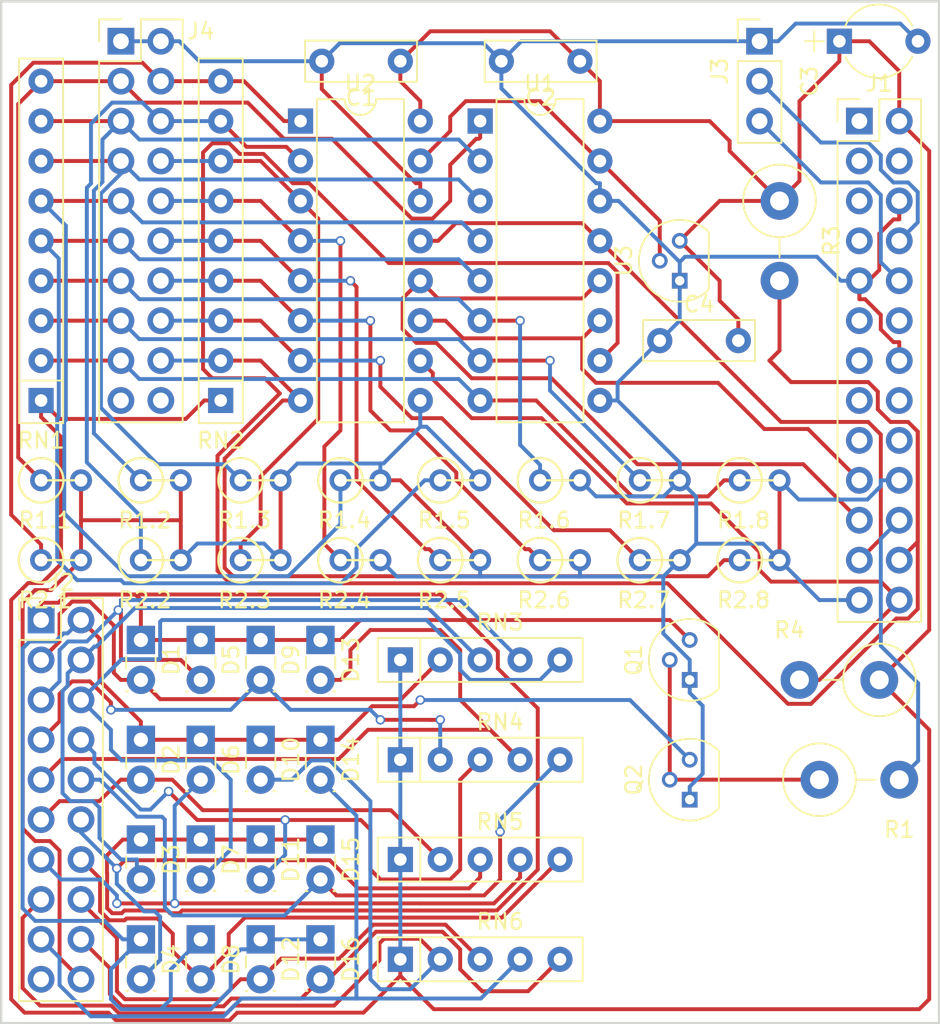
<source format=kicad_pcb>
(kicad_pcb (version 20171130) (host pcbnew "(5.1.12)-1")

  (general
    (thickness 1.6)
    (drawings 5)
    (tracks 770)
    (zones 0)
    (modules 54)
    (nets 62)
  )

  (page A4)
  (layers
    (0 F.Cu signal)
    (31 B.Cu signal)
    (32 B.Adhes user hide)
    (33 F.Adhes user hide)
    (34 B.Paste user hide)
    (35 F.Paste user hide)
    (36 B.SilkS user hide)
    (37 F.SilkS user hide)
    (38 B.Mask user hide)
    (39 F.Mask user hide)
    (40 Dwgs.User user hide)
    (41 Cmts.User user hide)
    (42 Eco1.User user hide)
    (43 Eco2.User user hide)
    (44 Edge.Cuts user)
    (45 Margin user hide)
    (46 B.CrtYd user hide)
    (47 F.CrtYd user hide)
    (48 B.Fab user hide)
    (49 F.Fab user hide)
  )

  (setup
    (last_trace_width 0.25)
    (trace_clearance 0.2)
    (zone_clearance 0.508)
    (zone_45_only no)
    (trace_min 0.2)
    (via_size 0.6)
    (via_drill 0.4)
    (via_min_size 0.4)
    (via_min_drill 0.3)
    (uvia_size 0.3)
    (uvia_drill 0.1)
    (uvias_allowed no)
    (uvia_min_size 0.2)
    (uvia_min_drill 0.1)
    (edge_width 0.15)
    (segment_width 0.2)
    (pcb_text_width 0.3)
    (pcb_text_size 1.5 1.5)
    (mod_edge_width 0.15)
    (mod_text_size 1 1)
    (mod_text_width 0.15)
    (pad_size 1.524 1.524)
    (pad_drill 0.762)
    (pad_to_mask_clearance 0.2)
    (aux_axis_origin 0 0)
    (visible_elements 7FFFFFFF)
    (pcbplotparams
      (layerselection 0x00030_80000001)
      (usegerberextensions false)
      (usegerberattributes true)
      (usegerberadvancedattributes true)
      (creategerberjobfile true)
      (excludeedgelayer true)
      (linewidth 0.100000)
      (plotframeref false)
      (viasonmask false)
      (mode 1)
      (useauxorigin false)
      (hpglpennumber 1)
      (hpglpenspeed 20)
      (hpglpendiameter 15.000000)
      (psnegative false)
      (psa4output false)
      (plotreference true)
      (plotvalue true)
      (plotinvisibletext false)
      (padsonsilk false)
      (subtractmaskfromsilk false)
      (outputformat 1)
      (mirror false)
      (drillshape 0)
      (scaleselection 1)
      (outputdirectory ""))
  )

  (net 0 "")
  (net 1 +5V)
  (net 2 GND)
  (net 3 LED_D1)
  (net 4 LED_D1_1)
  (net 5 LED_D2)
  (net 6 LED_D2_1)
  (net 7 LED_D2_2)
  (net 8 LED_D2_3)
  (net 9 LED_D1_4)
  (net 10 LED_D2_4)
  (net 11 LED_D1_5)
  (net 12 LED_D2_5)
  (net 13 LED_D2_6)
  (net 14 LED_D2_7)
  (net 15 LED_D1_8)
  (net 16 LED_D2_8)
  (net 17 "Net-(J1-Pad1)")
  (net 18 "Net-(J1-Pad3)")
  (net 19 "Net-(J1-Pad4)")
  (net 20 "Net-(J1-Pad5)")
  (net 21 "Net-(J1-Pad7)")
  (net 22 TXD)
  (net 23 RXD)
  (net 24 "Net-(J1-Pad11)")
  (net 25 "Net-(J1-Pad12)")
  (net 26 "Net-(J1-Pad13)")
  (net 27 "Net-(J1-Pad15)")
  (net 28 "Net-(J1-Pad16)")
  (net 29 "Net-(J1-Pad17)")
  (net 30 "Net-(J1-Pad18)")
  (net 31 MOSI)
  (net 32 MISO)
  (net 33 GPIO25)
  (net 34 CLK)
  (net 35 CE0)
  (net 36 CE1)
  (net 37 LED_D1_2)
  (net 38 LED_D1_3)
  (net 39 LED_D1_6)
  (net 40 LED_D1_7)
  (net 41 "Net-(J2-Pad19)")
  (net 42 "Net-(J4-Pad3)")
  (net 43 "Net-(J4-Pad4)")
  (net 44 "Net-(J4-Pad5)")
  (net 45 "Net-(J4-Pad6)")
  (net 46 "Net-(J4-Pad7)")
  (net 47 "Net-(J4-Pad8)")
  (net 48 "Net-(J4-Pad9)")
  (net 49 "Net-(J4-Pad10)")
  (net 50 "Net-(J4-Pad11)")
  (net 51 "Net-(J4-Pad12)")
  (net 52 "Net-(J4-Pad13)")
  (net 53 "Net-(J4-Pad14)")
  (net 54 "Net-(J4-Pad15)")
  (net 55 "Net-(J4-Pad16)")
  (net 56 "Net-(J4-Pad17)")
  (net 57 "Net-(J4-Pad18)")
  (net 58 "Net-(J4-Pad19)")
  (net 59 "Net-(J4-Pad20)")
  (net 60 "Net-(Q1-Pad2)")
  (net 61 Vref)

  (net_class Default "Dies ist die voreingestellte Netzklasse."
    (clearance 0.2)
    (trace_width 0.25)
    (via_dia 0.6)
    (via_drill 0.4)
    (uvia_dia 0.3)
    (uvia_drill 0.1)
    (add_net +5V)
    (add_net CE0)
    (add_net CE1)
    (add_net CLK)
    (add_net GND)
    (add_net GPIO25)
    (add_net LED_D1)
    (add_net LED_D1_1)
    (add_net LED_D1_2)
    (add_net LED_D1_3)
    (add_net LED_D1_4)
    (add_net LED_D1_5)
    (add_net LED_D1_6)
    (add_net LED_D1_7)
    (add_net LED_D1_8)
    (add_net LED_D2)
    (add_net LED_D2_1)
    (add_net LED_D2_2)
    (add_net LED_D2_3)
    (add_net LED_D2_4)
    (add_net LED_D2_5)
    (add_net LED_D2_6)
    (add_net LED_D2_7)
    (add_net LED_D2_8)
    (add_net MISO)
    (add_net MOSI)
    (add_net "Net-(J1-Pad1)")
    (add_net "Net-(J1-Pad11)")
    (add_net "Net-(J1-Pad12)")
    (add_net "Net-(J1-Pad13)")
    (add_net "Net-(J1-Pad15)")
    (add_net "Net-(J1-Pad16)")
    (add_net "Net-(J1-Pad17)")
    (add_net "Net-(J1-Pad18)")
    (add_net "Net-(J1-Pad3)")
    (add_net "Net-(J1-Pad4)")
    (add_net "Net-(J1-Pad5)")
    (add_net "Net-(J1-Pad7)")
    (add_net "Net-(J2-Pad19)")
    (add_net "Net-(J4-Pad10)")
    (add_net "Net-(J4-Pad11)")
    (add_net "Net-(J4-Pad12)")
    (add_net "Net-(J4-Pad13)")
    (add_net "Net-(J4-Pad14)")
    (add_net "Net-(J4-Pad15)")
    (add_net "Net-(J4-Pad16)")
    (add_net "Net-(J4-Pad17)")
    (add_net "Net-(J4-Pad18)")
    (add_net "Net-(J4-Pad19)")
    (add_net "Net-(J4-Pad20)")
    (add_net "Net-(J4-Pad3)")
    (add_net "Net-(J4-Pad4)")
    (add_net "Net-(J4-Pad5)")
    (add_net "Net-(J4-Pad6)")
    (add_net "Net-(J4-Pad7)")
    (add_net "Net-(J4-Pad8)")
    (add_net "Net-(J4-Pad9)")
    (add_net "Net-(Q1-Pad2)")
    (add_net RXD)
    (add_net TXD)
    (add_net Vref)
  )

  (module Capacitors_THT:C_Disc_D7.0mm_W2.5mm_P5.00mm (layer F.Cu) (tedit 58765D06) (tstamp 58CD1D51)
    (at 74.93 34.29 180)
    (descr "C, Disc series, Radial, pin pitch=5.00mm, , diameter*width=7*2.5mm^2, Capacitor, http://cdn-reichelt.de/documents/datenblatt/B300/DS_KERKO_TC.pdf")
    (tags "C Disc series Radial pin pitch 5.00mm  diameter 7mm width 2.5mm Capacitor")
    (path /58B5D657)
    (fp_text reference C1 (at 2.5 -2.31 180) (layer F.SilkS)
      (effects (font (size 1 1) (thickness 0.15)))
    )
    (fp_text value 100n (at 2.5 2.31 180) (layer F.Fab)
      (effects (font (size 1 1) (thickness 0.15)))
    )
    (fp_line (start 6.35 -1.6) (end -1.35 -1.6) (layer F.CrtYd) (width 0.05))
    (fp_line (start 6.35 1.6) (end 6.35 -1.6) (layer F.CrtYd) (width 0.05))
    (fp_line (start -1.35 1.6) (end 6.35 1.6) (layer F.CrtYd) (width 0.05))
    (fp_line (start -1.35 -1.6) (end -1.35 1.6) (layer F.CrtYd) (width 0.05))
    (fp_line (start 6.06 -1.31) (end 6.06 1.31) (layer F.SilkS) (width 0.12))
    (fp_line (start -1.06 -1.31) (end -1.06 1.31) (layer F.SilkS) (width 0.12))
    (fp_line (start -1.06 1.31) (end 6.06 1.31) (layer F.SilkS) (width 0.12))
    (fp_line (start -1.06 -1.31) (end 6.06 -1.31) (layer F.SilkS) (width 0.12))
    (fp_line (start 6 -1.25) (end -1 -1.25) (layer F.Fab) (width 0.1))
    (fp_line (start 6 1.25) (end 6 -1.25) (layer F.Fab) (width 0.1))
    (fp_line (start -1 1.25) (end 6 1.25) (layer F.Fab) (width 0.1))
    (fp_line (start -1 -1.25) (end -1 1.25) (layer F.Fab) (width 0.1))
    (pad 1 thru_hole circle (at 0 0 180) (size 1.6 1.6) (drill 0.8) (layers *.Cu *.Mask)
      (net 1 +5V))
    (pad 2 thru_hole circle (at 5 0 180) (size 1.6 1.6) (drill 0.8) (layers *.Cu *.Mask)
      (net 2 GND))
    (model Capacitors_THT.3dshapes/C_Disc_D7.0mm_W2.5mm_P5.00mm.wrl
      (at (xyz 0 0 0))
      (scale (xyz 0.393701 0.393701 0.393701))
      (rotate (xyz 0 0 0))
    )
  )

  (module Capacitors_THT:C_Disc_D7.0mm_W2.5mm_P5.00mm (layer F.Cu) (tedit 58765D06) (tstamp 58CD1D63)
    (at 86.36 34.29 180)
    (descr "C, Disc series, Radial, pin pitch=5.00mm, , diameter*width=7*2.5mm^2, Capacitor, http://cdn-reichelt.de/documents/datenblatt/B300/DS_KERKO_TC.pdf")
    (tags "C Disc series Radial pin pitch 5.00mm  diameter 7mm width 2.5mm Capacitor")
    (path /58B5D306)
    (fp_text reference C2 (at 2.5 -2.31 180) (layer F.SilkS)
      (effects (font (size 1 1) (thickness 0.15)))
    )
    (fp_text value 100n (at 2.5 2.31 180) (layer F.Fab)
      (effects (font (size 1 1) (thickness 0.15)))
    )
    (fp_line (start 6.35 -1.6) (end -1.35 -1.6) (layer F.CrtYd) (width 0.05))
    (fp_line (start 6.35 1.6) (end 6.35 -1.6) (layer F.CrtYd) (width 0.05))
    (fp_line (start -1.35 1.6) (end 6.35 1.6) (layer F.CrtYd) (width 0.05))
    (fp_line (start -1.35 -1.6) (end -1.35 1.6) (layer F.CrtYd) (width 0.05))
    (fp_line (start 6.06 -1.31) (end 6.06 1.31) (layer F.SilkS) (width 0.12))
    (fp_line (start -1.06 -1.31) (end -1.06 1.31) (layer F.SilkS) (width 0.12))
    (fp_line (start -1.06 1.31) (end 6.06 1.31) (layer F.SilkS) (width 0.12))
    (fp_line (start -1.06 -1.31) (end 6.06 -1.31) (layer F.SilkS) (width 0.12))
    (fp_line (start 6 -1.25) (end -1 -1.25) (layer F.Fab) (width 0.1))
    (fp_line (start 6 1.25) (end 6 -1.25) (layer F.Fab) (width 0.1))
    (fp_line (start -1 1.25) (end 6 1.25) (layer F.Fab) (width 0.1))
    (fp_line (start -1 -1.25) (end -1 1.25) (layer F.Fab) (width 0.1))
    (pad 1 thru_hole circle (at 0 0 180) (size 1.6 1.6) (drill 0.8) (layers *.Cu *.Mask)
      (net 1 +5V))
    (pad 2 thru_hole circle (at 5 0 180) (size 1.6 1.6) (drill 0.8) (layers *.Cu *.Mask)
      (net 2 GND))
    (model Capacitors_THT.3dshapes/C_Disc_D7.0mm_W2.5mm_P5.00mm.wrl
      (at (xyz 0 0 0))
      (scale (xyz 0.393701 0.393701 0.393701))
      (rotate (xyz 0 0 0))
    )
  )

  (module Capacitors_THT:CP_Radial_Tantal_D4.5mm_P5.00mm (layer F.Cu) (tedit 58CD56F1) (tstamp 58CD1D74)
    (at 102.87 33.02)
    (descr "CP, Radial_Tantal series, Radial, pin pitch=5.00mm, , diameter=4.5mm, Tantal Electrolytic Capacitor, http://cdn-reichelt.de/documents/datenblatt/B300/TANTAL-TB-Serie%23.pdf")
    (tags "CP Radial_Tantal series Radial pin pitch 5.00mm  diameter 4.5mm Tantal Electrolytic Capacitor")
    (path /58B5BFD1)
    (fp_text reference C3 (at -1.905 2.54 90) (layer F.SilkS)
      (effects (font (size 1 1) (thickness 0.15)))
    )
    (fp_text value 10µ (at 2.5 3.31) (layer F.Fab)
      (effects (font (size 1 1) (thickness 0.15)))
    )
    (fp_line (start 6.05 -2.6) (end -1.05 -2.6) (layer F.CrtYd) (width 0.05))
    (fp_line (start 6.05 2.6) (end 6.05 -2.6) (layer F.CrtYd) (width 0.05))
    (fp_line (start -1.05 2.6) (end 6.05 2.6) (layer F.CrtYd) (width 0.05))
    (fp_line (start -1.05 -2.6) (end -1.05 2.6) (layer F.CrtYd) (width 0.05))
    (fp_line (start -1.6 -0.65) (end -1.6 0.65) (layer F.SilkS) (width 0.12))
    (fp_line (start -2.2 0) (end -1 0) (layer F.SilkS) (width 0.12))
    (fp_line (start -1.6 -0.65) (end -1.6 0.65) (layer F.Fab) (width 0.1))
    (fp_line (start -2.2 0) (end -1 0) (layer F.Fab) (width 0.1))
    (fp_circle (center 2.5 0) (end 4.75 0) (layer F.Fab) (width 0.1))
    (fp_arc (start 2.5 0) (end 0.3751 -0.98) (angle 130.5) (layer F.SilkS) (width 0.12))
    (fp_arc (start 2.5 0) (end 0.3751 0.98) (angle -130.5) (layer F.SilkS) (width 0.12))
    (pad 1 thru_hole rect (at 0 0) (size 1.6 1.6) (drill 0.8) (layers *.Cu *.Mask)
      (net 1 +5V))
    (pad 2 thru_hole circle (at 5 0) (size 1.6 1.6) (drill 0.8) (layers *.Cu *.Mask)
      (net 2 GND))
    (model Capacitors_THT.3dshapes/CP_Radial_Tantal_D4.5mm_P5.00mm.wrl
      (at (xyz 0 0 0))
      (scale (xyz 0.393701 0.393701 0.393701))
      (rotate (xyz 0 0 0))
    )
  )

  (module Capacitors_THT:C_Disc_D7.0mm_W2.5mm_P5.00mm (layer F.Cu) (tedit 58765D06) (tstamp 58CD1D86)
    (at 91.44 52.07)
    (descr "C, Disc series, Radial, pin pitch=5.00mm, , diameter*width=7*2.5mm^2, Capacitor, http://cdn-reichelt.de/documents/datenblatt/B300/DS_KERKO_TC.pdf")
    (tags "C Disc series Radial pin pitch 5.00mm  diameter 7mm width 2.5mm Capacitor")
    (path /58B6133F)
    (fp_text reference C4 (at 2.5 -2.31) (layer F.SilkS)
      (effects (font (size 1 1) (thickness 0.15)))
    )
    (fp_text value 100n (at 2.5 2.31) (layer F.Fab)
      (effects (font (size 1 1) (thickness 0.15)))
    )
    (fp_line (start 6.35 -1.6) (end -1.35 -1.6) (layer F.CrtYd) (width 0.05))
    (fp_line (start 6.35 1.6) (end 6.35 -1.6) (layer F.CrtYd) (width 0.05))
    (fp_line (start -1.35 1.6) (end 6.35 1.6) (layer F.CrtYd) (width 0.05))
    (fp_line (start -1.35 -1.6) (end -1.35 1.6) (layer F.CrtYd) (width 0.05))
    (fp_line (start 6.06 -1.31) (end 6.06 1.31) (layer F.SilkS) (width 0.12))
    (fp_line (start -1.06 -1.31) (end -1.06 1.31) (layer F.SilkS) (width 0.12))
    (fp_line (start -1.06 1.31) (end 6.06 1.31) (layer F.SilkS) (width 0.12))
    (fp_line (start -1.06 -1.31) (end 6.06 -1.31) (layer F.SilkS) (width 0.12))
    (fp_line (start 6 -1.25) (end -1 -1.25) (layer F.Fab) (width 0.1))
    (fp_line (start 6 1.25) (end 6 -1.25) (layer F.Fab) (width 0.1))
    (fp_line (start -1 1.25) (end 6 1.25) (layer F.Fab) (width 0.1))
    (fp_line (start -1 -1.25) (end -1 1.25) (layer F.Fab) (width 0.1))
    (pad 1 thru_hole circle (at 0 0) (size 1.6 1.6) (drill 0.8) (layers *.Cu *.Mask)
      (net 2 GND))
    (pad 2 thru_hole circle (at 5 0) (size 1.6 1.6) (drill 0.8) (layers *.Cu *.Mask)
      (net 1 +5V))
    (model Capacitors_THT.3dshapes/C_Disc_D7.0mm_W2.5mm_P5.00mm.wrl
      (at (xyz 0 0 0))
      (scale (xyz 0.393701 0.393701 0.393701))
      (rotate (xyz 0 0 0))
    )
  )

  (module LEDs:LED_Rectangular_W3.9mm_H1.8mm_FlatTop (layer F.Cu) (tedit 5880A862) (tstamp 58CD1D9A)
    (at 58.42 71.12 270)
    (descr "LED_Rectangular, Rectangular,  Rectangular size 3.9x1.8mm^2, 2 pins, http://www.kingbright.com/attachments/file/psearch/000/00/00/L-2774GD(Ver.7B).pdf")
    (tags "LED_Rectangular Rectangular  Rectangular size 3.9x1.8mm^2 2 pins")
    (path /58CD3434/58CD3726)
    (fp_text reference D1 (at 1.27 -1.935 270) (layer F.SilkS)
      (effects (font (size 1 1) (thickness 0.15)))
    )
    (fp_text value LED (at 1.27 1.935 270) (layer F.Fab)
      (effects (font (size 1 1) (thickness 0.15)))
    )
    (fp_line (start 3.7 -1.2) (end -1.15 -1.2) (layer F.CrtYd) (width 0.05))
    (fp_line (start 3.7 1.2) (end 3.7 -1.2) (layer F.CrtYd) (width 0.05))
    (fp_line (start -1.15 1.2) (end 3.7 1.2) (layer F.CrtYd) (width 0.05))
    (fp_line (start -1.15 -1.2) (end -1.15 1.2) (layer F.CrtYd) (width 0.05))
    (fp_line (start 3.28 0.825) (end 3.28 0.935) (layer F.SilkS) (width 0.12))
    (fp_line (start 3.28 -0.935) (end 3.28 -0.825) (layer F.SilkS) (width 0.12))
    (fp_line (start 3.27 0.935) (end 3.28 0.935) (layer F.SilkS) (width 0.12))
    (fp_line (start 1.08 0.935) (end 1.811 0.935) (layer F.SilkS) (width 0.12))
    (fp_line (start 3.27 -0.935) (end 3.28 -0.935) (layer F.SilkS) (width 0.12))
    (fp_line (start 1.08 -0.935) (end 1.811 -0.935) (layer F.SilkS) (width 0.12))
    (fp_line (start 3.22 -0.875) (end -0.68 -0.875) (layer F.Fab) (width 0.1))
    (fp_line (start 3.22 0.875) (end 3.22 -0.875) (layer F.Fab) (width 0.1))
    (fp_line (start -0.68 0.875) (end 3.22 0.875) (layer F.Fab) (width 0.1))
    (fp_line (start -0.68 -0.875) (end -0.68 0.875) (layer F.Fab) (width 0.1))
    (pad 1 thru_hole rect (at 0 0 270) (size 1.8 1.8) (drill 0.9) (layers *.Cu *.Mask)
      (net 3 LED_D1))
    (pad 2 thru_hole circle (at 2.54 0 270) (size 1.8 1.8) (drill 0.9) (layers *.Cu *.Mask)
      (net 4 LED_D1_1))
    (model LEDs.3dshapes/LED_Rectangular_W3.9mm_H1.8mm_FlatTop.wrl
      (at (xyz 0 0 0))
      (scale (xyz 0.393701 0.393701 0.393701))
      (rotate (xyz 0 0 0))
    )
  )

  (module LEDs:LED_Rectangular_W3.9mm_H1.8mm_FlatTop (layer F.Cu) (tedit 5880A862) (tstamp 58CD1DAE)
    (at 58.42 77.47 270)
    (descr "LED_Rectangular, Rectangular,  Rectangular size 3.9x1.8mm^2, 2 pins, http://www.kingbright.com/attachments/file/psearch/000/00/00/L-2774GD(Ver.7B).pdf")
    (tags "LED_Rectangular Rectangular  Rectangular size 3.9x1.8mm^2 2 pins")
    (path /58CD3434/58CD52BB)
    (fp_text reference D2 (at 1.27 -1.935 270) (layer F.SilkS)
      (effects (font (size 1 1) (thickness 0.15)))
    )
    (fp_text value LED (at 1.27 1.935 270) (layer F.Fab)
      (effects (font (size 1 1) (thickness 0.15)))
    )
    (fp_line (start 3.7 -1.2) (end -1.15 -1.2) (layer F.CrtYd) (width 0.05))
    (fp_line (start 3.7 1.2) (end 3.7 -1.2) (layer F.CrtYd) (width 0.05))
    (fp_line (start -1.15 1.2) (end 3.7 1.2) (layer F.CrtYd) (width 0.05))
    (fp_line (start -1.15 -1.2) (end -1.15 1.2) (layer F.CrtYd) (width 0.05))
    (fp_line (start 3.28 0.825) (end 3.28 0.935) (layer F.SilkS) (width 0.12))
    (fp_line (start 3.28 -0.935) (end 3.28 -0.825) (layer F.SilkS) (width 0.12))
    (fp_line (start 3.27 0.935) (end 3.28 0.935) (layer F.SilkS) (width 0.12))
    (fp_line (start 1.08 0.935) (end 1.811 0.935) (layer F.SilkS) (width 0.12))
    (fp_line (start 3.27 -0.935) (end 3.28 -0.935) (layer F.SilkS) (width 0.12))
    (fp_line (start 1.08 -0.935) (end 1.811 -0.935) (layer F.SilkS) (width 0.12))
    (fp_line (start 3.22 -0.875) (end -0.68 -0.875) (layer F.Fab) (width 0.1))
    (fp_line (start 3.22 0.875) (end 3.22 -0.875) (layer F.Fab) (width 0.1))
    (fp_line (start -0.68 0.875) (end 3.22 0.875) (layer F.Fab) (width 0.1))
    (fp_line (start -0.68 -0.875) (end -0.68 0.875) (layer F.Fab) (width 0.1))
    (pad 1 thru_hole rect (at 0 0 270) (size 1.8 1.8) (drill 0.9) (layers *.Cu *.Mask)
      (net 5 LED_D2))
    (pad 2 thru_hole circle (at 2.54 0 270) (size 1.8 1.8) (drill 0.9) (layers *.Cu *.Mask)
      (net 6 LED_D2_1))
    (model LEDs.3dshapes/LED_Rectangular_W3.9mm_H1.8mm_FlatTop.wrl
      (at (xyz 0 0 0))
      (scale (xyz 0.393701 0.393701 0.393701))
      (rotate (xyz 0 0 0))
    )
  )

  (module LEDs:LED_Rectangular_W3.9mm_H1.8mm_FlatTop (layer F.Cu) (tedit 5880A862) (tstamp 58CD1DC2)
    (at 58.42 83.82 270)
    (descr "LED_Rectangular, Rectangular,  Rectangular size 3.9x1.8mm^2, 2 pins, http://www.kingbright.com/attachments/file/psearch/000/00/00/L-2774GD(Ver.7B).pdf")
    (tags "LED_Rectangular Rectangular  Rectangular size 3.9x1.8mm^2 2 pins")
    (path /58CD3434/58CD3C01)
    (fp_text reference D3 (at 1.27 -1.935 270) (layer F.SilkS)
      (effects (font (size 1 1) (thickness 0.15)))
    )
    (fp_text value LED (at 1.27 1.935 270) (layer F.Fab)
      (effects (font (size 1 1) (thickness 0.15)))
    )
    (fp_line (start 3.7 -1.2) (end -1.15 -1.2) (layer F.CrtYd) (width 0.05))
    (fp_line (start 3.7 1.2) (end 3.7 -1.2) (layer F.CrtYd) (width 0.05))
    (fp_line (start -1.15 1.2) (end 3.7 1.2) (layer F.CrtYd) (width 0.05))
    (fp_line (start -1.15 -1.2) (end -1.15 1.2) (layer F.CrtYd) (width 0.05))
    (fp_line (start 3.28 0.825) (end 3.28 0.935) (layer F.SilkS) (width 0.12))
    (fp_line (start 3.28 -0.935) (end 3.28 -0.825) (layer F.SilkS) (width 0.12))
    (fp_line (start 3.27 0.935) (end 3.28 0.935) (layer F.SilkS) (width 0.12))
    (fp_line (start 1.08 0.935) (end 1.811 0.935) (layer F.SilkS) (width 0.12))
    (fp_line (start 3.27 -0.935) (end 3.28 -0.935) (layer F.SilkS) (width 0.12))
    (fp_line (start 1.08 -0.935) (end 1.811 -0.935) (layer F.SilkS) (width 0.12))
    (fp_line (start 3.22 -0.875) (end -0.68 -0.875) (layer F.Fab) (width 0.1))
    (fp_line (start 3.22 0.875) (end 3.22 -0.875) (layer F.Fab) (width 0.1))
    (fp_line (start -0.68 0.875) (end 3.22 0.875) (layer F.Fab) (width 0.1))
    (fp_line (start -0.68 -0.875) (end -0.68 0.875) (layer F.Fab) (width 0.1))
    (pad 1 thru_hole rect (at 0 0 270) (size 1.8 1.8) (drill 0.9) (layers *.Cu *.Mask)
      (net 3 LED_D1))
    (pad 2 thru_hole circle (at 2.54 0 270) (size 1.8 1.8) (drill 0.9) (layers *.Cu *.Mask)
      (net 37 LED_D1_2))
    (model LEDs.3dshapes/LED_Rectangular_W3.9mm_H1.8mm_FlatTop.wrl
      (at (xyz 0 0 0))
      (scale (xyz 0.393701 0.393701 0.393701))
      (rotate (xyz 0 0 0))
    )
  )

  (module LEDs:LED_Rectangular_W3.9mm_H1.8mm_FlatTop (layer F.Cu) (tedit 5880A862) (tstamp 58CD1DD6)
    (at 58.42 90.17 270)
    (descr "LED_Rectangular, Rectangular,  Rectangular size 3.9x1.8mm^2, 2 pins, http://www.kingbright.com/attachments/file/psearch/000/00/00/L-2774GD(Ver.7B).pdf")
    (tags "LED_Rectangular Rectangular  Rectangular size 3.9x1.8mm^2 2 pins")
    (path /58CD3434/58CD52C7)
    (fp_text reference D4 (at 1.27 -1.935 270) (layer F.SilkS)
      (effects (font (size 1 1) (thickness 0.15)))
    )
    (fp_text value LED (at 1.27 1.935 270) (layer F.Fab)
      (effects (font (size 1 1) (thickness 0.15)))
    )
    (fp_line (start 3.7 -1.2) (end -1.15 -1.2) (layer F.CrtYd) (width 0.05))
    (fp_line (start 3.7 1.2) (end 3.7 -1.2) (layer F.CrtYd) (width 0.05))
    (fp_line (start -1.15 1.2) (end 3.7 1.2) (layer F.CrtYd) (width 0.05))
    (fp_line (start -1.15 -1.2) (end -1.15 1.2) (layer F.CrtYd) (width 0.05))
    (fp_line (start 3.28 0.825) (end 3.28 0.935) (layer F.SilkS) (width 0.12))
    (fp_line (start 3.28 -0.935) (end 3.28 -0.825) (layer F.SilkS) (width 0.12))
    (fp_line (start 3.27 0.935) (end 3.28 0.935) (layer F.SilkS) (width 0.12))
    (fp_line (start 1.08 0.935) (end 1.811 0.935) (layer F.SilkS) (width 0.12))
    (fp_line (start 3.27 -0.935) (end 3.28 -0.935) (layer F.SilkS) (width 0.12))
    (fp_line (start 1.08 -0.935) (end 1.811 -0.935) (layer F.SilkS) (width 0.12))
    (fp_line (start 3.22 -0.875) (end -0.68 -0.875) (layer F.Fab) (width 0.1))
    (fp_line (start 3.22 0.875) (end 3.22 -0.875) (layer F.Fab) (width 0.1))
    (fp_line (start -0.68 0.875) (end 3.22 0.875) (layer F.Fab) (width 0.1))
    (fp_line (start -0.68 -0.875) (end -0.68 0.875) (layer F.Fab) (width 0.1))
    (pad 1 thru_hole rect (at 0 0 270) (size 1.8 1.8) (drill 0.9) (layers *.Cu *.Mask)
      (net 5 LED_D2))
    (pad 2 thru_hole circle (at 2.54 0 270) (size 1.8 1.8) (drill 0.9) (layers *.Cu *.Mask)
      (net 7 LED_D2_2))
    (model LEDs.3dshapes/LED_Rectangular_W3.9mm_H1.8mm_FlatTop.wrl
      (at (xyz 0 0 0))
      (scale (xyz 0.393701 0.393701 0.393701))
      (rotate (xyz 0 0 0))
    )
  )

  (module LEDs:LED_Rectangular_W3.9mm_H1.8mm_FlatTop (layer F.Cu) (tedit 5880A862) (tstamp 58CD1DEA)
    (at 62.23 71.12 270)
    (descr "LED_Rectangular, Rectangular,  Rectangular size 3.9x1.8mm^2, 2 pins, http://www.kingbright.com/attachments/file/psearch/000/00/00/L-2774GD(Ver.7B).pdf")
    (tags "LED_Rectangular Rectangular  Rectangular size 3.9x1.8mm^2 2 pins")
    (path /58CD3434/58CD3E04)
    (fp_text reference D5 (at 1.27 -1.935 270) (layer F.SilkS)
      (effects (font (size 1 1) (thickness 0.15)))
    )
    (fp_text value LED (at 1.27 1.935 270) (layer F.Fab)
      (effects (font (size 1 1) (thickness 0.15)))
    )
    (fp_line (start 3.7 -1.2) (end -1.15 -1.2) (layer F.CrtYd) (width 0.05))
    (fp_line (start 3.7 1.2) (end 3.7 -1.2) (layer F.CrtYd) (width 0.05))
    (fp_line (start -1.15 1.2) (end 3.7 1.2) (layer F.CrtYd) (width 0.05))
    (fp_line (start -1.15 -1.2) (end -1.15 1.2) (layer F.CrtYd) (width 0.05))
    (fp_line (start 3.28 0.825) (end 3.28 0.935) (layer F.SilkS) (width 0.12))
    (fp_line (start 3.28 -0.935) (end 3.28 -0.825) (layer F.SilkS) (width 0.12))
    (fp_line (start 3.27 0.935) (end 3.28 0.935) (layer F.SilkS) (width 0.12))
    (fp_line (start 1.08 0.935) (end 1.811 0.935) (layer F.SilkS) (width 0.12))
    (fp_line (start 3.27 -0.935) (end 3.28 -0.935) (layer F.SilkS) (width 0.12))
    (fp_line (start 1.08 -0.935) (end 1.811 -0.935) (layer F.SilkS) (width 0.12))
    (fp_line (start 3.22 -0.875) (end -0.68 -0.875) (layer F.Fab) (width 0.1))
    (fp_line (start 3.22 0.875) (end 3.22 -0.875) (layer F.Fab) (width 0.1))
    (fp_line (start -0.68 0.875) (end 3.22 0.875) (layer F.Fab) (width 0.1))
    (fp_line (start -0.68 -0.875) (end -0.68 0.875) (layer F.Fab) (width 0.1))
    (pad 1 thru_hole rect (at 0 0 270) (size 1.8 1.8) (drill 0.9) (layers *.Cu *.Mask)
      (net 3 LED_D1))
    (pad 2 thru_hole circle (at 2.54 0 270) (size 1.8 1.8) (drill 0.9) (layers *.Cu *.Mask)
      (net 38 LED_D1_3))
    (model LEDs.3dshapes/LED_Rectangular_W3.9mm_H1.8mm_FlatTop.wrl
      (at (xyz 0 0 0))
      (scale (xyz 0.393701 0.393701 0.393701))
      (rotate (xyz 0 0 0))
    )
  )

  (module LEDs:LED_Rectangular_W3.9mm_H1.8mm_FlatTop (layer F.Cu) (tedit 5880A862) (tstamp 58CD1DFE)
    (at 62.23 77.47 270)
    (descr "LED_Rectangular, Rectangular,  Rectangular size 3.9x1.8mm^2, 2 pins, http://www.kingbright.com/attachments/file/psearch/000/00/00/L-2774GD(Ver.7B).pdf")
    (tags "LED_Rectangular Rectangular  Rectangular size 3.9x1.8mm^2 2 pins")
    (path /58CD3434/58CD52CD)
    (fp_text reference D6 (at 1.27 -1.935 270) (layer F.SilkS)
      (effects (font (size 1 1) (thickness 0.15)))
    )
    (fp_text value LED (at 1.27 1.935 270) (layer F.Fab)
      (effects (font (size 1 1) (thickness 0.15)))
    )
    (fp_line (start 3.7 -1.2) (end -1.15 -1.2) (layer F.CrtYd) (width 0.05))
    (fp_line (start 3.7 1.2) (end 3.7 -1.2) (layer F.CrtYd) (width 0.05))
    (fp_line (start -1.15 1.2) (end 3.7 1.2) (layer F.CrtYd) (width 0.05))
    (fp_line (start -1.15 -1.2) (end -1.15 1.2) (layer F.CrtYd) (width 0.05))
    (fp_line (start 3.28 0.825) (end 3.28 0.935) (layer F.SilkS) (width 0.12))
    (fp_line (start 3.28 -0.935) (end 3.28 -0.825) (layer F.SilkS) (width 0.12))
    (fp_line (start 3.27 0.935) (end 3.28 0.935) (layer F.SilkS) (width 0.12))
    (fp_line (start 1.08 0.935) (end 1.811 0.935) (layer F.SilkS) (width 0.12))
    (fp_line (start 3.27 -0.935) (end 3.28 -0.935) (layer F.SilkS) (width 0.12))
    (fp_line (start 1.08 -0.935) (end 1.811 -0.935) (layer F.SilkS) (width 0.12))
    (fp_line (start 3.22 -0.875) (end -0.68 -0.875) (layer F.Fab) (width 0.1))
    (fp_line (start 3.22 0.875) (end 3.22 -0.875) (layer F.Fab) (width 0.1))
    (fp_line (start -0.68 0.875) (end 3.22 0.875) (layer F.Fab) (width 0.1))
    (fp_line (start -0.68 -0.875) (end -0.68 0.875) (layer F.Fab) (width 0.1))
    (pad 1 thru_hole rect (at 0 0 270) (size 1.8 1.8) (drill 0.9) (layers *.Cu *.Mask)
      (net 5 LED_D2))
    (pad 2 thru_hole circle (at 2.54 0 270) (size 1.8 1.8) (drill 0.9) (layers *.Cu *.Mask)
      (net 8 LED_D2_3))
    (model LEDs.3dshapes/LED_Rectangular_W3.9mm_H1.8mm_FlatTop.wrl
      (at (xyz 0 0 0))
      (scale (xyz 0.393701 0.393701 0.393701))
      (rotate (xyz 0 0 0))
    )
  )

  (module LEDs:LED_Rectangular_W3.9mm_H1.8mm_FlatTop (layer F.Cu) (tedit 5880A862) (tstamp 58CD1E12)
    (at 62.23 83.82 270)
    (descr "LED_Rectangular, Rectangular,  Rectangular size 3.9x1.8mm^2, 2 pins, http://www.kingbright.com/attachments/file/psearch/000/00/00/L-2774GD(Ver.7B).pdf")
    (tags "LED_Rectangular Rectangular  Rectangular size 3.9x1.8mm^2 2 pins")
    (path /58CD3434/58CD3E0A)
    (fp_text reference D7 (at 1.27 -1.935 270) (layer F.SilkS)
      (effects (font (size 1 1) (thickness 0.15)))
    )
    (fp_text value LED (at 1.27 1.935 270) (layer F.Fab)
      (effects (font (size 1 1) (thickness 0.15)))
    )
    (fp_line (start 3.7 -1.2) (end -1.15 -1.2) (layer F.CrtYd) (width 0.05))
    (fp_line (start 3.7 1.2) (end 3.7 -1.2) (layer F.CrtYd) (width 0.05))
    (fp_line (start -1.15 1.2) (end 3.7 1.2) (layer F.CrtYd) (width 0.05))
    (fp_line (start -1.15 -1.2) (end -1.15 1.2) (layer F.CrtYd) (width 0.05))
    (fp_line (start 3.28 0.825) (end 3.28 0.935) (layer F.SilkS) (width 0.12))
    (fp_line (start 3.28 -0.935) (end 3.28 -0.825) (layer F.SilkS) (width 0.12))
    (fp_line (start 3.27 0.935) (end 3.28 0.935) (layer F.SilkS) (width 0.12))
    (fp_line (start 1.08 0.935) (end 1.811 0.935) (layer F.SilkS) (width 0.12))
    (fp_line (start 3.27 -0.935) (end 3.28 -0.935) (layer F.SilkS) (width 0.12))
    (fp_line (start 1.08 -0.935) (end 1.811 -0.935) (layer F.SilkS) (width 0.12))
    (fp_line (start 3.22 -0.875) (end -0.68 -0.875) (layer F.Fab) (width 0.1))
    (fp_line (start 3.22 0.875) (end 3.22 -0.875) (layer F.Fab) (width 0.1))
    (fp_line (start -0.68 0.875) (end 3.22 0.875) (layer F.Fab) (width 0.1))
    (fp_line (start -0.68 -0.875) (end -0.68 0.875) (layer F.Fab) (width 0.1))
    (pad 1 thru_hole rect (at 0 0 270) (size 1.8 1.8) (drill 0.9) (layers *.Cu *.Mask)
      (net 3 LED_D1))
    (pad 2 thru_hole circle (at 2.54 0 270) (size 1.8 1.8) (drill 0.9) (layers *.Cu *.Mask)
      (net 9 LED_D1_4))
    (model LEDs.3dshapes/LED_Rectangular_W3.9mm_H1.8mm_FlatTop.wrl
      (at (xyz 0 0 0))
      (scale (xyz 0.393701 0.393701 0.393701))
      (rotate (xyz 0 0 0))
    )
  )

  (module LEDs:LED_Rectangular_W3.9mm_H1.8mm_FlatTop (layer F.Cu) (tedit 5880A862) (tstamp 58CD1E26)
    (at 62.23 90.17 270)
    (descr "LED_Rectangular, Rectangular,  Rectangular size 3.9x1.8mm^2, 2 pins, http://www.kingbright.com/attachments/file/psearch/000/00/00/L-2774GD(Ver.7B).pdf")
    (tags "LED_Rectangular Rectangular  Rectangular size 3.9x1.8mm^2 2 pins")
    (path /58CD3434/58CD52D3)
    (fp_text reference D8 (at 1.27 -1.935 270) (layer F.SilkS)
      (effects (font (size 1 1) (thickness 0.15)))
    )
    (fp_text value LED (at 1.27 1.935 270) (layer F.Fab)
      (effects (font (size 1 1) (thickness 0.15)))
    )
    (fp_line (start 3.7 -1.2) (end -1.15 -1.2) (layer F.CrtYd) (width 0.05))
    (fp_line (start 3.7 1.2) (end 3.7 -1.2) (layer F.CrtYd) (width 0.05))
    (fp_line (start -1.15 1.2) (end 3.7 1.2) (layer F.CrtYd) (width 0.05))
    (fp_line (start -1.15 -1.2) (end -1.15 1.2) (layer F.CrtYd) (width 0.05))
    (fp_line (start 3.28 0.825) (end 3.28 0.935) (layer F.SilkS) (width 0.12))
    (fp_line (start 3.28 -0.935) (end 3.28 -0.825) (layer F.SilkS) (width 0.12))
    (fp_line (start 3.27 0.935) (end 3.28 0.935) (layer F.SilkS) (width 0.12))
    (fp_line (start 1.08 0.935) (end 1.811 0.935) (layer F.SilkS) (width 0.12))
    (fp_line (start 3.27 -0.935) (end 3.28 -0.935) (layer F.SilkS) (width 0.12))
    (fp_line (start 1.08 -0.935) (end 1.811 -0.935) (layer F.SilkS) (width 0.12))
    (fp_line (start 3.22 -0.875) (end -0.68 -0.875) (layer F.Fab) (width 0.1))
    (fp_line (start 3.22 0.875) (end 3.22 -0.875) (layer F.Fab) (width 0.1))
    (fp_line (start -0.68 0.875) (end 3.22 0.875) (layer F.Fab) (width 0.1))
    (fp_line (start -0.68 -0.875) (end -0.68 0.875) (layer F.Fab) (width 0.1))
    (pad 1 thru_hole rect (at 0 0 270) (size 1.8 1.8) (drill 0.9) (layers *.Cu *.Mask)
      (net 5 LED_D2))
    (pad 2 thru_hole circle (at 2.54 0 270) (size 1.8 1.8) (drill 0.9) (layers *.Cu *.Mask)
      (net 10 LED_D2_4))
    (model LEDs.3dshapes/LED_Rectangular_W3.9mm_H1.8mm_FlatTop.wrl
      (at (xyz 0 0 0))
      (scale (xyz 0.393701 0.393701 0.393701))
      (rotate (xyz 0 0 0))
    )
  )

  (module LEDs:LED_Rectangular_W3.9mm_H1.8mm_FlatTop (layer F.Cu) (tedit 5880A862) (tstamp 58CD1E3A)
    (at 66.04 71.12 270)
    (descr "LED_Rectangular, Rectangular,  Rectangular size 3.9x1.8mm^2, 2 pins, http://www.kingbright.com/attachments/file/psearch/000/00/00/L-2774GD(Ver.7B).pdf")
    (tags "LED_Rectangular Rectangular  Rectangular size 3.9x1.8mm^2 2 pins")
    (path /58CD3434/58CD410C)
    (fp_text reference D9 (at 1.27 -1.935 270) (layer F.SilkS)
      (effects (font (size 1 1) (thickness 0.15)))
    )
    (fp_text value LED (at 1.27 1.935 270) (layer F.Fab)
      (effects (font (size 1 1) (thickness 0.15)))
    )
    (fp_line (start 3.7 -1.2) (end -1.15 -1.2) (layer F.CrtYd) (width 0.05))
    (fp_line (start 3.7 1.2) (end 3.7 -1.2) (layer F.CrtYd) (width 0.05))
    (fp_line (start -1.15 1.2) (end 3.7 1.2) (layer F.CrtYd) (width 0.05))
    (fp_line (start -1.15 -1.2) (end -1.15 1.2) (layer F.CrtYd) (width 0.05))
    (fp_line (start 3.28 0.825) (end 3.28 0.935) (layer F.SilkS) (width 0.12))
    (fp_line (start 3.28 -0.935) (end 3.28 -0.825) (layer F.SilkS) (width 0.12))
    (fp_line (start 3.27 0.935) (end 3.28 0.935) (layer F.SilkS) (width 0.12))
    (fp_line (start 1.08 0.935) (end 1.811 0.935) (layer F.SilkS) (width 0.12))
    (fp_line (start 3.27 -0.935) (end 3.28 -0.935) (layer F.SilkS) (width 0.12))
    (fp_line (start 1.08 -0.935) (end 1.811 -0.935) (layer F.SilkS) (width 0.12))
    (fp_line (start 3.22 -0.875) (end -0.68 -0.875) (layer F.Fab) (width 0.1))
    (fp_line (start 3.22 0.875) (end 3.22 -0.875) (layer F.Fab) (width 0.1))
    (fp_line (start -0.68 0.875) (end 3.22 0.875) (layer F.Fab) (width 0.1))
    (fp_line (start -0.68 -0.875) (end -0.68 0.875) (layer F.Fab) (width 0.1))
    (pad 1 thru_hole rect (at 0 0 270) (size 1.8 1.8) (drill 0.9) (layers *.Cu *.Mask)
      (net 3 LED_D1))
    (pad 2 thru_hole circle (at 2.54 0 270) (size 1.8 1.8) (drill 0.9) (layers *.Cu *.Mask)
      (net 11 LED_D1_5))
    (model LEDs.3dshapes/LED_Rectangular_W3.9mm_H1.8mm_FlatTop.wrl
      (at (xyz 0 0 0))
      (scale (xyz 0.393701 0.393701 0.393701))
      (rotate (xyz 0 0 0))
    )
  )

  (module LEDs:LED_Rectangular_W3.9mm_H1.8mm_FlatTop (layer F.Cu) (tedit 5880A862) (tstamp 58CD1E4E)
    (at 66.04 77.47 270)
    (descr "LED_Rectangular, Rectangular,  Rectangular size 3.9x1.8mm^2, 2 pins, http://www.kingbright.com/attachments/file/psearch/000/00/00/L-2774GD(Ver.7B).pdf")
    (tags "LED_Rectangular Rectangular  Rectangular size 3.9x1.8mm^2 2 pins")
    (path /58CD3434/58CD52ED)
    (fp_text reference D10 (at 1.27 -1.935 270) (layer F.SilkS)
      (effects (font (size 1 1) (thickness 0.15)))
    )
    (fp_text value LED (at 1.27 1.935 270) (layer F.Fab)
      (effects (font (size 1 1) (thickness 0.15)))
    )
    (fp_line (start 3.7 -1.2) (end -1.15 -1.2) (layer F.CrtYd) (width 0.05))
    (fp_line (start 3.7 1.2) (end 3.7 -1.2) (layer F.CrtYd) (width 0.05))
    (fp_line (start -1.15 1.2) (end 3.7 1.2) (layer F.CrtYd) (width 0.05))
    (fp_line (start -1.15 -1.2) (end -1.15 1.2) (layer F.CrtYd) (width 0.05))
    (fp_line (start 3.28 0.825) (end 3.28 0.935) (layer F.SilkS) (width 0.12))
    (fp_line (start 3.28 -0.935) (end 3.28 -0.825) (layer F.SilkS) (width 0.12))
    (fp_line (start 3.27 0.935) (end 3.28 0.935) (layer F.SilkS) (width 0.12))
    (fp_line (start 1.08 0.935) (end 1.811 0.935) (layer F.SilkS) (width 0.12))
    (fp_line (start 3.27 -0.935) (end 3.28 -0.935) (layer F.SilkS) (width 0.12))
    (fp_line (start 1.08 -0.935) (end 1.811 -0.935) (layer F.SilkS) (width 0.12))
    (fp_line (start 3.22 -0.875) (end -0.68 -0.875) (layer F.Fab) (width 0.1))
    (fp_line (start 3.22 0.875) (end 3.22 -0.875) (layer F.Fab) (width 0.1))
    (fp_line (start -0.68 0.875) (end 3.22 0.875) (layer F.Fab) (width 0.1))
    (fp_line (start -0.68 -0.875) (end -0.68 0.875) (layer F.Fab) (width 0.1))
    (pad 1 thru_hole rect (at 0 0 270) (size 1.8 1.8) (drill 0.9) (layers *.Cu *.Mask)
      (net 5 LED_D2))
    (pad 2 thru_hole circle (at 2.54 0 270) (size 1.8 1.8) (drill 0.9) (layers *.Cu *.Mask)
      (net 12 LED_D2_5))
    (model LEDs.3dshapes/LED_Rectangular_W3.9mm_H1.8mm_FlatTop.wrl
      (at (xyz 0 0 0))
      (scale (xyz 0.393701 0.393701 0.393701))
      (rotate (xyz 0 0 0))
    )
  )

  (module LEDs:LED_Rectangular_W3.9mm_H1.8mm_FlatTop (layer F.Cu) (tedit 5880A862) (tstamp 58CD1E62)
    (at 66.04 83.82 270)
    (descr "LED_Rectangular, Rectangular,  Rectangular size 3.9x1.8mm^2, 2 pins, http://www.kingbright.com/attachments/file/psearch/000/00/00/L-2774GD(Ver.7B).pdf")
    (tags "LED_Rectangular Rectangular  Rectangular size 3.9x1.8mm^2 2 pins")
    (path /58CD3434/58CD4118)
    (fp_text reference D11 (at 1.27 -1.935 270) (layer F.SilkS)
      (effects (font (size 1 1) (thickness 0.15)))
    )
    (fp_text value LED (at 1.27 1.935 270) (layer F.Fab)
      (effects (font (size 1 1) (thickness 0.15)))
    )
    (fp_line (start 3.7 -1.2) (end -1.15 -1.2) (layer F.CrtYd) (width 0.05))
    (fp_line (start 3.7 1.2) (end 3.7 -1.2) (layer F.CrtYd) (width 0.05))
    (fp_line (start -1.15 1.2) (end 3.7 1.2) (layer F.CrtYd) (width 0.05))
    (fp_line (start -1.15 -1.2) (end -1.15 1.2) (layer F.CrtYd) (width 0.05))
    (fp_line (start 3.28 0.825) (end 3.28 0.935) (layer F.SilkS) (width 0.12))
    (fp_line (start 3.28 -0.935) (end 3.28 -0.825) (layer F.SilkS) (width 0.12))
    (fp_line (start 3.27 0.935) (end 3.28 0.935) (layer F.SilkS) (width 0.12))
    (fp_line (start 1.08 0.935) (end 1.811 0.935) (layer F.SilkS) (width 0.12))
    (fp_line (start 3.27 -0.935) (end 3.28 -0.935) (layer F.SilkS) (width 0.12))
    (fp_line (start 1.08 -0.935) (end 1.811 -0.935) (layer F.SilkS) (width 0.12))
    (fp_line (start 3.22 -0.875) (end -0.68 -0.875) (layer F.Fab) (width 0.1))
    (fp_line (start 3.22 0.875) (end 3.22 -0.875) (layer F.Fab) (width 0.1))
    (fp_line (start -0.68 0.875) (end 3.22 0.875) (layer F.Fab) (width 0.1))
    (fp_line (start -0.68 -0.875) (end -0.68 0.875) (layer F.Fab) (width 0.1))
    (pad 1 thru_hole rect (at 0 0 270) (size 1.8 1.8) (drill 0.9) (layers *.Cu *.Mask)
      (net 3 LED_D1))
    (pad 2 thru_hole circle (at 2.54 0 270) (size 1.8 1.8) (drill 0.9) (layers *.Cu *.Mask)
      (net 39 LED_D1_6))
    (model LEDs.3dshapes/LED_Rectangular_W3.9mm_H1.8mm_FlatTop.wrl
      (at (xyz 0 0 0))
      (scale (xyz 0.393701 0.393701 0.393701))
      (rotate (xyz 0 0 0))
    )
  )

  (module LEDs:LED_Rectangular_W3.9mm_H1.8mm_FlatTop (layer F.Cu) (tedit 5880A862) (tstamp 58CD1E76)
    (at 66.04 90.17 270)
    (descr "LED_Rectangular, Rectangular,  Rectangular size 3.9x1.8mm^2, 2 pins, http://www.kingbright.com/attachments/file/psearch/000/00/00/L-2774GD(Ver.7B).pdf")
    (tags "LED_Rectangular Rectangular  Rectangular size 3.9x1.8mm^2 2 pins")
    (path /58CD3434/58CD52F9)
    (fp_text reference D12 (at 1.27 -1.935 270) (layer F.SilkS)
      (effects (font (size 1 1) (thickness 0.15)))
    )
    (fp_text value LED (at 1.27 1.935 270) (layer F.Fab)
      (effects (font (size 1 1) (thickness 0.15)))
    )
    (fp_line (start 3.7 -1.2) (end -1.15 -1.2) (layer F.CrtYd) (width 0.05))
    (fp_line (start 3.7 1.2) (end 3.7 -1.2) (layer F.CrtYd) (width 0.05))
    (fp_line (start -1.15 1.2) (end 3.7 1.2) (layer F.CrtYd) (width 0.05))
    (fp_line (start -1.15 -1.2) (end -1.15 1.2) (layer F.CrtYd) (width 0.05))
    (fp_line (start 3.28 0.825) (end 3.28 0.935) (layer F.SilkS) (width 0.12))
    (fp_line (start 3.28 -0.935) (end 3.28 -0.825) (layer F.SilkS) (width 0.12))
    (fp_line (start 3.27 0.935) (end 3.28 0.935) (layer F.SilkS) (width 0.12))
    (fp_line (start 1.08 0.935) (end 1.811 0.935) (layer F.SilkS) (width 0.12))
    (fp_line (start 3.27 -0.935) (end 3.28 -0.935) (layer F.SilkS) (width 0.12))
    (fp_line (start 1.08 -0.935) (end 1.811 -0.935) (layer F.SilkS) (width 0.12))
    (fp_line (start 3.22 -0.875) (end -0.68 -0.875) (layer F.Fab) (width 0.1))
    (fp_line (start 3.22 0.875) (end 3.22 -0.875) (layer F.Fab) (width 0.1))
    (fp_line (start -0.68 0.875) (end 3.22 0.875) (layer F.Fab) (width 0.1))
    (fp_line (start -0.68 -0.875) (end -0.68 0.875) (layer F.Fab) (width 0.1))
    (pad 1 thru_hole rect (at 0 0 270) (size 1.8 1.8) (drill 0.9) (layers *.Cu *.Mask)
      (net 5 LED_D2))
    (pad 2 thru_hole circle (at 2.54 0 270) (size 1.8 1.8) (drill 0.9) (layers *.Cu *.Mask)
      (net 13 LED_D2_6))
    (model LEDs.3dshapes/LED_Rectangular_W3.9mm_H1.8mm_FlatTop.wrl
      (at (xyz 0 0 0))
      (scale (xyz 0.393701 0.393701 0.393701))
      (rotate (xyz 0 0 0))
    )
  )

  (module LEDs:LED_Rectangular_W3.9mm_H1.8mm_FlatTop (layer F.Cu) (tedit 5880A862) (tstamp 58CD1E8A)
    (at 69.85 71.12 270)
    (descr "LED_Rectangular, Rectangular,  Rectangular size 3.9x1.8mm^2, 2 pins, http://www.kingbright.com/attachments/file/psearch/000/00/00/L-2774GD(Ver.7B).pdf")
    (tags "LED_Rectangular Rectangular  Rectangular size 3.9x1.8mm^2 2 pins")
    (path /58CD3434/58CD411E)
    (fp_text reference D13 (at 1.27 -1.935 270) (layer F.SilkS)
      (effects (font (size 1 1) (thickness 0.15)))
    )
    (fp_text value LED (at 1.27 1.935 270) (layer F.Fab)
      (effects (font (size 1 1) (thickness 0.15)))
    )
    (fp_line (start 3.7 -1.2) (end -1.15 -1.2) (layer F.CrtYd) (width 0.05))
    (fp_line (start 3.7 1.2) (end 3.7 -1.2) (layer F.CrtYd) (width 0.05))
    (fp_line (start -1.15 1.2) (end 3.7 1.2) (layer F.CrtYd) (width 0.05))
    (fp_line (start -1.15 -1.2) (end -1.15 1.2) (layer F.CrtYd) (width 0.05))
    (fp_line (start 3.28 0.825) (end 3.28 0.935) (layer F.SilkS) (width 0.12))
    (fp_line (start 3.28 -0.935) (end 3.28 -0.825) (layer F.SilkS) (width 0.12))
    (fp_line (start 3.27 0.935) (end 3.28 0.935) (layer F.SilkS) (width 0.12))
    (fp_line (start 1.08 0.935) (end 1.811 0.935) (layer F.SilkS) (width 0.12))
    (fp_line (start 3.27 -0.935) (end 3.28 -0.935) (layer F.SilkS) (width 0.12))
    (fp_line (start 1.08 -0.935) (end 1.811 -0.935) (layer F.SilkS) (width 0.12))
    (fp_line (start 3.22 -0.875) (end -0.68 -0.875) (layer F.Fab) (width 0.1))
    (fp_line (start 3.22 0.875) (end 3.22 -0.875) (layer F.Fab) (width 0.1))
    (fp_line (start -0.68 0.875) (end 3.22 0.875) (layer F.Fab) (width 0.1))
    (fp_line (start -0.68 -0.875) (end -0.68 0.875) (layer F.Fab) (width 0.1))
    (pad 1 thru_hole rect (at 0 0 270) (size 1.8 1.8) (drill 0.9) (layers *.Cu *.Mask)
      (net 3 LED_D1))
    (pad 2 thru_hole circle (at 2.54 0 270) (size 1.8 1.8) (drill 0.9) (layers *.Cu *.Mask)
      (net 40 LED_D1_7))
    (model LEDs.3dshapes/LED_Rectangular_W3.9mm_H1.8mm_FlatTop.wrl
      (at (xyz 0 0 0))
      (scale (xyz 0.393701 0.393701 0.393701))
      (rotate (xyz 0 0 0))
    )
  )

  (module LEDs:LED_Rectangular_W3.9mm_H1.8mm_FlatTop (layer F.Cu) (tedit 5880A862) (tstamp 58CD1E9E)
    (at 69.85 77.47 270)
    (descr "LED_Rectangular, Rectangular,  Rectangular size 3.9x1.8mm^2, 2 pins, http://www.kingbright.com/attachments/file/psearch/000/00/00/L-2774GD(Ver.7B).pdf")
    (tags "LED_Rectangular Rectangular  Rectangular size 3.9x1.8mm^2 2 pins")
    (path /58CD3434/58CD52FF)
    (fp_text reference D14 (at 1.27 -1.935 270) (layer F.SilkS)
      (effects (font (size 1 1) (thickness 0.15)))
    )
    (fp_text value LED (at 1.27 1.935 270) (layer F.Fab)
      (effects (font (size 1 1) (thickness 0.15)))
    )
    (fp_line (start 3.7 -1.2) (end -1.15 -1.2) (layer F.CrtYd) (width 0.05))
    (fp_line (start 3.7 1.2) (end 3.7 -1.2) (layer F.CrtYd) (width 0.05))
    (fp_line (start -1.15 1.2) (end 3.7 1.2) (layer F.CrtYd) (width 0.05))
    (fp_line (start -1.15 -1.2) (end -1.15 1.2) (layer F.CrtYd) (width 0.05))
    (fp_line (start 3.28 0.825) (end 3.28 0.935) (layer F.SilkS) (width 0.12))
    (fp_line (start 3.28 -0.935) (end 3.28 -0.825) (layer F.SilkS) (width 0.12))
    (fp_line (start 3.27 0.935) (end 3.28 0.935) (layer F.SilkS) (width 0.12))
    (fp_line (start 1.08 0.935) (end 1.811 0.935) (layer F.SilkS) (width 0.12))
    (fp_line (start 3.27 -0.935) (end 3.28 -0.935) (layer F.SilkS) (width 0.12))
    (fp_line (start 1.08 -0.935) (end 1.811 -0.935) (layer F.SilkS) (width 0.12))
    (fp_line (start 3.22 -0.875) (end -0.68 -0.875) (layer F.Fab) (width 0.1))
    (fp_line (start 3.22 0.875) (end 3.22 -0.875) (layer F.Fab) (width 0.1))
    (fp_line (start -0.68 0.875) (end 3.22 0.875) (layer F.Fab) (width 0.1))
    (fp_line (start -0.68 -0.875) (end -0.68 0.875) (layer F.Fab) (width 0.1))
    (pad 1 thru_hole rect (at 0 0 270) (size 1.8 1.8) (drill 0.9) (layers *.Cu *.Mask)
      (net 5 LED_D2))
    (pad 2 thru_hole circle (at 2.54 0 270) (size 1.8 1.8) (drill 0.9) (layers *.Cu *.Mask)
      (net 14 LED_D2_7))
    (model LEDs.3dshapes/LED_Rectangular_W3.9mm_H1.8mm_FlatTop.wrl
      (at (xyz 0 0 0))
      (scale (xyz 0.393701 0.393701 0.393701))
      (rotate (xyz 0 0 0))
    )
  )

  (module LEDs:LED_Rectangular_W3.9mm_H1.8mm_FlatTop (layer F.Cu) (tedit 5880A862) (tstamp 58CD1EB2)
    (at 69.85 83.82 270)
    (descr "LED_Rectangular, Rectangular,  Rectangular size 3.9x1.8mm^2, 2 pins, http://www.kingbright.com/attachments/file/psearch/000/00/00/L-2774GD(Ver.7B).pdf")
    (tags "LED_Rectangular Rectangular  Rectangular size 3.9x1.8mm^2 2 pins")
    (path /58CD3434/58CD4124)
    (fp_text reference D15 (at 1.27 -1.935 270) (layer F.SilkS)
      (effects (font (size 1 1) (thickness 0.15)))
    )
    (fp_text value LED (at 1.27 1.935 270) (layer F.Fab)
      (effects (font (size 1 1) (thickness 0.15)))
    )
    (fp_line (start 3.7 -1.2) (end -1.15 -1.2) (layer F.CrtYd) (width 0.05))
    (fp_line (start 3.7 1.2) (end 3.7 -1.2) (layer F.CrtYd) (width 0.05))
    (fp_line (start -1.15 1.2) (end 3.7 1.2) (layer F.CrtYd) (width 0.05))
    (fp_line (start -1.15 -1.2) (end -1.15 1.2) (layer F.CrtYd) (width 0.05))
    (fp_line (start 3.28 0.825) (end 3.28 0.935) (layer F.SilkS) (width 0.12))
    (fp_line (start 3.28 -0.935) (end 3.28 -0.825) (layer F.SilkS) (width 0.12))
    (fp_line (start 3.27 0.935) (end 3.28 0.935) (layer F.SilkS) (width 0.12))
    (fp_line (start 1.08 0.935) (end 1.811 0.935) (layer F.SilkS) (width 0.12))
    (fp_line (start 3.27 -0.935) (end 3.28 -0.935) (layer F.SilkS) (width 0.12))
    (fp_line (start 1.08 -0.935) (end 1.811 -0.935) (layer F.SilkS) (width 0.12))
    (fp_line (start 3.22 -0.875) (end -0.68 -0.875) (layer F.Fab) (width 0.1))
    (fp_line (start 3.22 0.875) (end 3.22 -0.875) (layer F.Fab) (width 0.1))
    (fp_line (start -0.68 0.875) (end 3.22 0.875) (layer F.Fab) (width 0.1))
    (fp_line (start -0.68 -0.875) (end -0.68 0.875) (layer F.Fab) (width 0.1))
    (pad 1 thru_hole rect (at 0 0 270) (size 1.8 1.8) (drill 0.9) (layers *.Cu *.Mask)
      (net 3 LED_D1))
    (pad 2 thru_hole circle (at 2.54 0 270) (size 1.8 1.8) (drill 0.9) (layers *.Cu *.Mask)
      (net 15 LED_D1_8))
    (model LEDs.3dshapes/LED_Rectangular_W3.9mm_H1.8mm_FlatTop.wrl
      (at (xyz 0 0 0))
      (scale (xyz 0.393701 0.393701 0.393701))
      (rotate (xyz 0 0 0))
    )
  )

  (module LEDs:LED_Rectangular_W3.9mm_H1.8mm_FlatTop (layer F.Cu) (tedit 5880A862) (tstamp 58CD1EC6)
    (at 69.85 90.17 270)
    (descr "LED_Rectangular, Rectangular,  Rectangular size 3.9x1.8mm^2, 2 pins, http://www.kingbright.com/attachments/file/psearch/000/00/00/L-2774GD(Ver.7B).pdf")
    (tags "LED_Rectangular Rectangular  Rectangular size 3.9x1.8mm^2 2 pins")
    (path /58CD3434/58CD5305)
    (fp_text reference D16 (at 1.27 -1.935 270) (layer F.SilkS)
      (effects (font (size 1 1) (thickness 0.15)))
    )
    (fp_text value LED (at 1.27 1.935 270) (layer F.Fab)
      (effects (font (size 1 1) (thickness 0.15)))
    )
    (fp_line (start 3.7 -1.2) (end -1.15 -1.2) (layer F.CrtYd) (width 0.05))
    (fp_line (start 3.7 1.2) (end 3.7 -1.2) (layer F.CrtYd) (width 0.05))
    (fp_line (start -1.15 1.2) (end 3.7 1.2) (layer F.CrtYd) (width 0.05))
    (fp_line (start -1.15 -1.2) (end -1.15 1.2) (layer F.CrtYd) (width 0.05))
    (fp_line (start 3.28 0.825) (end 3.28 0.935) (layer F.SilkS) (width 0.12))
    (fp_line (start 3.28 -0.935) (end 3.28 -0.825) (layer F.SilkS) (width 0.12))
    (fp_line (start 3.27 0.935) (end 3.28 0.935) (layer F.SilkS) (width 0.12))
    (fp_line (start 1.08 0.935) (end 1.811 0.935) (layer F.SilkS) (width 0.12))
    (fp_line (start 3.27 -0.935) (end 3.28 -0.935) (layer F.SilkS) (width 0.12))
    (fp_line (start 1.08 -0.935) (end 1.811 -0.935) (layer F.SilkS) (width 0.12))
    (fp_line (start 3.22 -0.875) (end -0.68 -0.875) (layer F.Fab) (width 0.1))
    (fp_line (start 3.22 0.875) (end 3.22 -0.875) (layer F.Fab) (width 0.1))
    (fp_line (start -0.68 0.875) (end 3.22 0.875) (layer F.Fab) (width 0.1))
    (fp_line (start -0.68 -0.875) (end -0.68 0.875) (layer F.Fab) (width 0.1))
    (pad 1 thru_hole rect (at 0 0 270) (size 1.8 1.8) (drill 0.9) (layers *.Cu *.Mask)
      (net 5 LED_D2))
    (pad 2 thru_hole circle (at 2.54 0 270) (size 1.8 1.8) (drill 0.9) (layers *.Cu *.Mask)
      (net 16 LED_D2_8))
    (model LEDs.3dshapes/LED_Rectangular_W3.9mm_H1.8mm_FlatTop.wrl
      (at (xyz 0 0 0))
      (scale (xyz 0.393701 0.393701 0.393701))
      (rotate (xyz 0 0 0))
    )
  )

  (module Pin_Headers:Pin_Header_Straight_2x13_Pitch2.54mm (layer F.Cu) (tedit 5862ED54) (tstamp 58CD1EF4)
    (at 104.14 38.1)
    (descr "Through hole straight pin header, 2x13, 2.54mm pitch, double rows")
    (tags "Through hole pin header THT 2x13 2.54mm double row")
    (path /58CDB35C)
    (fp_text reference J1 (at 1.27 -2.39) (layer F.SilkS)
      (effects (font (size 1 1) (thickness 0.15)))
    )
    (fp_text value CONN_02X13 (at 1.27 32.87) (layer F.Fab)
      (effects (font (size 1 1) (thickness 0.15)))
    )
    (fp_line (start 4.1 -1.6) (end -1.6 -1.6) (layer F.CrtYd) (width 0.05))
    (fp_line (start 4.1 32) (end 4.1 -1.6) (layer F.CrtYd) (width 0.05))
    (fp_line (start -1.6 32) (end 4.1 32) (layer F.CrtYd) (width 0.05))
    (fp_line (start -1.6 -1.6) (end -1.6 32) (layer F.CrtYd) (width 0.05))
    (fp_line (start -1.39 -1.39) (end 0 -1.39) (layer F.SilkS) (width 0.12))
    (fp_line (start -1.39 0) (end -1.39 -1.39) (layer F.SilkS) (width 0.12))
    (fp_line (start 1.27 1.27) (end -1.39 1.27) (layer F.SilkS) (width 0.12))
    (fp_line (start 1.27 -1.39) (end 1.27 1.27) (layer F.SilkS) (width 0.12))
    (fp_line (start 3.93 -1.39) (end 1.27 -1.39) (layer F.SilkS) (width 0.12))
    (fp_line (start 3.93 31.87) (end 3.93 -1.39) (layer F.SilkS) (width 0.12))
    (fp_line (start -1.39 31.87) (end 3.93 31.87) (layer F.SilkS) (width 0.12))
    (fp_line (start -1.39 1.27) (end -1.39 31.87) (layer F.SilkS) (width 0.12))
    (fp_line (start 3.81 -1.27) (end -1.27 -1.27) (layer F.Fab) (width 0.1))
    (fp_line (start 3.81 31.75) (end 3.81 -1.27) (layer F.Fab) (width 0.1))
    (fp_line (start -1.27 31.75) (end 3.81 31.75) (layer F.Fab) (width 0.1))
    (fp_line (start -1.27 -1.27) (end -1.27 31.75) (layer F.Fab) (width 0.1))
    (pad 1 thru_hole rect (at 0 0) (size 1.7 1.7) (drill 1) (layers *.Cu *.Mask)
      (net 17 "Net-(J1-Pad1)"))
    (pad 2 thru_hole oval (at 2.54 0) (size 1.7 1.7) (drill 1) (layers *.Cu *.Mask)
      (net 1 +5V))
    (pad 3 thru_hole oval (at 0 2.54) (size 1.7 1.7) (drill 1) (layers *.Cu *.Mask)
      (net 18 "Net-(J1-Pad3)"))
    (pad 4 thru_hole oval (at 2.54 2.54) (size 1.7 1.7) (drill 1) (layers *.Cu *.Mask)
      (net 19 "Net-(J1-Pad4)"))
    (pad 5 thru_hole oval (at 0 5.08) (size 1.7 1.7) (drill 1) (layers *.Cu *.Mask)
      (net 20 "Net-(J1-Pad5)"))
    (pad 6 thru_hole oval (at 2.54 5.08) (size 1.7 1.7) (drill 1) (layers *.Cu *.Mask)
      (net 2 GND))
    (pad 7 thru_hole oval (at 0 7.62) (size 1.7 1.7) (drill 1) (layers *.Cu *.Mask)
      (net 21 "Net-(J1-Pad7)"))
    (pad 8 thru_hole oval (at 2.54 7.62) (size 1.7 1.7) (drill 1) (layers *.Cu *.Mask)
      (net 22 TXD))
    (pad 9 thru_hole oval (at 0 10.16) (size 1.7 1.7) (drill 1) (layers *.Cu *.Mask)
      (net 2 GND))
    (pad 10 thru_hole oval (at 2.54 10.16) (size 1.7 1.7) (drill 1) (layers *.Cu *.Mask)
      (net 23 RXD))
    (pad 11 thru_hole oval (at 0 12.7) (size 1.7 1.7) (drill 1) (layers *.Cu *.Mask)
      (net 24 "Net-(J1-Pad11)"))
    (pad 12 thru_hole oval (at 2.54 12.7) (size 1.7 1.7) (drill 1) (layers *.Cu *.Mask)
      (net 25 "Net-(J1-Pad12)"))
    (pad 13 thru_hole oval (at 0 15.24) (size 1.7 1.7) (drill 1) (layers *.Cu *.Mask)
      (net 26 "Net-(J1-Pad13)"))
    (pad 14 thru_hole oval (at 2.54 15.24) (size 1.7 1.7) (drill 1) (layers *.Cu *.Mask)
      (net 2 GND))
    (pad 15 thru_hole oval (at 0 17.78) (size 1.7 1.7) (drill 1) (layers *.Cu *.Mask)
      (net 27 "Net-(J1-Pad15)"))
    (pad 16 thru_hole oval (at 2.54 17.78) (size 1.7 1.7) (drill 1) (layers *.Cu *.Mask)
      (net 28 "Net-(J1-Pad16)"))
    (pad 17 thru_hole oval (at 0 20.32) (size 1.7 1.7) (drill 1) (layers *.Cu *.Mask)
      (net 29 "Net-(J1-Pad17)"))
    (pad 18 thru_hole oval (at 2.54 20.32) (size 1.7 1.7) (drill 1) (layers *.Cu *.Mask)
      (net 30 "Net-(J1-Pad18)"))
    (pad 19 thru_hole oval (at 0 22.86) (size 1.7 1.7) (drill 1) (layers *.Cu *.Mask)
      (net 31 MOSI))
    (pad 20 thru_hole oval (at 2.54 22.86) (size 1.7 1.7) (drill 1) (layers *.Cu *.Mask)
      (net 2 GND))
    (pad 21 thru_hole oval (at 0 25.4) (size 1.7 1.7) (drill 1) (layers *.Cu *.Mask)
      (net 32 MISO))
    (pad 22 thru_hole oval (at 2.54 25.4) (size 1.7 1.7) (drill 1) (layers *.Cu *.Mask)
      (net 33 GPIO25))
    (pad 23 thru_hole oval (at 0 27.94) (size 1.7 1.7) (drill 1) (layers *.Cu *.Mask)
      (net 34 CLK))
    (pad 24 thru_hole oval (at 2.54 27.94) (size 1.7 1.7) (drill 1) (layers *.Cu *.Mask)
      (net 35 CE0))
    (pad 25 thru_hole oval (at 0 30.48) (size 1.7 1.7) (drill 1) (layers *.Cu *.Mask)
      (net 2 GND))
    (pad 26 thru_hole oval (at 2.54 30.48) (size 1.7 1.7) (drill 1) (layers *.Cu *.Mask)
      (net 36 CE1))
    (model Pin_Headers.3dshapes/Pin_Header_Straight_2x13_Pitch2.54mm.wrl
      (offset (xyz 1.269999980926514 -15.23999977111816 0))
      (scale (xyz 1 1 1))
      (rotate (xyz 0 0 90))
    )
  )

  (module Pin_Headers:Pin_Header_Straight_2x10_Pitch2.54mm (layer F.Cu) (tedit 5862ED54) (tstamp 58CD1F1C)
    (at 52.07 69.85)
    (descr "Through hole straight pin header, 2x10, 2.54mm pitch, double rows")
    (tags "Through hole pin header THT 2x10 2.54mm double row")
    (path /58CD3434/58CD7E6E)
    (fp_text reference J2 (at 1.27 -2.39) (layer F.SilkS)
      (effects (font (size 1 1) (thickness 0.15)))
    )
    (fp_text value CONN_02X10 (at 1.27 25.25) (layer F.Fab)
      (effects (font (size 1 1) (thickness 0.15)))
    )
    (fp_line (start 4.1 -1.6) (end -1.6 -1.6) (layer F.CrtYd) (width 0.05))
    (fp_line (start 4.1 24.4) (end 4.1 -1.6) (layer F.CrtYd) (width 0.05))
    (fp_line (start -1.6 24.4) (end 4.1 24.4) (layer F.CrtYd) (width 0.05))
    (fp_line (start -1.6 -1.6) (end -1.6 24.4) (layer F.CrtYd) (width 0.05))
    (fp_line (start -1.39 -1.39) (end 0 -1.39) (layer F.SilkS) (width 0.12))
    (fp_line (start -1.39 0) (end -1.39 -1.39) (layer F.SilkS) (width 0.12))
    (fp_line (start 1.27 1.27) (end -1.39 1.27) (layer F.SilkS) (width 0.12))
    (fp_line (start 1.27 -1.39) (end 1.27 1.27) (layer F.SilkS) (width 0.12))
    (fp_line (start 3.93 -1.39) (end 1.27 -1.39) (layer F.SilkS) (width 0.12))
    (fp_line (start 3.93 24.25) (end 3.93 -1.39) (layer F.SilkS) (width 0.12))
    (fp_line (start -1.39 24.25) (end 3.93 24.25) (layer F.SilkS) (width 0.12))
    (fp_line (start -1.39 1.27) (end -1.39 24.25) (layer F.SilkS) (width 0.12))
    (fp_line (start 3.81 -1.27) (end -1.27 -1.27) (layer F.Fab) (width 0.1))
    (fp_line (start 3.81 24.13) (end 3.81 -1.27) (layer F.Fab) (width 0.1))
    (fp_line (start -1.27 24.13) (end 3.81 24.13) (layer F.Fab) (width 0.1))
    (fp_line (start -1.27 -1.27) (end -1.27 24.13) (layer F.Fab) (width 0.1))
    (pad 1 thru_hole rect (at 0 0) (size 1.7 1.7) (drill 1) (layers *.Cu *.Mask)
      (net 3 LED_D1))
    (pad 2 thru_hole oval (at 2.54 0) (size 1.7 1.7) (drill 1) (layers *.Cu *.Mask)
      (net 5 LED_D2))
    (pad 3 thru_hole oval (at 0 2.54) (size 1.7 1.7) (drill 1) (layers *.Cu *.Mask)
      (net 4 LED_D1_1))
    (pad 4 thru_hole oval (at 2.54 2.54) (size 1.7 1.7) (drill 1) (layers *.Cu *.Mask)
      (net 37 LED_D1_2))
    (pad 5 thru_hole oval (at 0 5.08) (size 1.7 1.7) (drill 1) (layers *.Cu *.Mask)
      (net 38 LED_D1_3))
    (pad 6 thru_hole oval (at 2.54 5.08) (size 1.7 1.7) (drill 1) (layers *.Cu *.Mask)
      (net 9 LED_D1_4))
    (pad 7 thru_hole oval (at 0 7.62) (size 1.7 1.7) (drill 1) (layers *.Cu *.Mask)
      (net 11 LED_D1_5))
    (pad 8 thru_hole oval (at 2.54 7.62) (size 1.7 1.7) (drill 1) (layers *.Cu *.Mask)
      (net 39 LED_D1_6))
    (pad 9 thru_hole oval (at 0 10.16) (size 1.7 1.7) (drill 1) (layers *.Cu *.Mask)
      (net 40 LED_D1_7))
    (pad 10 thru_hole oval (at 2.54 10.16) (size 1.7 1.7) (drill 1) (layers *.Cu *.Mask)
      (net 15 LED_D1_8))
    (pad 11 thru_hole oval (at 0 12.7) (size 1.7 1.7) (drill 1) (layers *.Cu *.Mask)
      (net 6 LED_D2_1))
    (pad 12 thru_hole oval (at 2.54 12.7) (size 1.7 1.7) (drill 1) (layers *.Cu *.Mask)
      (net 7 LED_D2_2))
    (pad 13 thru_hole oval (at 0 15.24) (size 1.7 1.7) (drill 1) (layers *.Cu *.Mask)
      (net 8 LED_D2_3))
    (pad 14 thru_hole oval (at 2.54 15.24) (size 1.7 1.7) (drill 1) (layers *.Cu *.Mask)
      (net 10 LED_D2_4))
    (pad 15 thru_hole oval (at 0 17.78) (size 1.7 1.7) (drill 1) (layers *.Cu *.Mask)
      (net 12 LED_D2_5))
    (pad 16 thru_hole oval (at 2.54 17.78) (size 1.7 1.7) (drill 1) (layers *.Cu *.Mask)
      (net 13 LED_D2_6))
    (pad 17 thru_hole oval (at 0 20.32) (size 1.7 1.7) (drill 1) (layers *.Cu *.Mask)
      (net 14 LED_D2_7))
    (pad 18 thru_hole oval (at 2.54 20.32) (size 1.7 1.7) (drill 1) (layers *.Cu *.Mask)
      (net 16 LED_D2_8))
    (pad 19 thru_hole oval (at 0 22.86) (size 1.7 1.7) (drill 1) (layers *.Cu *.Mask)
      (net 41 "Net-(J2-Pad19)"))
    (pad 20 thru_hole oval (at 2.54 22.86) (size 1.7 1.7) (drill 1) (layers *.Cu *.Mask)
      (net 2 GND))
    (model Pin_Headers.3dshapes/Pin_Header_Straight_2x10_Pitch2.54mm.wrl
      (offset (xyz 1.269999980926514 -11.42999982833862 0))
      (scale (xyz 1 1 1))
      (rotate (xyz 0 0 90))
    )
  )

  (module Pin_Headers:Pin_Header_Straight_1x03_Pitch2.54mm (layer F.Cu) (tedit 58CD56E8) (tstamp 58CD1F31)
    (at 97.79 33.02)
    (descr "Through hole straight pin header, 1x03, 2.54mm pitch, single row")
    (tags "Through hole pin header THT 1x03 2.54mm single row")
    (path /58CE68E9)
    (fp_text reference J3 (at -2.54 1.905 90) (layer F.SilkS)
      (effects (font (size 1 1) (thickness 0.15)))
    )
    (fp_text value CONN_01X03 (at 0 7.47) (layer F.Fab)
      (effects (font (size 1 1) (thickness 0.15)))
    )
    (fp_line (start 1.6 -1.6) (end -1.6 -1.6) (layer F.CrtYd) (width 0.05))
    (fp_line (start 1.6 6.6) (end 1.6 -1.6) (layer F.CrtYd) (width 0.05))
    (fp_line (start -1.6 6.6) (end 1.6 6.6) (layer F.CrtYd) (width 0.05))
    (fp_line (start -1.6 -1.6) (end -1.6 6.6) (layer F.CrtYd) (width 0.05))
    (fp_line (start -1.39 -1.39) (end 0 -1.39) (layer F.SilkS) (width 0.12))
    (fp_line (start -1.39 0) (end -1.39 -1.39) (layer F.SilkS) (width 0.12))
    (fp_line (start 1.39 1.27) (end -1.39 1.27) (layer F.SilkS) (width 0.12))
    (fp_line (start 1.39 6.47) (end 1.39 1.27) (layer F.SilkS) (width 0.12))
    (fp_line (start -1.39 6.47) (end 1.39 6.47) (layer F.SilkS) (width 0.12))
    (fp_line (start -1.39 1.27) (end -1.39 6.47) (layer F.SilkS) (width 0.12))
    (fp_line (start 1.27 -1.27) (end -1.27 -1.27) (layer F.Fab) (width 0.1))
    (fp_line (start 1.27 6.35) (end 1.27 -1.27) (layer F.Fab) (width 0.1))
    (fp_line (start -1.27 6.35) (end 1.27 6.35) (layer F.Fab) (width 0.1))
    (fp_line (start -1.27 -1.27) (end -1.27 6.35) (layer F.Fab) (width 0.1))
    (pad 1 thru_hole rect (at 0 0) (size 1.7 1.7) (drill 1) (layers *.Cu *.Mask)
      (net 2 GND))
    (pad 2 thru_hole oval (at 0 2.54) (size 1.7 1.7) (drill 1) (layers *.Cu *.Mask)
      (net 22 TXD))
    (pad 3 thru_hole oval (at 0 5.08) (size 1.7 1.7) (drill 1) (layers *.Cu *.Mask)
      (net 23 RXD))
    (model Pin_Headers.3dshapes/Pin_Header_Straight_1x03_Pitch2.54mm.wrl
      (offset (xyz 0 -2.539999961853027 0))
      (scale (xyz 1 1 1))
      (rotate (xyz 0 0 90))
    )
  )

  (module Pin_Headers:Pin_Header_Straight_2x10_Pitch2.54mm (layer F.Cu) (tedit 58CD56B8) (tstamp 58CD1F59)
    (at 57.15 33.02)
    (descr "Through hole straight pin header, 2x10, 2.54mm pitch, double rows")
    (tags "Through hole pin header THT 2x10 2.54mm double row")
    (path /58CEB237)
    (fp_text reference J4 (at 5.08 -0.635) (layer F.SilkS)
      (effects (font (size 1 1) (thickness 0.15)))
    )
    (fp_text value CONN_02X10 (at 1.27 25.25) (layer F.Fab)
      (effects (font (size 1 1) (thickness 0.15)))
    )
    (fp_line (start 4.1 -1.6) (end -1.6 -1.6) (layer F.CrtYd) (width 0.05))
    (fp_line (start 4.1 24.4) (end 4.1 -1.6) (layer F.CrtYd) (width 0.05))
    (fp_line (start -1.6 24.4) (end 4.1 24.4) (layer F.CrtYd) (width 0.05))
    (fp_line (start -1.6 -1.6) (end -1.6 24.4) (layer F.CrtYd) (width 0.05))
    (fp_line (start -1.39 -1.39) (end 0 -1.39) (layer F.SilkS) (width 0.12))
    (fp_line (start -1.39 0) (end -1.39 -1.39) (layer F.SilkS) (width 0.12))
    (fp_line (start 1.27 1.27) (end -1.39 1.27) (layer F.SilkS) (width 0.12))
    (fp_line (start 1.27 -1.39) (end 1.27 1.27) (layer F.SilkS) (width 0.12))
    (fp_line (start 3.93 -1.39) (end 1.27 -1.39) (layer F.SilkS) (width 0.12))
    (fp_line (start 3.93 24.25) (end 3.93 -1.39) (layer F.SilkS) (width 0.12))
    (fp_line (start -1.39 24.25) (end 3.93 24.25) (layer F.SilkS) (width 0.12))
    (fp_line (start -1.39 1.27) (end -1.39 24.25) (layer F.SilkS) (width 0.12))
    (fp_line (start 3.81 -1.27) (end -1.27 -1.27) (layer F.Fab) (width 0.1))
    (fp_line (start 3.81 24.13) (end 3.81 -1.27) (layer F.Fab) (width 0.1))
    (fp_line (start -1.27 24.13) (end 3.81 24.13) (layer F.Fab) (width 0.1))
    (fp_line (start -1.27 -1.27) (end -1.27 24.13) (layer F.Fab) (width 0.1))
    (pad 1 thru_hole rect (at 0 0) (size 1.7 1.7) (drill 1) (layers *.Cu *.Mask)
      (net 2 GND))
    (pad 2 thru_hole oval (at 2.54 0) (size 1.7 1.7) (drill 1) (layers *.Cu *.Mask)
      (net 2 GND))
    (pad 3 thru_hole oval (at 0 2.54) (size 1.7 1.7) (drill 1) (layers *.Cu *.Mask)
      (net 42 "Net-(J4-Pad3)"))
    (pad 4 thru_hole oval (at 2.54 2.54) (size 1.7 1.7) (drill 1) (layers *.Cu *.Mask)
      (net 43 "Net-(J4-Pad4)"))
    (pad 5 thru_hole oval (at 0 5.08) (size 1.7 1.7) (drill 1) (layers *.Cu *.Mask)
      (net 44 "Net-(J4-Pad5)"))
    (pad 6 thru_hole oval (at 2.54 5.08) (size 1.7 1.7) (drill 1) (layers *.Cu *.Mask)
      (net 45 "Net-(J4-Pad6)"))
    (pad 7 thru_hole oval (at 0 7.62) (size 1.7 1.7) (drill 1) (layers *.Cu *.Mask)
      (net 46 "Net-(J4-Pad7)"))
    (pad 8 thru_hole oval (at 2.54 7.62) (size 1.7 1.7) (drill 1) (layers *.Cu *.Mask)
      (net 47 "Net-(J4-Pad8)"))
    (pad 9 thru_hole oval (at 0 10.16) (size 1.7 1.7) (drill 1) (layers *.Cu *.Mask)
      (net 48 "Net-(J4-Pad9)"))
    (pad 10 thru_hole oval (at 2.54 10.16) (size 1.7 1.7) (drill 1) (layers *.Cu *.Mask)
      (net 49 "Net-(J4-Pad10)"))
    (pad 11 thru_hole oval (at 0 12.7) (size 1.7 1.7) (drill 1) (layers *.Cu *.Mask)
      (net 50 "Net-(J4-Pad11)"))
    (pad 12 thru_hole oval (at 2.54 12.7) (size 1.7 1.7) (drill 1) (layers *.Cu *.Mask)
      (net 51 "Net-(J4-Pad12)"))
    (pad 13 thru_hole oval (at 0 15.24) (size 1.7 1.7) (drill 1) (layers *.Cu *.Mask)
      (net 52 "Net-(J4-Pad13)"))
    (pad 14 thru_hole oval (at 2.54 15.24) (size 1.7 1.7) (drill 1) (layers *.Cu *.Mask)
      (net 53 "Net-(J4-Pad14)"))
    (pad 15 thru_hole oval (at 0 17.78) (size 1.7 1.7) (drill 1) (layers *.Cu *.Mask)
      (net 54 "Net-(J4-Pad15)"))
    (pad 16 thru_hole oval (at 2.54 17.78) (size 1.7 1.7) (drill 1) (layers *.Cu *.Mask)
      (net 55 "Net-(J4-Pad16)"))
    (pad 17 thru_hole oval (at 0 20.32) (size 1.7 1.7) (drill 1) (layers *.Cu *.Mask)
      (net 56 "Net-(J4-Pad17)"))
    (pad 18 thru_hole oval (at 2.54 20.32) (size 1.7 1.7) (drill 1) (layers *.Cu *.Mask)
      (net 57 "Net-(J4-Pad18)"))
    (pad 19 thru_hole oval (at 0 22.86) (size 1.7 1.7) (drill 1) (layers *.Cu *.Mask)
      (net 58 "Net-(J4-Pad19)"))
    (pad 20 thru_hole oval (at 2.54 22.86) (size 1.7 1.7) (drill 1) (layers *.Cu *.Mask)
      (net 59 "Net-(J4-Pad20)"))
    (model Pin_Headers.3dshapes/Pin_Header_Straight_2x10_Pitch2.54mm.wrl
      (offset (xyz 1.269999980926514 -11.42999982833862 0))
      (scale (xyz 1 1 1))
      (rotate (xyz 0 0 90))
    )
  )

  (module TO_SOT_Packages_THT:TO-92_Molded_Narrow (layer F.Cu) (tedit 58610942) (tstamp 58CD1F6A)
    (at 93.345 73.66 90)
    (descr "TO-92 leads molded, narrow, drill 0.6mm (see NXP sot054_po.pdf)")
    (tags "to-92 sc-43 sc-43a sot54 PA33 transistor")
    (path /58CD3434/58CD3658)
    (fp_text reference Q1 (at 1.27 -3.556 90) (layer F.SilkS)
      (effects (font (size 1 1) (thickness 0.15)))
    )
    (fp_text value 2N3904 (at 1.27 2.794 90) (layer F.Fab)
      (effects (font (size 1 1) (thickness 0.15)))
    )
    (fp_line (start -0.5 1.75) (end 3 1.75) (layer F.Fab) (width 0.1))
    (fp_line (start -0.53 1.85) (end 3.07 1.85) (layer F.SilkS) (width 0.12))
    (fp_line (start -1.65 2.2) (end -1.65 -2.9) (layer F.CrtYd) (width 0.05))
    (fp_line (start 4.15 2.2) (end -1.65 2.2) (layer F.CrtYd) (width 0.05))
    (fp_line (start 4.15 -2.9) (end 4.15 2.2) (layer F.CrtYd) (width 0.05))
    (fp_line (start -1.65 -2.9) (end 4.15 -2.9) (layer F.CrtYd) (width 0.05))
    (fp_arc (start 1.27 0) (end 1.27 -2.48) (angle 135) (layer F.Fab) (width 0.1))
    (fp_arc (start 1.27 0) (end 1.27 -2.6) (angle -135) (layer F.SilkS) (width 0.12))
    (fp_arc (start 1.27 0) (end 1.27 -2.48) (angle -135) (layer F.Fab) (width 0.1))
    (fp_arc (start 1.27 0) (end 1.27 -2.6) (angle 135) (layer F.SilkS) (width 0.12))
    (pad 2 thru_hole circle (at 1.27 -1.27 180) (size 1 1) (drill 0.6) (layers *.Cu *.Mask)
      (net 60 "Net-(Q1-Pad2)"))
    (pad 3 thru_hole circle (at 2.54 0 180) (size 1 1) (drill 0.6) (layers *.Cu *.Mask)
      (net 3 LED_D1))
    (pad 1 thru_hole rect (at 0 0 180) (size 1 1) (drill 0.6) (layers *.Cu *.Mask)
      (net 2 GND))
    (model TO_SOT_Packages_THT.3dshapes/TO-92_Molded_Narrow.wrl
      (offset (xyz 1.269999980926514 0 0))
      (scale (xyz 1 1 1))
      (rotate (xyz 0 0 -90))
    )
  )

  (module TO_SOT_Packages_THT:TO-92_Molded_Narrow (layer F.Cu) (tedit 58610942) (tstamp 58CD1F7B)
    (at 93.345 81.28 90)
    (descr "TO-92 leads molded, narrow, drill 0.6mm (see NXP sot054_po.pdf)")
    (tags "to-92 sc-43 sc-43a sot54 PA33 transistor")
    (path /58CD3434/58CD52B5)
    (fp_text reference Q2 (at 1.27 -3.556 90) (layer F.SilkS)
      (effects (font (size 1 1) (thickness 0.15)))
    )
    (fp_text value 2N3904 (at 1.27 2.794 90) (layer F.Fab)
      (effects (font (size 1 1) (thickness 0.15)))
    )
    (fp_line (start -0.5 1.75) (end 3 1.75) (layer F.Fab) (width 0.1))
    (fp_line (start -0.53 1.85) (end 3.07 1.85) (layer F.SilkS) (width 0.12))
    (fp_line (start -1.65 2.2) (end -1.65 -2.9) (layer F.CrtYd) (width 0.05))
    (fp_line (start 4.15 2.2) (end -1.65 2.2) (layer F.CrtYd) (width 0.05))
    (fp_line (start 4.15 -2.9) (end 4.15 2.2) (layer F.CrtYd) (width 0.05))
    (fp_line (start -1.65 -2.9) (end 4.15 -2.9) (layer F.CrtYd) (width 0.05))
    (fp_arc (start 1.27 0) (end 1.27 -2.48) (angle 135) (layer F.Fab) (width 0.1))
    (fp_arc (start 1.27 0) (end 1.27 -2.6) (angle -135) (layer F.SilkS) (width 0.12))
    (fp_arc (start 1.27 0) (end 1.27 -2.48) (angle -135) (layer F.Fab) (width 0.1))
    (fp_arc (start 1.27 0) (end 1.27 -2.6) (angle 135) (layer F.SilkS) (width 0.12))
    (pad 2 thru_hole circle (at 1.27 -1.27 180) (size 1 1) (drill 0.6) (layers *.Cu *.Mask)
      (net 60 "Net-(Q1-Pad2)"))
    (pad 3 thru_hole circle (at 2.54 0 180) (size 1 1) (drill 0.6) (layers *.Cu *.Mask)
      (net 5 LED_D2))
    (pad 1 thru_hole rect (at 0 0 180) (size 1 1) (drill 0.6) (layers *.Cu *.Mask)
      (net 2 GND))
    (model TO_SOT_Packages_THT.3dshapes/TO-92_Molded_Narrow.wrl
      (offset (xyz 1.269999980926514 0 0))
      (scale (xyz 1 1 1))
      (rotate (xyz 0 0 -90))
    )
  )

  (module Resistors_THT:R_Axial_DIN0414_L11.9mm_D4.5mm_P5.08mm_Vertical (layer F.Cu) (tedit 58CD5732) (tstamp 58CD1F89)
    (at 101.6 80.01)
    (descr "Resistor, Axial_DIN0414 series, Axial, Vertical, pin pitch=5.08mm, 2W, length*diameter=11.9*4.5mm^2, http://www.vishay.com/docs/20128/wkxwrx.pdf")
    (tags "Resistor Axial_DIN0414 series Axial Vertical pin pitch 5.08mm 2W length 11.9mm diameter 4.5mm")
    (path /58CD3434/58CD36C9)
    (fp_text reference R1 (at 5.08 3.175 180) (layer F.SilkS)
      (effects (font (size 1 1) (thickness 0.15)))
    )
    (fp_text value 4,7k (at 2.54 3.31) (layer F.Fab)
      (effects (font (size 1 1) (thickness 0.15)))
    )
    (fp_line (start 6.6 -2.6) (end -2.6 -2.6) (layer F.CrtYd) (width 0.05))
    (fp_line (start 6.6 2.6) (end 6.6 -2.6) (layer F.CrtYd) (width 0.05))
    (fp_line (start -2.6 2.6) (end 6.6 2.6) (layer F.CrtYd) (width 0.05))
    (fp_line (start -2.6 -2.6) (end -2.6 2.6) (layer F.CrtYd) (width 0.05))
    (fp_line (start 2.31 0) (end 3.58 0) (layer F.SilkS) (width 0.12))
    (fp_line (start 0 0) (end 5.08 0) (layer F.Fab) (width 0.1))
    (fp_circle (center 0 0) (end 2.31 0) (layer F.SilkS) (width 0.12))
    (fp_circle (center 0 0) (end 2.25 0) (layer F.Fab) (width 0.1))
    (pad 1 thru_hole circle (at 0 0) (size 2.4 2.4) (drill 1.2) (layers *.Cu *.Mask)
      (net 60 "Net-(Q1-Pad2)"))
    (pad 2 thru_hole oval (at 5.08 0) (size 2.4 2.4) (drill 1.2) (layers *.Cu *.Mask)
      (net 33 GPIO25))
    (model Resistors_THT.3dshapes/R_Axial_DIN0414_L11.9mm_D4.5mm_P5.08mm_Vertical.wrl
      (at (xyz 0 0 0))
      (scale (xyz 0.393701 0.393701 0.393701))
      (rotate (xyz 0 0 0))
    )
  )

  (module Discret:R1 (layer F.Cu) (tedit 0) (tstamp 58CD1F91)
    (at 53.34 60.96)
    (descr "Resistance verticale")
    (tags R)
    (path /58B3217F)
    (fp_text reference R1.1 (at -1.016 2.54) (layer F.SilkS)
      (effects (font (size 1 1) (thickness 0.15)))
    )
    (fp_text value R_PHOTO (at -1.143 2.54) (layer F.Fab)
      (effects (font (size 1 1) (thickness 0.15)))
    )
    (fp_circle (center -1.27 0) (end -0.635 1.27) (layer F.SilkS) (width 0.15))
    (fp_line (start -1.27 0) (end 1.27 0) (layer F.SilkS) (width 0.15))
    (pad 1 thru_hole circle (at -1.27 0) (size 1.397 1.397) (drill 0.8128) (layers *.Cu *.Mask)
      (net 42 "Net-(J4-Pad3)"))
    (pad 2 thru_hole circle (at 1.27 0) (size 1.397 1.397) (drill 0.8128) (layers *.Cu *.Mask)
      (net 2 GND))
    (model Discret.3dshapes/R1.wrl
      (at (xyz 0 0 0))
      (scale (xyz 1 1 1))
      (rotate (xyz 0 0 0))
    )
  )

  (module Discret:R1 (layer F.Cu) (tedit 0) (tstamp 58CD1F99)
    (at 59.69 60.96)
    (descr "Resistance verticale")
    (tags R)
    (path /58B32C9A)
    (fp_text reference R1.2 (at -1.016 2.54) (layer F.SilkS)
      (effects (font (size 1 1) (thickness 0.15)))
    )
    (fp_text value R_PHOTO (at -1.143 2.54) (layer F.Fab)
      (effects (font (size 1 1) (thickness 0.15)))
    )
    (fp_circle (center -1.27 0) (end -0.635 1.27) (layer F.SilkS) (width 0.15))
    (fp_line (start -1.27 0) (end 1.27 0) (layer F.SilkS) (width 0.15))
    (pad 1 thru_hole circle (at -1.27 0) (size 1.397 1.397) (drill 0.8128) (layers *.Cu *.Mask)
      (net 44 "Net-(J4-Pad5)"))
    (pad 2 thru_hole circle (at 1.27 0) (size 1.397 1.397) (drill 0.8128) (layers *.Cu *.Mask)
      (net 2 GND))
    (model Discret.3dshapes/R1.wrl
      (at (xyz 0 0 0))
      (scale (xyz 1 1 1))
      (rotate (xyz 0 0 0))
    )
  )

  (module Discret:R1 (layer F.Cu) (tedit 0) (tstamp 58CD1FA1)
    (at 66.04 60.96)
    (descr "Resistance verticale")
    (tags R)
    (path /58B324A7)
    (fp_text reference R1.3 (at -1.016 2.54) (layer F.SilkS)
      (effects (font (size 1 1) (thickness 0.15)))
    )
    (fp_text value R_PHOTO (at -1.143 2.54) (layer F.Fab)
      (effects (font (size 1 1) (thickness 0.15)))
    )
    (fp_circle (center -1.27 0) (end -0.635 1.27) (layer F.SilkS) (width 0.15))
    (fp_line (start -1.27 0) (end 1.27 0) (layer F.SilkS) (width 0.15))
    (pad 1 thru_hole circle (at -1.27 0) (size 1.397 1.397) (drill 0.8128) (layers *.Cu *.Mask)
      (net 46 "Net-(J4-Pad7)"))
    (pad 2 thru_hole circle (at 1.27 0) (size 1.397 1.397) (drill 0.8128) (layers *.Cu *.Mask)
      (net 2 GND))
    (model Discret.3dshapes/R1.wrl
      (at (xyz 0 0 0))
      (scale (xyz 1 1 1))
      (rotate (xyz 0 0 0))
    )
  )

  (module Discret:R1 (layer F.Cu) (tedit 0) (tstamp 58CD1FA9)
    (at 72.39 60.96)
    (descr "Resistance verticale")
    (tags R)
    (path /58B32C4E)
    (fp_text reference R1.4 (at -1.016 2.54) (layer F.SilkS)
      (effects (font (size 1 1) (thickness 0.15)))
    )
    (fp_text value R_PHOTO (at -1.143 2.54) (layer F.Fab)
      (effects (font (size 1 1) (thickness 0.15)))
    )
    (fp_circle (center -1.27 0) (end -0.635 1.27) (layer F.SilkS) (width 0.15))
    (fp_line (start -1.27 0) (end 1.27 0) (layer F.SilkS) (width 0.15))
    (pad 1 thru_hole circle (at -1.27 0) (size 1.397 1.397) (drill 0.8128) (layers *.Cu *.Mask)
      (net 48 "Net-(J4-Pad9)"))
    (pad 2 thru_hole circle (at 1.27 0) (size 1.397 1.397) (drill 0.8128) (layers *.Cu *.Mask)
      (net 2 GND))
    (model Discret.3dshapes/R1.wrl
      (at (xyz 0 0 0))
      (scale (xyz 1 1 1))
      (rotate (xyz 0 0 0))
    )
  )

  (module Discret:R1 (layer F.Cu) (tedit 0) (tstamp 58CD1FB1)
    (at 78.74 60.96)
    (descr "Resistance verticale")
    (tags R)
    (path /58B32B66)
    (fp_text reference R1.5 (at -1.016 2.54) (layer F.SilkS)
      (effects (font (size 1 1) (thickness 0.15)))
    )
    (fp_text value R_PHOTO (at -1.143 2.54) (layer F.Fab)
      (effects (font (size 1 1) (thickness 0.15)))
    )
    (fp_circle (center -1.27 0) (end -0.635 1.27) (layer F.SilkS) (width 0.15))
    (fp_line (start -1.27 0) (end 1.27 0) (layer F.SilkS) (width 0.15))
    (pad 1 thru_hole circle (at -1.27 0) (size 1.397 1.397) (drill 0.8128) (layers *.Cu *.Mask)
      (net 50 "Net-(J4-Pad11)"))
    (pad 2 thru_hole circle (at 1.27 0) (size 1.397 1.397) (drill 0.8128) (layers *.Cu *.Mask)
      (net 2 GND))
    (model Discret.3dshapes/R1.wrl
      (at (xyz 0 0 0))
      (scale (xyz 1 1 1))
      (rotate (xyz 0 0 0))
    )
  )

  (module Discret:R1 (layer F.Cu) (tedit 0) (tstamp 58CD1FB9)
    (at 85.09 60.96)
    (descr "Resistance verticale")
    (tags R)
    (path /58B32515)
    (fp_text reference R1.6 (at -1.016 2.54) (layer F.SilkS)
      (effects (font (size 1 1) (thickness 0.15)))
    )
    (fp_text value R_PHOTO (at -1.143 2.54) (layer F.Fab)
      (effects (font (size 1 1) (thickness 0.15)))
    )
    (fp_circle (center -1.27 0) (end -0.635 1.27) (layer F.SilkS) (width 0.15))
    (fp_line (start -1.27 0) (end 1.27 0) (layer F.SilkS) (width 0.15))
    (pad 1 thru_hole circle (at -1.27 0) (size 1.397 1.397) (drill 0.8128) (layers *.Cu *.Mask)
      (net 52 "Net-(J4-Pad13)"))
    (pad 2 thru_hole circle (at 1.27 0) (size 1.397 1.397) (drill 0.8128) (layers *.Cu *.Mask)
      (net 2 GND))
    (model Discret.3dshapes/R1.wrl
      (at (xyz 0 0 0))
      (scale (xyz 1 1 1))
      (rotate (xyz 0 0 0))
    )
  )

  (module Discret:R1 (layer F.Cu) (tedit 0) (tstamp 58CD1FC1)
    (at 91.44 60.96)
    (descr "Resistance verticale")
    (tags R)
    (path /58B32BEE)
    (fp_text reference R1.7 (at -1.016 2.54) (layer F.SilkS)
      (effects (font (size 1 1) (thickness 0.15)))
    )
    (fp_text value R_PHOTO (at -1.143 2.54) (layer F.Fab)
      (effects (font (size 1 1) (thickness 0.15)))
    )
    (fp_circle (center -1.27 0) (end -0.635 1.27) (layer F.SilkS) (width 0.15))
    (fp_line (start -1.27 0) (end 1.27 0) (layer F.SilkS) (width 0.15))
    (pad 1 thru_hole circle (at -1.27 0) (size 1.397 1.397) (drill 0.8128) (layers *.Cu *.Mask)
      (net 54 "Net-(J4-Pad15)"))
    (pad 2 thru_hole circle (at 1.27 0) (size 1.397 1.397) (drill 0.8128) (layers *.Cu *.Mask)
      (net 2 GND))
    (model Discret.3dshapes/R1.wrl
      (at (xyz 0 0 0))
      (scale (xyz 1 1 1))
      (rotate (xyz 0 0 0))
    )
  )

  (module Discret:R1 (layer F.Cu) (tedit 0) (tstamp 58CD1FC9)
    (at 97.79 60.96)
    (descr "Resistance verticale")
    (tags R)
    (path /58B3254D)
    (fp_text reference R1.8 (at -1.016 2.54) (layer F.SilkS)
      (effects (font (size 1 1) (thickness 0.15)))
    )
    (fp_text value R_PHOTO (at -1.143 2.54) (layer F.Fab)
      (effects (font (size 1 1) (thickness 0.15)))
    )
    (fp_circle (center -1.27 0) (end -0.635 1.27) (layer F.SilkS) (width 0.15))
    (fp_line (start -1.27 0) (end 1.27 0) (layer F.SilkS) (width 0.15))
    (pad 1 thru_hole circle (at -1.27 0) (size 1.397 1.397) (drill 0.8128) (layers *.Cu *.Mask)
      (net 56 "Net-(J4-Pad17)"))
    (pad 2 thru_hole circle (at 1.27 0) (size 1.397 1.397) (drill 0.8128) (layers *.Cu *.Mask)
      (net 2 GND))
    (model Discret.3dshapes/R1.wrl
      (at (xyz 0 0 0))
      (scale (xyz 1 1 1))
      (rotate (xyz 0 0 0))
    )
  )

  (module Discret:R1 (layer F.Cu) (tedit 0) (tstamp 58CD1FD1)
    (at 53.34 66.04)
    (descr "Resistance verticale")
    (tags R)
    (path /58B36606)
    (fp_text reference R2.1 (at -1.016 2.54) (layer F.SilkS)
      (effects (font (size 1 1) (thickness 0.15)))
    )
    (fp_text value R_PHOTO (at -1.143 2.54) (layer F.Fab)
      (effects (font (size 1 1) (thickness 0.15)))
    )
    (fp_circle (center -1.27 0) (end -0.635 1.27) (layer F.SilkS) (width 0.15))
    (fp_line (start -1.27 0) (end 1.27 0) (layer F.SilkS) (width 0.15))
    (pad 1 thru_hole circle (at -1.27 0) (size 1.397 1.397) (drill 0.8128) (layers *.Cu *.Mask)
      (net 43 "Net-(J4-Pad4)"))
    (pad 2 thru_hole circle (at 1.27 0) (size 1.397 1.397) (drill 0.8128) (layers *.Cu *.Mask)
      (net 2 GND))
    (model Discret.3dshapes/R1.wrl
      (at (xyz 0 0 0))
      (scale (xyz 1 1 1))
      (rotate (xyz 0 0 0))
    )
  )

  (module Discret:R1 (layer F.Cu) (tedit 0) (tstamp 58CD1FD9)
    (at 59.69 66.04)
    (descr "Resistance verticale")
    (tags R)
    (path /58B36636)
    (fp_text reference R2.2 (at -1.016 2.54) (layer F.SilkS)
      (effects (font (size 1 1) (thickness 0.15)))
    )
    (fp_text value R_PHOTO (at -1.143 2.54) (layer F.Fab)
      (effects (font (size 1 1) (thickness 0.15)))
    )
    (fp_circle (center -1.27 0) (end -0.635 1.27) (layer F.SilkS) (width 0.15))
    (fp_line (start -1.27 0) (end 1.27 0) (layer F.SilkS) (width 0.15))
    (pad 1 thru_hole circle (at -1.27 0) (size 1.397 1.397) (drill 0.8128) (layers *.Cu *.Mask)
      (net 45 "Net-(J4-Pad6)"))
    (pad 2 thru_hole circle (at 1.27 0) (size 1.397 1.397) (drill 0.8128) (layers *.Cu *.Mask)
      (net 2 GND))
    (model Discret.3dshapes/R1.wrl
      (at (xyz 0 0 0))
      (scale (xyz 1 1 1))
      (rotate (xyz 0 0 0))
    )
  )

  (module Discret:R1 (layer F.Cu) (tedit 0) (tstamp 58CD1FE1)
    (at 66.04 66.04)
    (descr "Resistance verticale")
    (tags R)
    (path /58B36612)
    (fp_text reference R2.3 (at -1.016 2.54) (layer F.SilkS)
      (effects (font (size 1 1) (thickness 0.15)))
    )
    (fp_text value R_PHOTO (at -1.143 2.54) (layer F.Fab)
      (effects (font (size 1 1) (thickness 0.15)))
    )
    (fp_circle (center -1.27 0) (end -0.635 1.27) (layer F.SilkS) (width 0.15))
    (fp_line (start -1.27 0) (end 1.27 0) (layer F.SilkS) (width 0.15))
    (pad 1 thru_hole circle (at -1.27 0) (size 1.397 1.397) (drill 0.8128) (layers *.Cu *.Mask)
      (net 47 "Net-(J4-Pad8)"))
    (pad 2 thru_hole circle (at 1.27 0) (size 1.397 1.397) (drill 0.8128) (layers *.Cu *.Mask)
      (net 2 GND))
    (model Discret.3dshapes/R1.wrl
      (at (xyz 0 0 0))
      (scale (xyz 1 1 1))
      (rotate (xyz 0 0 0))
    )
  )

  (module Discret:R1 (layer F.Cu) (tedit 0) (tstamp 58CD1FE9)
    (at 72.39 66.04)
    (descr "Resistance verticale")
    (tags R)
    (path /58B36630)
    (fp_text reference R2.4 (at -1.016 2.54) (layer F.SilkS)
      (effects (font (size 1 1) (thickness 0.15)))
    )
    (fp_text value R_PHOTO (at -1.143 2.54) (layer F.Fab)
      (effects (font (size 1 1) (thickness 0.15)))
    )
    (fp_circle (center -1.27 0) (end -0.635 1.27) (layer F.SilkS) (width 0.15))
    (fp_line (start -1.27 0) (end 1.27 0) (layer F.SilkS) (width 0.15))
    (pad 1 thru_hole circle (at -1.27 0) (size 1.397 1.397) (drill 0.8128) (layers *.Cu *.Mask)
      (net 49 "Net-(J4-Pad10)"))
    (pad 2 thru_hole circle (at 1.27 0) (size 1.397 1.397) (drill 0.8128) (layers *.Cu *.Mask)
      (net 2 GND))
    (model Discret.3dshapes/R1.wrl
      (at (xyz 0 0 0))
      (scale (xyz 1 1 1))
      (rotate (xyz 0 0 0))
    )
  )

  (module Discret:R1 (layer F.Cu) (tedit 0) (tstamp 58CD1FF1)
    (at 78.74 66.04)
    (descr "Resistance verticale")
    (tags R)
    (path /58B36624)
    (fp_text reference R2.5 (at -1.016 2.54) (layer F.SilkS)
      (effects (font (size 1 1) (thickness 0.15)))
    )
    (fp_text value R_PHOTO (at -1.143 2.54) (layer F.Fab)
      (effects (font (size 1 1) (thickness 0.15)))
    )
    (fp_circle (center -1.27 0) (end -0.635 1.27) (layer F.SilkS) (width 0.15))
    (fp_line (start -1.27 0) (end 1.27 0) (layer F.SilkS) (width 0.15))
    (pad 1 thru_hole circle (at -1.27 0) (size 1.397 1.397) (drill 0.8128) (layers *.Cu *.Mask)
      (net 51 "Net-(J4-Pad12)"))
    (pad 2 thru_hole circle (at 1.27 0) (size 1.397 1.397) (drill 0.8128) (layers *.Cu *.Mask)
      (net 2 GND))
    (model Discret.3dshapes/R1.wrl
      (at (xyz 0 0 0))
      (scale (xyz 1 1 1))
      (rotate (xyz 0 0 0))
    )
  )

  (module Discret:R1 (layer F.Cu) (tedit 0) (tstamp 58CD1FF9)
    (at 85.09 66.04)
    (descr "Resistance verticale")
    (tags R)
    (path /58B36618)
    (fp_text reference R2.6 (at -1.016 2.54) (layer F.SilkS)
      (effects (font (size 1 1) (thickness 0.15)))
    )
    (fp_text value R_PHOTO (at -1.143 2.54) (layer F.Fab)
      (effects (font (size 1 1) (thickness 0.15)))
    )
    (fp_circle (center -1.27 0) (end -0.635 1.27) (layer F.SilkS) (width 0.15))
    (fp_line (start -1.27 0) (end 1.27 0) (layer F.SilkS) (width 0.15))
    (pad 1 thru_hole circle (at -1.27 0) (size 1.397 1.397) (drill 0.8128) (layers *.Cu *.Mask)
      (net 53 "Net-(J4-Pad14)"))
    (pad 2 thru_hole circle (at 1.27 0) (size 1.397 1.397) (drill 0.8128) (layers *.Cu *.Mask)
      (net 2 GND))
    (model Discret.3dshapes/R1.wrl
      (at (xyz 0 0 0))
      (scale (xyz 1 1 1))
      (rotate (xyz 0 0 0))
    )
  )

  (module Discret:R1 (layer F.Cu) (tedit 0) (tstamp 58CD2001)
    (at 91.44 66.04)
    (descr "Resistance verticale")
    (tags R)
    (path /58B3662A)
    (fp_text reference R2.7 (at -1.016 2.54) (layer F.SilkS)
      (effects (font (size 1 1) (thickness 0.15)))
    )
    (fp_text value R_PHOTO (at -1.143 2.54) (layer F.Fab)
      (effects (font (size 1 1) (thickness 0.15)))
    )
    (fp_circle (center -1.27 0) (end -0.635 1.27) (layer F.SilkS) (width 0.15))
    (fp_line (start -1.27 0) (end 1.27 0) (layer F.SilkS) (width 0.15))
    (pad 1 thru_hole circle (at -1.27 0) (size 1.397 1.397) (drill 0.8128) (layers *.Cu *.Mask)
      (net 55 "Net-(J4-Pad16)"))
    (pad 2 thru_hole circle (at 1.27 0) (size 1.397 1.397) (drill 0.8128) (layers *.Cu *.Mask)
      (net 2 GND))
    (model Discret.3dshapes/R1.wrl
      (at (xyz 0 0 0))
      (scale (xyz 1 1 1))
      (rotate (xyz 0 0 0))
    )
  )

  (module Discret:R1 (layer F.Cu) (tedit 0) (tstamp 58CD2009)
    (at 97.79 66.04)
    (descr "Resistance verticale")
    (tags R)
    (path /58B3661E)
    (fp_text reference R2.8 (at -1.016 2.54) (layer F.SilkS)
      (effects (font (size 1 1) (thickness 0.15)))
    )
    (fp_text value R_PHOTO (at -1.143 2.54) (layer F.Fab)
      (effects (font (size 1 1) (thickness 0.15)))
    )
    (fp_circle (center -1.27 0) (end -0.635 1.27) (layer F.SilkS) (width 0.15))
    (fp_line (start -1.27 0) (end 1.27 0) (layer F.SilkS) (width 0.15))
    (pad 1 thru_hole circle (at -1.27 0) (size 1.397 1.397) (drill 0.8128) (layers *.Cu *.Mask)
      (net 57 "Net-(J4-Pad18)"))
    (pad 2 thru_hole circle (at 1.27 0) (size 1.397 1.397) (drill 0.8128) (layers *.Cu *.Mask)
      (net 2 GND))
    (model Discret.3dshapes/R1.wrl
      (at (xyz 0 0 0))
      (scale (xyz 1 1 1))
      (rotate (xyz 0 0 0))
    )
  )

  (module Resistors_THT:R_Axial_DIN0414_L11.9mm_D4.5mm_P5.08mm_Vertical (layer F.Cu) (tedit 5874F706) (tstamp 58CD2017)
    (at 99.06 43.18 270)
    (descr "Resistor, Axial_DIN0414 series, Axial, Vertical, pin pitch=5.08mm, 2W, length*diameter=11.9*4.5mm^2, http://www.vishay.com/docs/20128/wkxwrx.pdf")
    (tags "Resistor Axial_DIN0414 series Axial Vertical pin pitch 5.08mm 2W length 11.9mm diameter 4.5mm")
    (path /58B5E2FC)
    (fp_text reference R3 (at 2.54 -3.31 270) (layer F.SilkS)
      (effects (font (size 1 1) (thickness 0.15)))
    )
    (fp_text value 100k (at 2.54 3.31 270) (layer F.Fab)
      (effects (font (size 1 1) (thickness 0.15)))
    )
    (fp_line (start 6.6 -2.6) (end -2.6 -2.6) (layer F.CrtYd) (width 0.05))
    (fp_line (start 6.6 2.6) (end 6.6 -2.6) (layer F.CrtYd) (width 0.05))
    (fp_line (start -2.6 2.6) (end 6.6 2.6) (layer F.CrtYd) (width 0.05))
    (fp_line (start -2.6 -2.6) (end -2.6 2.6) (layer F.CrtYd) (width 0.05))
    (fp_line (start 2.31 0) (end 3.58 0) (layer F.SilkS) (width 0.12))
    (fp_line (start 0 0) (end 5.08 0) (layer F.Fab) (width 0.1))
    (fp_circle (center 0 0) (end 2.31 0) (layer F.SilkS) (width 0.12))
    (fp_circle (center 0 0) (end 2.25 0) (layer F.Fab) (width 0.1))
    (pad 1 thru_hole circle (at 0 0 270) (size 2.4 2.4) (drill 1.2) (layers *.Cu *.Mask)
      (net 1 +5V))
    (pad 2 thru_hole oval (at 5.08 0 270) (size 2.4 2.4) (drill 1.2) (layers *.Cu *.Mask)
      (net 35 CE0))
    (model Resistors_THT.3dshapes/R_Axial_DIN0414_L11.9mm_D4.5mm_P5.08mm_Vertical.wrl
      (at (xyz 0 0 0))
      (scale (xyz 0.393701 0.393701 0.393701))
      (rotate (xyz 0 0 0))
    )
  )

  (module Resistors_THT:R_Axial_DIN0414_L11.9mm_D4.5mm_P5.08mm_Vertical (layer F.Cu) (tedit 58CD572D) (tstamp 58CD2025)
    (at 105.41 73.66 180)
    (descr "Resistor, Axial_DIN0414 series, Axial, Vertical, pin pitch=5.08mm, 2W, length*diameter=11.9*4.5mm^2, http://www.vishay.com/docs/20128/wkxwrx.pdf")
    (tags "Resistor Axial_DIN0414 series Axial Vertical pin pitch 5.08mm 2W length 11.9mm diameter 4.5mm")
    (path /58B5EC17)
    (fp_text reference R4 (at 5.715 3.175) (layer F.SilkS)
      (effects (font (size 1 1) (thickness 0.15)))
    )
    (fp_text value 100k (at 2.54 3.31 180) (layer F.Fab)
      (effects (font (size 1 1) (thickness 0.15)))
    )
    (fp_line (start 6.6 -2.6) (end -2.6 -2.6) (layer F.CrtYd) (width 0.05))
    (fp_line (start 6.6 2.6) (end 6.6 -2.6) (layer F.CrtYd) (width 0.05))
    (fp_line (start -2.6 2.6) (end 6.6 2.6) (layer F.CrtYd) (width 0.05))
    (fp_line (start -2.6 -2.6) (end -2.6 2.6) (layer F.CrtYd) (width 0.05))
    (fp_line (start 2.31 0) (end 3.58 0) (layer F.SilkS) (width 0.12))
    (fp_line (start 0 0) (end 5.08 0) (layer F.Fab) (width 0.1))
    (fp_circle (center 0 0) (end 2.31 0) (layer F.SilkS) (width 0.12))
    (fp_circle (center 0 0) (end 2.25 0) (layer F.Fab) (width 0.1))
    (pad 1 thru_hole circle (at 0 0 180) (size 2.4 2.4) (drill 1.2) (layers *.Cu *.Mask)
      (net 1 +5V))
    (pad 2 thru_hole oval (at 5.08 0 180) (size 2.4 2.4) (drill 1.2) (layers *.Cu *.Mask)
      (net 36 CE1))
    (model Resistors_THT.3dshapes/R_Axial_DIN0414_L11.9mm_D4.5mm_P5.08mm_Vertical.wrl
      (at (xyz 0 0 0))
      (scale (xyz 0.393701 0.393701 0.393701))
      (rotate (xyz 0 0 0))
    )
  )

  (module Resistors_THT:R_Array_SIP9 (layer F.Cu) (tedit 58CD56DE) (tstamp 58CD2040)
    (at 52.07 55.88 90)
    (descr "9-pin Resistor SIP pack")
    (tags R)
    (path /58CD002E)
    (fp_text reference RN1 (at -2.54 0) (layer F.SilkS)
      (effects (font (size 1 1) (thickness 0.15)))
    )
    (fp_text value R_Network08 (at 11.43 2.4 90) (layer F.Fab)
      (effects (font (size 1 1) (thickness 0.15)))
    )
    (fp_line (start 22.05 -1.65) (end -1.7 -1.65) (layer F.CrtYd) (width 0.05))
    (fp_line (start 22.05 1.65) (end 22.05 -1.65) (layer F.CrtYd) (width 0.05))
    (fp_line (start -1.7 1.65) (end 22.05 1.65) (layer F.CrtYd) (width 0.05))
    (fp_line (start -1.7 -1.65) (end -1.7 1.65) (layer F.CrtYd) (width 0.05))
    (fp_line (start 1.27 -1.4) (end 1.27 1.4) (layer F.SilkS) (width 0.12))
    (fp_line (start 21.76 -1.4) (end -1.44 -1.4) (layer F.SilkS) (width 0.12))
    (fp_line (start 21.76 1.4) (end 21.76 -1.4) (layer F.SilkS) (width 0.12))
    (fp_line (start -1.44 1.4) (end 21.76 1.4) (layer F.SilkS) (width 0.12))
    (fp_line (start -1.44 -1.4) (end -1.44 1.4) (layer F.SilkS) (width 0.12))
    (fp_line (start 1.27 -1.25) (end 1.27 1.25) (layer F.Fab) (width 0.1))
    (fp_line (start 21.61 -1.25) (end -1.29 -1.25) (layer F.Fab) (width 0.1))
    (fp_line (start 21.61 1.25) (end 21.61 -1.25) (layer F.Fab) (width 0.1))
    (fp_line (start -1.29 1.25) (end 21.61 1.25) (layer F.Fab) (width 0.1))
    (fp_line (start -1.29 -1.25) (end -1.29 1.25) (layer F.Fab) (width 0.1))
    (pad 1 thru_hole rect (at 0 0 90) (size 1.6 1.6) (drill 0.8) (layers *.Cu *.Mask)
      (net 1 +5V))
    (pad 2 thru_hole oval (at 2.54 0 90) (size 1.6 1.6) (drill 0.8) (layers *.Cu *.Mask)
      (net 56 "Net-(J4-Pad17)"))
    (pad 3 thru_hole oval (at 5.08 0 90) (size 1.6 1.6) (drill 0.8) (layers *.Cu *.Mask)
      (net 54 "Net-(J4-Pad15)"))
    (pad 4 thru_hole oval (at 7.62 0 90) (size 1.6 1.6) (drill 0.8) (layers *.Cu *.Mask)
      (net 52 "Net-(J4-Pad13)"))
    (pad 5 thru_hole oval (at 10.16 0 90) (size 1.6 1.6) (drill 0.8) (layers *.Cu *.Mask)
      (net 50 "Net-(J4-Pad11)"))
    (pad 6 thru_hole oval (at 12.7 0 90) (size 1.6 1.6) (drill 0.8) (layers *.Cu *.Mask)
      (net 48 "Net-(J4-Pad9)"))
    (pad 7 thru_hole oval (at 15.24 0 90) (size 1.6 1.6) (drill 0.8) (layers *.Cu *.Mask)
      (net 46 "Net-(J4-Pad7)"))
    (pad 8 thru_hole oval (at 17.78 0 90) (size 1.6 1.6) (drill 0.8) (layers *.Cu *.Mask)
      (net 44 "Net-(J4-Pad5)"))
    (pad 9 thru_hole oval (at 20.32 0 90) (size 1.6 1.6) (drill 0.8) (layers *.Cu *.Mask)
      (net 42 "Net-(J4-Pad3)"))
    (model Resistors_THT.3dshapes/R_Array_SIP9.wrl
      (at (xyz 0 0 0))
      (scale (xyz 0.39 0.39 0.39))
      (rotate (xyz 0 0 0))
    )
  )

  (module Resistors_THT:R_Array_SIP9 (layer F.Cu) (tedit 58CD56CF) (tstamp 58CD205B)
    (at 63.5 55.88 90)
    (descr "9-pin Resistor SIP pack")
    (tags R)
    (path /58CD1E74)
    (fp_text reference RN2 (at -2.54 0 180) (layer F.SilkS)
      (effects (font (size 1 1) (thickness 0.15)))
    )
    (fp_text value R_Network08 (at 11.43 2.4 90) (layer F.Fab)
      (effects (font (size 1 1) (thickness 0.15)))
    )
    (fp_line (start 22.05 -1.65) (end -1.7 -1.65) (layer F.CrtYd) (width 0.05))
    (fp_line (start 22.05 1.65) (end 22.05 -1.65) (layer F.CrtYd) (width 0.05))
    (fp_line (start -1.7 1.65) (end 22.05 1.65) (layer F.CrtYd) (width 0.05))
    (fp_line (start -1.7 -1.65) (end -1.7 1.65) (layer F.CrtYd) (width 0.05))
    (fp_line (start 1.27 -1.4) (end 1.27 1.4) (layer F.SilkS) (width 0.12))
    (fp_line (start 21.76 -1.4) (end -1.44 -1.4) (layer F.SilkS) (width 0.12))
    (fp_line (start 21.76 1.4) (end 21.76 -1.4) (layer F.SilkS) (width 0.12))
    (fp_line (start -1.44 1.4) (end 21.76 1.4) (layer F.SilkS) (width 0.12))
    (fp_line (start -1.44 -1.4) (end -1.44 1.4) (layer F.SilkS) (width 0.12))
    (fp_line (start 1.27 -1.25) (end 1.27 1.25) (layer F.Fab) (width 0.1))
    (fp_line (start 21.61 -1.25) (end -1.29 -1.25) (layer F.Fab) (width 0.1))
    (fp_line (start 21.61 1.25) (end 21.61 -1.25) (layer F.Fab) (width 0.1))
    (fp_line (start -1.29 1.25) (end 21.61 1.25) (layer F.Fab) (width 0.1))
    (fp_line (start -1.29 -1.25) (end -1.29 1.25) (layer F.Fab) (width 0.1))
    (pad 1 thru_hole rect (at 0 0 90) (size 1.6 1.6) (drill 0.8) (layers *.Cu *.Mask)
      (net 1 +5V))
    (pad 2 thru_hole oval (at 2.54 0 90) (size 1.6 1.6) (drill 0.8) (layers *.Cu *.Mask)
      (net 57 "Net-(J4-Pad18)"))
    (pad 3 thru_hole oval (at 5.08 0 90) (size 1.6 1.6) (drill 0.8) (layers *.Cu *.Mask)
      (net 55 "Net-(J4-Pad16)"))
    (pad 4 thru_hole oval (at 7.62 0 90) (size 1.6 1.6) (drill 0.8) (layers *.Cu *.Mask)
      (net 53 "Net-(J4-Pad14)"))
    (pad 5 thru_hole oval (at 10.16 0 90) (size 1.6 1.6) (drill 0.8) (layers *.Cu *.Mask)
      (net 51 "Net-(J4-Pad12)"))
    (pad 6 thru_hole oval (at 12.7 0 90) (size 1.6 1.6) (drill 0.8) (layers *.Cu *.Mask)
      (net 49 "Net-(J4-Pad10)"))
    (pad 7 thru_hole oval (at 15.24 0 90) (size 1.6 1.6) (drill 0.8) (layers *.Cu *.Mask)
      (net 47 "Net-(J4-Pad8)"))
    (pad 8 thru_hole oval (at 17.78 0 90) (size 1.6 1.6) (drill 0.8) (layers *.Cu *.Mask)
      (net 45 "Net-(J4-Pad6)"))
    (pad 9 thru_hole oval (at 20.32 0 90) (size 1.6 1.6) (drill 0.8) (layers *.Cu *.Mask)
      (net 43 "Net-(J4-Pad4)"))
    (model Resistors_THT.3dshapes/R_Array_SIP9.wrl
      (at (xyz 0 0 0))
      (scale (xyz 0.39 0.39 0.39))
      (rotate (xyz 0 0 0))
    )
  )

  (module Resistors_THT:R_Array_SIP5 (layer F.Cu) (tedit 57FA3974) (tstamp 58CD2072)
    (at 74.93 72.39)
    (descr "5-pin Resistor SIP pack")
    (tags R)
    (path /58CD3434/58CD381B)
    (fp_text reference RN3 (at 6.35 -2.4) (layer F.SilkS)
      (effects (font (size 1 1) (thickness 0.15)))
    )
    (fp_text value R_Network04 (at 6.35 2.4) (layer F.Fab)
      (effects (font (size 1 1) (thickness 0.15)))
    )
    (fp_line (start 11.9 -1.65) (end -1.7 -1.65) (layer F.CrtYd) (width 0.05))
    (fp_line (start 11.9 1.65) (end 11.9 -1.65) (layer F.CrtYd) (width 0.05))
    (fp_line (start -1.7 1.65) (end 11.9 1.65) (layer F.CrtYd) (width 0.05))
    (fp_line (start -1.7 -1.65) (end -1.7 1.65) (layer F.CrtYd) (width 0.05))
    (fp_line (start 1.27 -1.4) (end 1.27 1.4) (layer F.SilkS) (width 0.12))
    (fp_line (start 11.6 -1.4) (end -1.44 -1.4) (layer F.SilkS) (width 0.12))
    (fp_line (start 11.6 1.4) (end 11.6 -1.4) (layer F.SilkS) (width 0.12))
    (fp_line (start -1.44 1.4) (end 11.6 1.4) (layer F.SilkS) (width 0.12))
    (fp_line (start -1.44 -1.4) (end -1.44 1.4) (layer F.SilkS) (width 0.12))
    (fp_line (start 1.27 -1.25) (end 1.27 1.25) (layer F.Fab) (width 0.1))
    (fp_line (start 11.45 -1.25) (end -1.29 -1.25) (layer F.Fab) (width 0.1))
    (fp_line (start 11.45 1.25) (end 11.45 -1.25) (layer F.Fab) (width 0.1))
    (fp_line (start -1.29 1.25) (end 11.45 1.25) (layer F.Fab) (width 0.1))
    (fp_line (start -1.29 -1.25) (end -1.29 1.25) (layer F.Fab) (width 0.1))
    (pad 1 thru_hole rect (at 0 0) (size 1.6 1.6) (drill 0.8) (layers *.Cu *.Mask)
      (net 1 +5V))
    (pad 2 thru_hole oval (at 2.54 0) (size 1.6 1.6) (drill 0.8) (layers *.Cu *.Mask)
      (net 4 LED_D1_1))
    (pad 3 thru_hole oval (at 5.08 0) (size 1.6 1.6) (drill 0.8) (layers *.Cu *.Mask)
      (net 37 LED_D1_2))
    (pad 4 thru_hole oval (at 7.62 0) (size 1.6 1.6) (drill 0.8) (layers *.Cu *.Mask)
      (net 38 LED_D1_3))
    (pad 5 thru_hole oval (at 10.16 0) (size 1.6 1.6) (drill 0.8) (layers *.Cu *.Mask)
      (net 9 LED_D1_4))
    (model Resistors_THT.3dshapes/R_Array_SIP5.wrl
      (at (xyz 0 0 0))
      (scale (xyz 0.39 0.39 0.39))
      (rotate (xyz 0 0 0))
    )
  )

  (module Resistors_THT:R_Array_SIP5 (layer F.Cu) (tedit 57FA3974) (tstamp 58CD2089)
    (at 74.93 78.74)
    (descr "5-pin Resistor SIP pack")
    (tags R)
    (path /58CD3434/58CD4112)
    (fp_text reference RN4 (at 6.35 -2.4) (layer F.SilkS)
      (effects (font (size 1 1) (thickness 0.15)))
    )
    (fp_text value R_Network04 (at 6.35 2.4) (layer F.Fab)
      (effects (font (size 1 1) (thickness 0.15)))
    )
    (fp_line (start 11.9 -1.65) (end -1.7 -1.65) (layer F.CrtYd) (width 0.05))
    (fp_line (start 11.9 1.65) (end 11.9 -1.65) (layer F.CrtYd) (width 0.05))
    (fp_line (start -1.7 1.65) (end 11.9 1.65) (layer F.CrtYd) (width 0.05))
    (fp_line (start -1.7 -1.65) (end -1.7 1.65) (layer F.CrtYd) (width 0.05))
    (fp_line (start 1.27 -1.4) (end 1.27 1.4) (layer F.SilkS) (width 0.12))
    (fp_line (start 11.6 -1.4) (end -1.44 -1.4) (layer F.SilkS) (width 0.12))
    (fp_line (start 11.6 1.4) (end 11.6 -1.4) (layer F.SilkS) (width 0.12))
    (fp_line (start -1.44 1.4) (end 11.6 1.4) (layer F.SilkS) (width 0.12))
    (fp_line (start -1.44 -1.4) (end -1.44 1.4) (layer F.SilkS) (width 0.12))
    (fp_line (start 1.27 -1.25) (end 1.27 1.25) (layer F.Fab) (width 0.1))
    (fp_line (start 11.45 -1.25) (end -1.29 -1.25) (layer F.Fab) (width 0.1))
    (fp_line (start 11.45 1.25) (end 11.45 -1.25) (layer F.Fab) (width 0.1))
    (fp_line (start -1.29 1.25) (end 11.45 1.25) (layer F.Fab) (width 0.1))
    (fp_line (start -1.29 -1.25) (end -1.29 1.25) (layer F.Fab) (width 0.1))
    (pad 1 thru_hole rect (at 0 0) (size 1.6 1.6) (drill 0.8) (layers *.Cu *.Mask)
      (net 1 +5V))
    (pad 2 thru_hole oval (at 2.54 0) (size 1.6 1.6) (drill 0.8) (layers *.Cu *.Mask)
      (net 11 LED_D1_5))
    (pad 3 thru_hole oval (at 5.08 0) (size 1.6 1.6) (drill 0.8) (layers *.Cu *.Mask)
      (net 39 LED_D1_6))
    (pad 4 thru_hole oval (at 7.62 0) (size 1.6 1.6) (drill 0.8) (layers *.Cu *.Mask)
      (net 40 LED_D1_7))
    (pad 5 thru_hole oval (at 10.16 0) (size 1.6 1.6) (drill 0.8) (layers *.Cu *.Mask)
      (net 15 LED_D1_8))
    (model Resistors_THT.3dshapes/R_Array_SIP5.wrl
      (at (xyz 0 0 0))
      (scale (xyz 0.39 0.39 0.39))
      (rotate (xyz 0 0 0))
    )
  )

  (module Resistors_THT:R_Array_SIP5 (layer F.Cu) (tedit 57FA3974) (tstamp 58CD20A0)
    (at 74.93 85.09)
    (descr "5-pin Resistor SIP pack")
    (tags R)
    (path /58CD3434/58CD52C1)
    (fp_text reference RN5 (at 6.35 -2.4) (layer F.SilkS)
      (effects (font (size 1 1) (thickness 0.15)))
    )
    (fp_text value R_Network04 (at 6.35 2.4) (layer F.Fab)
      (effects (font (size 1 1) (thickness 0.15)))
    )
    (fp_line (start 11.9 -1.65) (end -1.7 -1.65) (layer F.CrtYd) (width 0.05))
    (fp_line (start 11.9 1.65) (end 11.9 -1.65) (layer F.CrtYd) (width 0.05))
    (fp_line (start -1.7 1.65) (end 11.9 1.65) (layer F.CrtYd) (width 0.05))
    (fp_line (start -1.7 -1.65) (end -1.7 1.65) (layer F.CrtYd) (width 0.05))
    (fp_line (start 1.27 -1.4) (end 1.27 1.4) (layer F.SilkS) (width 0.12))
    (fp_line (start 11.6 -1.4) (end -1.44 -1.4) (layer F.SilkS) (width 0.12))
    (fp_line (start 11.6 1.4) (end 11.6 -1.4) (layer F.SilkS) (width 0.12))
    (fp_line (start -1.44 1.4) (end 11.6 1.4) (layer F.SilkS) (width 0.12))
    (fp_line (start -1.44 -1.4) (end -1.44 1.4) (layer F.SilkS) (width 0.12))
    (fp_line (start 1.27 -1.25) (end 1.27 1.25) (layer F.Fab) (width 0.1))
    (fp_line (start 11.45 -1.25) (end -1.29 -1.25) (layer F.Fab) (width 0.1))
    (fp_line (start 11.45 1.25) (end 11.45 -1.25) (layer F.Fab) (width 0.1))
    (fp_line (start -1.29 1.25) (end 11.45 1.25) (layer F.Fab) (width 0.1))
    (fp_line (start -1.29 -1.25) (end -1.29 1.25) (layer F.Fab) (width 0.1))
    (pad 1 thru_hole rect (at 0 0) (size 1.6 1.6) (drill 0.8) (layers *.Cu *.Mask)
      (net 1 +5V))
    (pad 2 thru_hole oval (at 2.54 0) (size 1.6 1.6) (drill 0.8) (layers *.Cu *.Mask)
      (net 6 LED_D2_1))
    (pad 3 thru_hole oval (at 5.08 0) (size 1.6 1.6) (drill 0.8) (layers *.Cu *.Mask)
      (net 7 LED_D2_2))
    (pad 4 thru_hole oval (at 7.62 0) (size 1.6 1.6) (drill 0.8) (layers *.Cu *.Mask)
      (net 8 LED_D2_3))
    (pad 5 thru_hole oval (at 10.16 0) (size 1.6 1.6) (drill 0.8) (layers *.Cu *.Mask)
      (net 10 LED_D2_4))
    (model Resistors_THT.3dshapes/R_Array_SIP5.wrl
      (at (xyz 0 0 0))
      (scale (xyz 0.39 0.39 0.39))
      (rotate (xyz 0 0 0))
    )
  )

  (module Resistors_THT:R_Array_SIP5 (layer F.Cu) (tedit 57FA3974) (tstamp 58CD20B7)
    (at 74.93 91.44)
    (descr "5-pin Resistor SIP pack")
    (tags R)
    (path /58CD3434/58CD52F3)
    (fp_text reference RN6 (at 6.35 -2.4) (layer F.SilkS)
      (effects (font (size 1 1) (thickness 0.15)))
    )
    (fp_text value R_Network04 (at 6.35 2.4) (layer F.Fab)
      (effects (font (size 1 1) (thickness 0.15)))
    )
    (fp_line (start 11.9 -1.65) (end -1.7 -1.65) (layer F.CrtYd) (width 0.05))
    (fp_line (start 11.9 1.65) (end 11.9 -1.65) (layer F.CrtYd) (width 0.05))
    (fp_line (start -1.7 1.65) (end 11.9 1.65) (layer F.CrtYd) (width 0.05))
    (fp_line (start -1.7 -1.65) (end -1.7 1.65) (layer F.CrtYd) (width 0.05))
    (fp_line (start 1.27 -1.4) (end 1.27 1.4) (layer F.SilkS) (width 0.12))
    (fp_line (start 11.6 -1.4) (end -1.44 -1.4) (layer F.SilkS) (width 0.12))
    (fp_line (start 11.6 1.4) (end 11.6 -1.4) (layer F.SilkS) (width 0.12))
    (fp_line (start -1.44 1.4) (end 11.6 1.4) (layer F.SilkS) (width 0.12))
    (fp_line (start -1.44 -1.4) (end -1.44 1.4) (layer F.SilkS) (width 0.12))
    (fp_line (start 1.27 -1.25) (end 1.27 1.25) (layer F.Fab) (width 0.1))
    (fp_line (start 11.45 -1.25) (end -1.29 -1.25) (layer F.Fab) (width 0.1))
    (fp_line (start 11.45 1.25) (end 11.45 -1.25) (layer F.Fab) (width 0.1))
    (fp_line (start -1.29 1.25) (end 11.45 1.25) (layer F.Fab) (width 0.1))
    (fp_line (start -1.29 -1.25) (end -1.29 1.25) (layer F.Fab) (width 0.1))
    (pad 1 thru_hole rect (at 0 0) (size 1.6 1.6) (drill 0.8) (layers *.Cu *.Mask)
      (net 1 +5V))
    (pad 2 thru_hole oval (at 2.54 0) (size 1.6 1.6) (drill 0.8) (layers *.Cu *.Mask)
      (net 12 LED_D2_5))
    (pad 3 thru_hole oval (at 5.08 0) (size 1.6 1.6) (drill 0.8) (layers *.Cu *.Mask)
      (net 13 LED_D2_6))
    (pad 4 thru_hole oval (at 7.62 0) (size 1.6 1.6) (drill 0.8) (layers *.Cu *.Mask)
      (net 14 LED_D2_7))
    (pad 5 thru_hole oval (at 10.16 0) (size 1.6 1.6) (drill 0.8) (layers *.Cu *.Mask)
      (net 16 LED_D2_8))
    (model Resistors_THT.3dshapes/R_Array_SIP5.wrl
      (at (xyz 0 0 0))
      (scale (xyz 0.39 0.39 0.39))
      (rotate (xyz 0 0 0))
    )
  )

  (module Housings_DIP:DIP-16_W7.62mm (layer F.Cu) (tedit 586281B4) (tstamp 58CD20DA)
    (at 80.01 38.1)
    (descr "16-lead dip package, row spacing 7.62 mm (300 mils)")
    (tags "DIL DIP PDIP 2.54mm 7.62mm 300mil")
    (path /58B32048)
    (fp_text reference U1 (at 3.81 -2.39) (layer F.SilkS)
      (effects (font (size 1 1) (thickness 0.15)))
    )
    (fp_text value MCP3208 (at 3.81 20.17) (layer F.Fab)
      (effects (font (size 1 1) (thickness 0.15)))
    )
    (fp_line (start 8.7 -1.6) (end -1.1 -1.6) (layer F.CrtYd) (width 0.05))
    (fp_line (start 8.7 19.3) (end 8.7 -1.6) (layer F.CrtYd) (width 0.05))
    (fp_line (start -1.1 19.3) (end 8.7 19.3) (layer F.CrtYd) (width 0.05))
    (fp_line (start -1.1 -1.6) (end -1.1 19.3) (layer F.CrtYd) (width 0.05))
    (fp_line (start 6.58 -1.39) (end 4.81 -1.39) (layer F.SilkS) (width 0.12))
    (fp_line (start 6.58 19.17) (end 6.58 -1.39) (layer F.SilkS) (width 0.12))
    (fp_line (start 1.04 19.17) (end 6.58 19.17) (layer F.SilkS) (width 0.12))
    (fp_line (start 1.04 -1.39) (end 1.04 19.17) (layer F.SilkS) (width 0.12))
    (fp_line (start 2.81 -1.39) (end 1.04 -1.39) (layer F.SilkS) (width 0.12))
    (fp_line (start 0.635 -0.27) (end 1.635 -1.27) (layer F.Fab) (width 0.1))
    (fp_line (start 0.635 19.05) (end 0.635 -0.27) (layer F.Fab) (width 0.1))
    (fp_line (start 6.985 19.05) (end 0.635 19.05) (layer F.Fab) (width 0.1))
    (fp_line (start 6.985 -1.27) (end 6.985 19.05) (layer F.Fab) (width 0.1))
    (fp_line (start 1.635 -1.27) (end 6.985 -1.27) (layer F.Fab) (width 0.1))
    (fp_arc (start 3.81 -1.39) (end 2.81 -1.39) (angle -180) (layer F.SilkS) (width 0.12))
    (pad 1 thru_hole rect (at 0 0) (size 1.6 1.6) (drill 0.8) (layers *.Cu *.Mask)
      (net 42 "Net-(J4-Pad3)"))
    (pad 9 thru_hole oval (at 7.62 17.78) (size 1.6 1.6) (drill 0.8) (layers *.Cu *.Mask)
      (net 2 GND))
    (pad 2 thru_hole oval (at 0 2.54) (size 1.6 1.6) (drill 0.8) (layers *.Cu *.Mask)
      (net 44 "Net-(J4-Pad5)"))
    (pad 10 thru_hole oval (at 7.62 15.24) (size 1.6 1.6) (drill 0.8) (layers *.Cu *.Mask)
      (net 35 CE0))
    (pad 3 thru_hole oval (at 0 5.08) (size 1.6 1.6) (drill 0.8) (layers *.Cu *.Mask)
      (net 46 "Net-(J4-Pad7)"))
    (pad 11 thru_hole oval (at 7.62 12.7) (size 1.6 1.6) (drill 0.8) (layers *.Cu *.Mask)
      (net 31 MOSI))
    (pad 4 thru_hole oval (at 0 7.62) (size 1.6 1.6) (drill 0.8) (layers *.Cu *.Mask)
      (net 48 "Net-(J4-Pad9)"))
    (pad 12 thru_hole oval (at 7.62 10.16) (size 1.6 1.6) (drill 0.8) (layers *.Cu *.Mask)
      (net 32 MISO))
    (pad 5 thru_hole oval (at 0 10.16) (size 1.6 1.6) (drill 0.8) (layers *.Cu *.Mask)
      (net 50 "Net-(J4-Pad11)"))
    (pad 13 thru_hole oval (at 7.62 7.62) (size 1.6 1.6) (drill 0.8) (layers *.Cu *.Mask)
      (net 34 CLK))
    (pad 6 thru_hole oval (at 0 12.7) (size 1.6 1.6) (drill 0.8) (layers *.Cu *.Mask)
      (net 52 "Net-(J4-Pad13)"))
    (pad 14 thru_hole oval (at 7.62 5.08) (size 1.6 1.6) (drill 0.8) (layers *.Cu *.Mask)
      (net 2 GND))
    (pad 7 thru_hole oval (at 0 15.24) (size 1.6 1.6) (drill 0.8) (layers *.Cu *.Mask)
      (net 54 "Net-(J4-Pad15)"))
    (pad 15 thru_hole oval (at 7.62 2.54) (size 1.6 1.6) (drill 0.8) (layers *.Cu *.Mask)
      (net 61 Vref))
    (pad 8 thru_hole oval (at 0 17.78) (size 1.6 1.6) (drill 0.8) (layers *.Cu *.Mask)
      (net 56 "Net-(J4-Pad17)"))
    (pad 16 thru_hole oval (at 7.62 0) (size 1.6 1.6) (drill 0.8) (layers *.Cu *.Mask)
      (net 1 +5V))
    (model Housings_DIP.3dshapes/DIP-16_W7.62mm.wrl
      (at (xyz 0 0 0))
      (scale (xyz 1 1 1))
      (rotate (xyz 0 0 0))
    )
  )

  (module Housings_DIP:DIP-16_W7.62mm (layer F.Cu) (tedit 586281B4) (tstamp 58CD20FD)
    (at 68.58 38.1)
    (descr "16-lead dip package, row spacing 7.62 mm (300 mils)")
    (tags "DIL DIP PDIP 2.54mm 7.62mm 300mil")
    (path /58B365F4)
    (fp_text reference U2 (at 3.81 -2.39) (layer F.SilkS)
      (effects (font (size 1 1) (thickness 0.15)))
    )
    (fp_text value MCP3208 (at 3.81 20.17) (layer F.Fab)
      (effects (font (size 1 1) (thickness 0.15)))
    )
    (fp_line (start 8.7 -1.6) (end -1.1 -1.6) (layer F.CrtYd) (width 0.05))
    (fp_line (start 8.7 19.3) (end 8.7 -1.6) (layer F.CrtYd) (width 0.05))
    (fp_line (start -1.1 19.3) (end 8.7 19.3) (layer F.CrtYd) (width 0.05))
    (fp_line (start -1.1 -1.6) (end -1.1 19.3) (layer F.CrtYd) (width 0.05))
    (fp_line (start 6.58 -1.39) (end 4.81 -1.39) (layer F.SilkS) (width 0.12))
    (fp_line (start 6.58 19.17) (end 6.58 -1.39) (layer F.SilkS) (width 0.12))
    (fp_line (start 1.04 19.17) (end 6.58 19.17) (layer F.SilkS) (width 0.12))
    (fp_line (start 1.04 -1.39) (end 1.04 19.17) (layer F.SilkS) (width 0.12))
    (fp_line (start 2.81 -1.39) (end 1.04 -1.39) (layer F.SilkS) (width 0.12))
    (fp_line (start 0.635 -0.27) (end 1.635 -1.27) (layer F.Fab) (width 0.1))
    (fp_line (start 0.635 19.05) (end 0.635 -0.27) (layer F.Fab) (width 0.1))
    (fp_line (start 6.985 19.05) (end 0.635 19.05) (layer F.Fab) (width 0.1))
    (fp_line (start 6.985 -1.27) (end 6.985 19.05) (layer F.Fab) (width 0.1))
    (fp_line (start 1.635 -1.27) (end 6.985 -1.27) (layer F.Fab) (width 0.1))
    (fp_arc (start 3.81 -1.39) (end 2.81 -1.39) (angle -180) (layer F.SilkS) (width 0.12))
    (pad 1 thru_hole rect (at 0 0) (size 1.6 1.6) (drill 0.8) (layers *.Cu *.Mask)
      (net 43 "Net-(J4-Pad4)"))
    (pad 9 thru_hole oval (at 7.62 17.78) (size 1.6 1.6) (drill 0.8) (layers *.Cu *.Mask)
      (net 2 GND))
    (pad 2 thru_hole oval (at 0 2.54) (size 1.6 1.6) (drill 0.8) (layers *.Cu *.Mask)
      (net 45 "Net-(J4-Pad6)"))
    (pad 10 thru_hole oval (at 7.62 15.24) (size 1.6 1.6) (drill 0.8) (layers *.Cu *.Mask)
      (net 36 CE1))
    (pad 3 thru_hole oval (at 0 5.08) (size 1.6 1.6) (drill 0.8) (layers *.Cu *.Mask)
      (net 47 "Net-(J4-Pad8)"))
    (pad 11 thru_hole oval (at 7.62 12.7) (size 1.6 1.6) (drill 0.8) (layers *.Cu *.Mask)
      (net 31 MOSI))
    (pad 4 thru_hole oval (at 0 7.62) (size 1.6 1.6) (drill 0.8) (layers *.Cu *.Mask)
      (net 49 "Net-(J4-Pad10)"))
    (pad 12 thru_hole oval (at 7.62 10.16) (size 1.6 1.6) (drill 0.8) (layers *.Cu *.Mask)
      (net 32 MISO))
    (pad 5 thru_hole oval (at 0 10.16) (size 1.6 1.6) (drill 0.8) (layers *.Cu *.Mask)
      (net 51 "Net-(J4-Pad12)"))
    (pad 13 thru_hole oval (at 7.62 7.62) (size 1.6 1.6) (drill 0.8) (layers *.Cu *.Mask)
      (net 34 CLK))
    (pad 6 thru_hole oval (at 0 12.7) (size 1.6 1.6) (drill 0.8) (layers *.Cu *.Mask)
      (net 53 "Net-(J4-Pad14)"))
    (pad 14 thru_hole oval (at 7.62 5.08) (size 1.6 1.6) (drill 0.8) (layers *.Cu *.Mask)
      (net 2 GND))
    (pad 7 thru_hole oval (at 0 15.24) (size 1.6 1.6) (drill 0.8) (layers *.Cu *.Mask)
      (net 55 "Net-(J4-Pad16)"))
    (pad 15 thru_hole oval (at 7.62 2.54) (size 1.6 1.6) (drill 0.8) (layers *.Cu *.Mask)
      (net 61 Vref))
    (pad 8 thru_hole oval (at 0 17.78) (size 1.6 1.6) (drill 0.8) (layers *.Cu *.Mask)
      (net 57 "Net-(J4-Pad18)"))
    (pad 16 thru_hole oval (at 7.62 0) (size 1.6 1.6) (drill 0.8) (layers *.Cu *.Mask)
      (net 1 +5V))
    (model Housings_DIP.3dshapes/DIP-16_W7.62mm.wrl
      (at (xyz 0 0 0))
      (scale (xyz 1 1 1))
      (rotate (xyz 0 0 0))
    )
  )

  (module TO_SOT_Packages_THT:TO-92_Molded_Narrow (layer F.Cu) (tedit 58610942) (tstamp 58CD210E)
    (at 92.71 48.26 90)
    (descr "TO-92 leads molded, narrow, drill 0.6mm (see NXP sot054_po.pdf)")
    (tags "to-92 sc-43 sc-43a sot54 PA33 transistor")
    (path /58B5E129)
    (fp_text reference U3 (at 1.27 -3.556 90) (layer F.SilkS)
      (effects (font (size 1 1) (thickness 0.15)))
    )
    (fp_text value MCP1541 (at 1.27 2.794 90) (layer F.Fab)
      (effects (font (size 1 1) (thickness 0.15)))
    )
    (fp_line (start -0.5 1.75) (end 3 1.75) (layer F.Fab) (width 0.1))
    (fp_line (start -0.53 1.85) (end 3.07 1.85) (layer F.SilkS) (width 0.12))
    (fp_line (start -1.65 2.2) (end -1.65 -2.9) (layer F.CrtYd) (width 0.05))
    (fp_line (start 4.15 2.2) (end -1.65 2.2) (layer F.CrtYd) (width 0.05))
    (fp_line (start 4.15 -2.9) (end 4.15 2.2) (layer F.CrtYd) (width 0.05))
    (fp_line (start -1.65 -2.9) (end 4.15 -2.9) (layer F.CrtYd) (width 0.05))
    (fp_arc (start 1.27 0) (end 1.27 -2.48) (angle 135) (layer F.Fab) (width 0.1))
    (fp_arc (start 1.27 0) (end 1.27 -2.6) (angle -135) (layer F.SilkS) (width 0.12))
    (fp_arc (start 1.27 0) (end 1.27 -2.48) (angle -135) (layer F.Fab) (width 0.1))
    (fp_arc (start 1.27 0) (end 1.27 -2.6) (angle 135) (layer F.SilkS) (width 0.12))
    (pad 2 thru_hole circle (at 1.27 -1.27 180) (size 1 1) (drill 0.6) (layers *.Cu *.Mask)
      (net 61 Vref))
    (pad 3 thru_hole circle (at 2.54 0 180) (size 1 1) (drill 0.6) (layers *.Cu *.Mask)
      (net 1 +5V))
    (pad 1 thru_hole rect (at 0 0 180) (size 1 1) (drill 0.6) (layers *.Cu *.Mask)
      (net 2 GND))
    (model TO_SOT_Packages_THT.3dshapes/TO-92_Molded_Narrow.wrl
      (offset (xyz 1.269999980926514 0 0))
      (scale (xyz 1 1 1))
      (rotate (xyz 0 0 -90))
    )
  )

  (gr_line (start 49.53 95.504) (end 49.53 93.98) (layer Edge.Cuts) (width 0.15))
  (gr_line (start 109.22 95.504) (end 49.53 95.504) (layer Edge.Cuts) (width 0.15))
  (gr_line (start 49.53 30.48) (end 49.53 93.98) (layer Edge.Cuts) (width 0.15))
  (gr_line (start 109.22 30.48) (end 109.22 95.504) (layer Edge.Cuts) (width 0.15))
  (gr_line (start 49.53 30.48) (end 109.22 30.48) (layer Edge.Cuts) (width 0.15))

  (segment (start 74.93 92.49) (end 74.93 91.44) (width 0.25) (layer F.Cu) (net 1))
  (segment (start 105.41 73.66) (end 108.585 76.835) (width 0.25) (layer F.Cu) (net 1))
  (segment (start 108.585 76.835) (end 108.585 93.98) (width 0.25) (layer F.Cu) (net 1))
  (segment (start 108.585 93.98) (end 107.95 94.615) (width 0.25) (layer F.Cu) (net 1))
  (segment (start 107.95 94.615) (end 77.055 94.615) (width 0.25) (layer F.Cu) (net 1))
  (segment (start 77.055 94.615) (end 74.93 92.49) (width 0.25) (layer F.Cu) (net 1))
  (segment (start 106.68 38.1) (end 106.68 34.925) (width 0.25) (layer F.Cu) (net 1))
  (segment (start 106.68 34.925) (end 104.775 33.02) (width 0.25) (layer F.Cu) (net 1))
  (segment (start 104.775 33.02) (end 102.87 33.02) (width 0.25) (layer F.Cu) (net 1))
  (segment (start 102.87 33.02) (end 102.87 34.29) (width 0.25) (layer F.Cu) (net 1))
  (segment (start 102.87 34.29) (end 100.33 36.83) (width 0.25) (layer F.Cu) (net 1))
  (segment (start 100.33 36.83) (end 100.33 41.91) (width 0.25) (layer F.Cu) (net 1))
  (segment (start 100.33 41.91) (end 99.06 43.18) (width 0.25) (layer F.Cu) (net 1))
  (segment (start 99.06 43.18) (end 95.885 40.005) (width 0.25) (layer F.Cu) (net 1))
  (segment (start 95.885 40.005) (end 95.885 39.37) (width 0.25) (layer F.Cu) (net 1))
  (segment (start 95.885 39.37) (end 94.615 38.1) (width 0.25) (layer F.Cu) (net 1))
  (segment (start 94.615 38.1) (end 87.63 38.1) (width 0.25) (layer F.Cu) (net 1))
  (segment (start 87.63 38.1) (end 87.63 35.56) (width 0.25) (layer F.Cu) (net 1))
  (segment (start 87.63 35.56) (end 86.36 34.29) (width 0.25) (layer F.Cu) (net 1))
  (segment (start 74.93 34.29) (end 74.93 35.56) (width 0.25) (layer F.Cu) (net 1))
  (segment (start 74.93 35.56) (end 76.2 36.83) (width 0.25) (layer F.Cu) (net 1))
  (segment (start 76.2 36.83) (end 76.2 38.1) (width 0.25) (layer F.Cu) (net 1))
  (segment (start 86.36 34.29) (end 84.455 32.385) (width 0.25) (layer F.Cu) (net 1))
  (segment (start 84.455 32.385) (end 76.835 32.385) (width 0.25) (layer F.Cu) (net 1))
  (segment (start 76.835 32.385) (end 74.93 34.29) (width 0.25) (layer F.Cu) (net 1))
  (segment (start 99.06 43.18) (end 95.25 43.18) (width 0.25) (layer F.Cu) (net 1))
  (segment (start 95.25 43.18) (end 92.71 45.72) (width 0.25) (layer F.Cu) (net 1))
  (segment (start 96.44 52.07) (end 96.44 50.72) (width 0.25) (layer F.Cu) (net 1))
  (segment (start 96.44 50.72) (end 95.25 49.53) (width 0.25) (layer F.Cu) (net 1))
  (segment (start 95.25 49.53) (end 95.25 48.26) (width 0.25) (layer F.Cu) (net 1))
  (segment (start 95.25 48.26) (end 92.71 45.72) (width 0.25) (layer F.Cu) (net 1))
  (segment (start 52.07 55.88) (end 53.245 57.055) (width 0.25) (layer F.Cu) (net 1))
  (segment (start 53.245 57.055) (end 61.275 57.055) (width 0.25) (layer F.Cu) (net 1))
  (segment (start 61.275 57.055) (end 62.45 55.88) (width 0.25) (layer F.Cu) (net 1))
  (segment (start 62.45 55.88) (end 63.5 55.88) (width 0.25) (layer F.Cu) (net 1))
  (segment (start 105.41 73.66) (end 108.585 70.485) (width 0.25) (layer F.Cu) (net 1))
  (segment (start 108.585 70.485) (end 108.585 40.005) (width 0.25) (layer F.Cu) (net 1))
  (segment (start 108.585 40.005) (end 106.68 38.1) (width 0.25) (layer F.Cu) (net 1))
  (segment (start 74.93 91.44) (end 74.93 85.09) (width 0.25) (layer B.Cu) (net 1))
  (segment (start 74.93 85.09) (end 74.93 78.74) (width 0.25) (layer B.Cu) (net 1))
  (segment (start 74.93 78.74) (end 74.93 72.39) (width 0.25) (layer B.Cu) (net 1))
  (segment (start 52.07 55.88) (end 52.07 56.93) (width 0.25) (layer F.Cu) (net 1))
  (segment (start 52.07 56.93) (end 53.34 58.2) (width 0.25) (layer F.Cu) (net 1))
  (segment (start 53.34 58.2) (end 53.34 66.2848) (width 0.25) (layer F.Cu) (net 1))
  (segment (start 53.34 66.2848) (end 52.1298 67.495) (width 0.25) (layer F.Cu) (net 1))
  (segment (start 52.1298 67.495) (end 51.2486 67.495) (width 0.25) (layer F.Cu) (net 1))
  (segment (start 51.2486 67.495) (end 50.165 68.5786) (width 0.25) (layer F.Cu) (net 1))
  (segment (start 50.165 68.5786) (end 50.165 93.98) (width 0.25) (layer F.Cu) (net 1))
  (segment (start 50.165 93.98) (end 51.02 94.835) (width 0.25) (layer F.Cu) (net 1))
  (segment (start 51.02 94.835) (end 56.3498 94.835) (width 0.25) (layer F.Cu) (net 1))
  (segment (start 56.3498 94.835) (end 56.8448 95.33) (width 0.25) (layer F.Cu) (net 1))
  (segment (start 56.8448 95.33) (end 64.0564 95.33) (width 0.25) (layer F.Cu) (net 1))
  (segment (start 64.0564 95.33) (end 64.5514 94.835) (width 0.25) (layer F.Cu) (net 1))
  (segment (start 64.5514 94.835) (end 72.585 94.835) (width 0.25) (layer F.Cu) (net 1))
  (segment (start 72.585 94.835) (end 74.93 92.49) (width 0.25) (layer F.Cu) (net 1))
  (segment (start 80.01 60.96) (end 76.5991 57.5491) (width 0.25) (layer B.Cu) (net 2))
  (segment (start 76.5991 57.5491) (end 76.2 57.5491) (width 0.25) (layer B.Cu) (net 2))
  (segment (start 86.36 60.96) (end 87.3837 61.9837) (width 0.25) (layer B.Cu) (net 2))
  (segment (start 87.3837 61.9837) (end 91.6863 61.9837) (width 0.25) (layer B.Cu) (net 2))
  (segment (start 91.6863 61.9837) (end 92.71 60.96) (width 0.25) (layer B.Cu) (net 2))
  (segment (start 81.36 34.29) (end 81.36 36.0181) (width 0.25) (layer B.Cu) (net 2))
  (segment (start 81.36 36.0181) (end 87.3968 42.0549) (width 0.25) (layer B.Cu) (net 2))
  (segment (start 87.3968 42.0549) (end 87.63 42.0549) (width 0.25) (layer B.Cu) (net 2))
  (segment (start 69.93 34.29) (end 71.0745 33.1455) (width 0.25) (layer B.Cu) (net 2))
  (segment (start 71.0745 33.1455) (end 80.2155 33.1455) (width 0.25) (layer B.Cu) (net 2))
  (segment (start 80.2155 33.1455) (end 81.36 34.29) (width 0.25) (layer B.Cu) (net 2))
  (segment (start 87.63 43.18) (end 87.63 42.0549) (width 0.25) (layer B.Cu) (net 2))
  (segment (start 97.79 33.02) (end 82.63 33.02) (width 0.25) (layer B.Cu) (net 2))
  (segment (start 82.63 33.02) (end 81.36 34.29) (width 0.25) (layer B.Cu) (net 2))
  (segment (start 88.7551 55.88) (end 92.71 59.8349) (width 0.25) (layer B.Cu) (net 2))
  (segment (start 92.71 59.8349) (end 92.71 60.96) (width 0.25) (layer B.Cu) (net 2))
  (segment (start 88.7551 55.88) (end 88.7551 54.7549) (width 0.25) (layer B.Cu) (net 2))
  (segment (start 88.7551 54.7549) (end 91.44 52.07) (width 0.25) (layer B.Cu) (net 2))
  (segment (start 98.3776 33.02) (end 97.79 33.02) (width 0.25) (layer B.Cu) (net 2))
  (segment (start 98.3776 33.02) (end 98.9651 33.02) (width 0.25) (layer B.Cu) (net 2))
  (segment (start 104.14 48.26) (end 102.9649 48.26) (width 0.25) (layer B.Cu) (net 2))
  (segment (start 92.71 47.0693) (end 92.71 48.26) (width 0.25) (layer B.Cu) (net 2))
  (segment (start 87.63 43.18) (end 88.8207 43.18) (width 0.25) (layer B.Cu) (net 2))
  (segment (start 88.8207 43.18) (end 92.71 47.0693) (width 0.25) (layer B.Cu) (net 2))
  (segment (start 102.9649 48.26) (end 101.4369 46.732) (width 0.25) (layer B.Cu) (net 2))
  (segment (start 101.4369 46.732) (end 93.0473 46.732) (width 0.25) (layer B.Cu) (net 2))
  (segment (start 93.0473 46.732) (end 92.71 47.0693) (width 0.25) (layer B.Cu) (net 2))
  (segment (start 106.68 43.18) (end 106.68 44.3551) (width 0.25) (layer F.Cu) (net 2))
  (segment (start 104.14 48.8475) (end 105.41 47.5775) (width 0.25) (layer F.Cu) (net 2))
  (segment (start 105.41 47.5775) (end 105.41 45.2598) (width 0.25) (layer F.Cu) (net 2))
  (segment (start 105.41 45.2598) (end 106.3147 44.3551) (width 0.25) (layer F.Cu) (net 2))
  (segment (start 106.3147 44.3551) (end 106.68 44.3551) (width 0.25) (layer F.Cu) (net 2))
  (segment (start 104.14 48.8475) (end 104.14 49.4351) (width 0.25) (layer F.Cu) (net 2))
  (segment (start 104.14 48.26) (end 104.14 48.8475) (width 0.25) (layer F.Cu) (net 2))
  (segment (start 106.68 53.34) (end 106.68 52.1649) (width 0.25) (layer F.Cu) (net 2))
  (segment (start 106.68 52.1649) (end 106.3127 52.1649) (width 0.25) (layer F.Cu) (net 2))
  (segment (start 106.3127 52.1649) (end 105.5049 51.3571) (width 0.25) (layer F.Cu) (net 2))
  (segment (start 105.5049 51.3571) (end 105.5049 50.4348) (width 0.25) (layer F.Cu) (net 2))
  (segment (start 105.5049 50.4348) (end 104.5052 49.4351) (width 0.25) (layer F.Cu) (net 2))
  (segment (start 104.5052 49.4351) (end 104.14 49.4351) (width 0.25) (layer F.Cu) (net 2))
  (segment (start 106.68 60.96) (end 105.5049 60.96) (width 0.25) (layer B.Cu) (net 2))
  (segment (start 105.5049 60.96) (end 105.5049 61.3272) (width 0.25) (layer B.Cu) (net 2))
  (segment (start 105.5049 61.3272) (end 104.6489 62.1832) (width 0.25) (layer B.Cu) (net 2))
  (segment (start 104.6489 62.1832) (end 100.2832 62.1832) (width 0.25) (layer B.Cu) (net 2))
  (segment (start 100.2832 62.1832) (end 99.06 60.96) (width 0.25) (layer B.Cu) (net 2))
  (segment (start 59.69 33.02) (end 60.8651 33.02) (width 0.25) (layer B.Cu) (net 2))
  (segment (start 60.8651 33.02) (end 62.1351 34.29) (width 0.25) (layer B.Cu) (net 2))
  (segment (start 62.1351 34.29) (end 69.93 34.29) (width 0.25) (layer B.Cu) (net 2))
  (segment (start 59.69 33.02) (end 57.15 33.02) (width 0.25) (layer B.Cu) (net 2))
  (segment (start 98.9651 33.02) (end 100.0903 31.8948) (width 0.25) (layer B.Cu) (net 2))
  (segment (start 100.0903 31.8948) (end 106.7448 31.8948) (width 0.25) (layer B.Cu) (net 2))
  (segment (start 106.7448 31.8948) (end 107.87 33.02) (width 0.25) (layer B.Cu) (net 2))
  (segment (start 91.6634 67.0866) (end 92.71 66.04) (width 0.25) (layer B.Cu) (net 2))
  (segment (start 86.36 67.0866) (end 91.6634 67.0866) (width 0.25) (layer B.Cu) (net 2))
  (segment (start 93.345 73.66) (end 93.345 72.39) (width 0.25) (layer B.Cu) (net 2))
  (segment (start 93.345 72.39) (end 91.6634 70.7084) (width 0.25) (layer B.Cu) (net 2))
  (segment (start 91.6634 70.7084) (end 91.6634 67.0866) (width 0.25) (layer B.Cu) (net 2))
  (segment (start 93.345 74.0725) (end 93.345 73.66) (width 0.25) (layer B.Cu) (net 2))
  (segment (start 93.345 74.0725) (end 93.345 74.4851) (width 0.25) (layer B.Cu) (net 2))
  (segment (start 93.345 81.28) (end 93.345 80.4549) (width 0.25) (layer B.Cu) (net 2))
  (segment (start 93.345 80.4549) (end 94.1701 79.6298) (width 0.25) (layer B.Cu) (net 2))
  (segment (start 94.1701 79.6298) (end 94.1701 75.3102) (width 0.25) (layer B.Cu) (net 2))
  (segment (start 94.1701 75.3102) (end 93.345 74.4851) (width 0.25) (layer B.Cu) (net 2))
  (segment (start 92.71 48.26) (end 92.71 50.8) (width 0.25) (layer B.Cu) (net 2))
  (segment (start 92.71 50.8) (end 91.44 52.07) (width 0.25) (layer B.Cu) (net 2))
  (segment (start 60.96 63.5) (end 60.96 60.96) (width 0.25) (layer F.Cu) (net 2))
  (segment (start 60.96 66.04) (end 60.96 63.5) (width 0.25) (layer F.Cu) (net 2))
  (segment (start 54.61 63.5) (end 60.96 63.5) (width 0.25) (layer F.Cu) (net 2))
  (segment (start 54.61 63.5) (end 54.61 60.96) (width 0.25) (layer F.Cu) (net 2))
  (segment (start 54.61 66.04) (end 54.61 63.5) (width 0.25) (layer F.Cu) (net 2))
  (segment (start 60.96 66.04) (end 62.0199 64.9801) (width 0.25) (layer B.Cu) (net 2))
  (segment (start 62.0199 64.9801) (end 66.2501 64.9801) (width 0.25) (layer B.Cu) (net 2))
  (segment (start 66.2501 64.9801) (end 67.31 66.04) (width 0.25) (layer B.Cu) (net 2))
  (segment (start 73.66 59.8895) (end 73.66 60.96) (width 0.25) (layer B.Cu) (net 2))
  (segment (start 76.2 57.5491) (end 73.8596 59.8895) (width 0.25) (layer B.Cu) (net 2))
  (segment (start 73.8596 59.8895) (end 73.66 59.8895) (width 0.25) (layer B.Cu) (net 2))
  (segment (start 73.66 59.8895) (end 68.3805 59.8895) (width 0.25) (layer B.Cu) (net 2))
  (segment (start 68.3805 59.8895) (end 67.31 60.96) (width 0.25) (layer B.Cu) (net 2))
  (segment (start 76.2 57.5491) (end 76.2 57.0051) (width 0.25) (layer B.Cu) (net 2))
  (segment (start 93.7586 64.9914) (end 98.0114 64.9914) (width 0.25) (layer B.Cu) (net 2))
  (segment (start 98.0114 64.9914) (end 99.06 66.04) (width 0.25) (layer B.Cu) (net 2))
  (segment (start 92.71 66.04) (end 93.7586 64.9914) (width 0.25) (layer B.Cu) (net 2))
  (segment (start 92.71 60.96) (end 93.7586 62.0086) (width 0.25) (layer B.Cu) (net 2))
  (segment (start 93.7586 62.0086) (end 93.7586 64.9914) (width 0.25) (layer B.Cu) (net 2))
  (segment (start 99.06 66.04) (end 101.6 68.58) (width 0.25) (layer B.Cu) (net 2))
  (segment (start 101.6 68.58) (end 104.14 68.58) (width 0.25) (layer B.Cu) (net 2))
  (segment (start 67.31 66.04) (end 67.31 60.96) (width 0.25) (layer F.Cu) (net 2))
  (segment (start 80.01 67.0866) (end 74.7066 67.0866) (width 0.25) (layer B.Cu) (net 2))
  (segment (start 74.7066 67.0866) (end 73.66 66.04) (width 0.25) (layer B.Cu) (net 2))
  (segment (start 86.36 67.0866) (end 80.01 67.0866) (width 0.25) (layer B.Cu) (net 2))
  (segment (start 80.01 67.0866) (end 80.01 66.04) (width 0.25) (layer B.Cu) (net 2))
  (segment (start 86.36 67.0866) (end 86.36 66.04) (width 0.25) (layer B.Cu) (net 2))
  (segment (start 99.06 66.04) (end 99.06 60.96) (width 0.25) (layer F.Cu) (net 2))
  (segment (start 87.63 55.88) (end 88.7551 55.88) (width 0.25) (layer B.Cu) (net 2))
  (segment (start 76.2 55.88) (end 76.2 57.0051) (width 0.25) (layer B.Cu) (net 2))
  (segment (start 76.2 43.18) (end 76.2 42.0549) (width 0.25) (layer F.Cu) (net 2))
  (segment (start 76.2 42.0549) (end 75.9187 42.0549) (width 0.25) (layer F.Cu) (net 2))
  (segment (start 75.9187 42.0549) (end 69.93 36.0662) (width 0.25) (layer F.Cu) (net 2))
  (segment (start 69.93 36.0662) (end 69.93 34.29) (width 0.25) (layer F.Cu) (net 2))
  (segment (start 74.93 60.96) (end 80.01 66.04) (width 0.25) (layer F.Cu) (net 2))
  (segment (start 73.66 60.96) (end 74.93 60.96) (width 0.25) (layer F.Cu) (net 2))
  (segment (start 52.70499 67.94501) (end 54.61 66.04) (width 0.25) (layer F.Cu) (net 2))
  (segment (start 51.689988 67.94501) (end 52.70499 67.94501) (width 0.25) (layer F.Cu) (net 2))
  (segment (start 51.695997 83.914999) (end 50.894999 83.114001) (width 0.25) (layer F.Cu) (net 2))
  (segment (start 52.634001 83.914999) (end 51.695997 83.914999) (width 0.25) (layer F.Cu) (net 2))
  (segment (start 53.245001 84.525999) (end 52.634001 83.914999) (width 0.25) (layer F.Cu) (net 2))
  (segment (start 50.894999 68.739999) (end 51.689988 67.94501) (width 0.25) (layer F.Cu) (net 2))
  (segment (start 53.245001 91.345001) (end 53.245001 84.525999) (width 0.25) (layer F.Cu) (net 2))
  (segment (start 50.894999 83.114001) (end 50.894999 68.739999) (width 0.25) (layer F.Cu) (net 2))
  (segment (start 54.61 92.71) (end 53.245001 91.345001) (width 0.25) (layer F.Cu) (net 2))
  (segment (start 62.23 71.12) (end 58.42 71.12) (width 0.25) (layer F.Cu) (net 3))
  (segment (start 66.04 71.12) (end 62.23 71.12) (width 0.25) (layer F.Cu) (net 3))
  (segment (start 58.065 68.225) (end 53.6964 68.225) (width 0.25) (layer F.Cu) (net 3))
  (segment (start 79.135 69.85) (end 77.51 68.225) (width 0.25) (layer F.Cu) (net 3))
  (segment (start 77.51 68.225) (end 58.065 68.225) (width 0.25) (layer F.Cu) (net 3))
  (segment (start 79.135 69.85) (end 92.075 69.85) (width 0.25) (layer F.Cu) (net 3))
  (segment (start 92.075 69.85) (end 93.345 71.12) (width 0.25) (layer F.Cu) (net 3))
  (segment (start 69.85 71.12) (end 71.12 71.12) (width 0.25) (layer F.Cu) (net 3))
  (segment (start 71.12 71.12) (end 72.39 69.85) (width 0.25) (layer F.Cu) (net 3))
  (segment (start 72.39 69.85) (end 79.135 69.85) (width 0.25) (layer F.Cu) (net 3))
  (segment (start 69.85 71.12) (end 66.04 71.12) (width 0.25) (layer F.Cu) (net 3))
  (segment (start 58.42 83.82) (end 62.23 83.82) (width 0.25) (layer F.Cu) (net 3))
  (segment (start 62.23 83.82) (end 66.04 83.82) (width 0.25) (layer F.Cu) (net 3))
  (segment (start 66.04 83.82) (end 69.85 83.82) (width 0.25) (layer F.Cu) (net 3))
  (segment (start 53.1714 68.75) (end 52.07 68.75) (width 0.25) (layer F.Cu) (net 3))
  (segment (start 52.07 68.75) (end 52.07 69.85) (width 0.25) (layer F.Cu) (net 3))
  (segment (start 58.42 83.82) (end 57.27 83.82) (width 0.25) (layer F.Cu) (net 3))
  (segment (start 57.27 83.82) (end 56.2618 84.8282) (width 0.25) (layer F.Cu) (net 3))
  (segment (start 56.2618 84.8282) (end 56.2618 85.9569) (width 0.25) (layer F.Cu) (net 3))
  (segment (start 56.2618 85.9569) (end 56.271 85.9661) (width 0.25) (layer F.Cu) (net 3))
  (segment (start 56.271 85.9661) (end 56.271 88.184) (width 0.25) (layer F.Cu) (net 3))
  (segment (start 56.271 88.184) (end 56.596 88.509) (width 0.25) (layer F.Cu) (net 3))
  (segment (start 56.596 88.509) (end 57.196 88.509) (width 0.25) (layer F.Cu) (net 3))
  (segment (start 57.196 88.509) (end 57.371 88.334) (width 0.25) (layer F.Cu) (net 3))
  (segment (start 57.371 88.334) (end 60.0989 88.334) (width 0.25) (layer F.Cu) (net 3))
  (segment (start 60.0989 88.334) (end 60.2715 88.5066) (width 0.25) (layer F.Cu) (net 3))
  (segment (start 60.2715 88.5066) (end 60.8715 88.5066) (width 0.25) (layer F.Cu) (net 3))
  (segment (start 60.8715 88.5066) (end 61.044 88.334) (width 0.25) (layer F.Cu) (net 3))
  (segment (start 61.044 88.334) (end 81.0738 88.334) (width 0.25) (layer F.Cu) (net 3))
  (segment (start 81.0738 88.334) (end 83.675 85.7328) (width 0.25) (layer F.Cu) (net 3))
  (segment (start 83.675 85.7328) (end 83.675 75.47) (width 0.25) (layer F.Cu) (net 3))
  (segment (start 83.675 75.47) (end 81.135 72.93) (width 0.25) (layer F.Cu) (net 3))
  (segment (start 81.135 72.93) (end 81.135 71.85) (width 0.25) (layer F.Cu) (net 3))
  (segment (start 81.135 71.85) (end 79.135 69.85) (width 0.25) (layer F.Cu) (net 3))
  (segment (start 58.065 68.225) (end 53.6964 68.225) (width 0.25) (layer F.Cu) (net 3))
  (segment (start 53.6964 68.225) (end 53.1714 68.75) (width 0.25) (layer F.Cu) (net 3))
  (segment (start 53.6964 68.225) (end 53.1714 68.75) (width 0.25) (layer F.Cu) (net 3))
  (segment (start 58.42 71.12) (end 58.42 68.58) (width 0.25) (layer F.Cu) (net 3))
  (segment (start 58.42 68.58) (end 58.065 68.225) (width 0.25) (layer F.Cu) (net 3))
  (segment (start 77.47 72.39) (end 74.975 74.885) (width 0.25) (layer F.Cu) (net 4))
  (segment (start 74.975 74.885) (end 59.645 74.885) (width 0.25) (layer F.Cu) (net 4))
  (segment (start 59.645 74.885) (end 58.42 73.66) (width 0.25) (layer F.Cu) (net 4))
  (segment (start 58.42 73.66) (end 57.1472 73.66) (width 0.25) (layer F.Cu) (net 4))
  (segment (start 57.1472 73.66) (end 56.7 73.2128) (width 0.25) (layer F.Cu) (net 4))
  (segment (start 56.7 73.2128) (end 56.7 70.201) (width 0.25) (layer F.Cu) (net 4))
  (segment (start 56.7 70.201) (end 55.174 68.675) (width 0.25) (layer F.Cu) (net 4))
  (segment (start 55.174 68.675) (end 54.046 68.675) (width 0.25) (layer F.Cu) (net 4))
  (segment (start 54.046 68.675) (end 53.245 69.476) (width 0.25) (layer F.Cu) (net 4))
  (segment (start 53.245 69.476) (end 53.245 71.215) (width 0.25) (layer F.Cu) (net 4))
  (segment (start 53.245 71.215) (end 52.07 72.39) (width 0.25) (layer F.Cu) (net 4))
  (segment (start 59.69 94.615) (end 57.15 94.615) (width 0.25) (layer B.Cu) (net 5))
  (segment (start 57.15 94.615) (end 56.515 93.98) (width 0.25) (layer B.Cu) (net 5))
  (segment (start 56.515 93.98) (end 56.515 92.075) (width 0.25) (layer B.Cu) (net 5))
  (segment (start 56.515 92.075) (end 58.42 90.17) (width 0.25) (layer B.Cu) (net 5))
  (segment (start 62.23 90.17) (end 60.325 92.075) (width 0.25) (layer B.Cu) (net 5))
  (segment (start 60.325 92.075) (end 60.325 93.98) (width 0.25) (layer B.Cu) (net 5))
  (segment (start 60.325 93.98) (end 59.69 94.615) (width 0.25) (layer B.Cu) (net 5))
  (segment (start 54.61 69.85) (end 55.785 71.025) (width 0.25) (layer F.Cu) (net 5))
  (segment (start 55.785 71.025) (end 55.785 73.685) (width 0.25) (layer F.Cu) (net 5))
  (segment (start 55.785 73.685) (end 58.42 76.32) (width 0.25) (layer F.Cu) (net 5))
  (segment (start 58.42 76.32) (end 58.42 77.47) (width 0.25) (layer F.Cu) (net 5))
  (segment (start 58.42 77.47) (end 62.23 77.47) (width 0.25) (layer F.Cu) (net 5))
  (segment (start 62.23 77.47) (end 66.04 77.47) (width 0.25) (layer F.Cu) (net 5))
  (segment (start 66.04 77.47) (end 69.85 77.47) (width 0.25) (layer F.Cu) (net 5))
  (segment (start 93.345 78.74) (end 89.545 74.94) (width 0.25) (layer B.Cu) (net 5))
  (segment (start 89.545 74.94) (end 76.2 74.94) (width 0.25) (layer B.Cu) (net 5))
  (segment (start 54.61 69.85) (end 53.76 70.7) (width 0.25) (layer B.Cu) (net 5))
  (segment (start 53.76 70.7) (end 53.505 70.7) (width 0.25) (layer B.Cu) (net 5))
  (segment (start 53.505 70.7) (end 52.99 71.215) (width 0.25) (layer B.Cu) (net 5))
  (segment (start 52.99 71.215) (end 51.34 71.215) (width 0.25) (layer B.Cu) (net 5))
  (segment (start 51.34 71.215) (end 50.895 71.66) (width 0.25) (layer B.Cu) (net 5))
  (segment (start 50.895 71.66) (end 50.895 88.194) (width 0.25) (layer B.Cu) (net 5))
  (segment (start 50.895 88.194) (end 51.696 88.995) (width 0.25) (layer B.Cu) (net 5))
  (segment (start 51.696 88.995) (end 56.095 88.995) (width 0.25) (layer B.Cu) (net 5))
  (segment (start 56.095 88.995) (end 57.27 90.17) (width 0.25) (layer B.Cu) (net 5))
  (segment (start 57.27 90.17) (end 58.42 90.17) (width 0.25) (layer B.Cu) (net 5))
  (segment (start 59.69 94.615) (end 62.865 94.615) (width 0.25) (layer B.Cu) (net 5))
  (segment (start 62.865 94.615) (end 64.135 93.345) (width 0.25) (layer B.Cu) (net 5))
  (segment (start 64.135 93.345) (end 64.135 91.44) (width 0.25) (layer B.Cu) (net 5))
  (segment (start 64.135 91.44) (end 64.77 90.805) (width 0.25) (layer B.Cu) (net 5))
  (segment (start 64.77 90.805) (end 65.405 90.805) (width 0.25) (layer B.Cu) (net 5))
  (segment (start 65.405 90.805) (end 66.04 90.17) (width 0.25) (layer B.Cu) (net 5))
  (segment (start 66.04 90.17) (end 69.85 90.17) (width 0.25) (layer B.Cu) (net 5))
  (segment (start 69.85 77.47) (end 71 77.47) (width 0.25) (layer F.Cu) (net 5))
  (segment (start 71 77.47) (end 73.135 75.335) (width 0.25) (layer F.Cu) (net 5))
  (segment (start 73.135 75.335) (end 75.805 75.335) (width 0.25) (layer F.Cu) (net 5))
  (segment (start 75.805 75.335) (end 76.2 74.94) (width 0.25) (layer F.Cu) (net 5))
  (via (at 76.2 74.94) (size 0.6) (layers F.Cu B.Cu) (net 5))
  (segment (start 58.42 80.01) (end 57.1472 80.01) (width 0.25) (layer F.Cu) (net 6))
  (segment (start 57.1472 80.01) (end 55.7822 81.375) (width 0.25) (layer F.Cu) (net 6))
  (segment (start 55.7822 81.375) (end 53.245 81.375) (width 0.25) (layer F.Cu) (net 6))
  (segment (start 53.245 81.375) (end 52.07 82.55) (width 0.25) (layer F.Cu) (net 6))
  (segment (start 58.42 80.01) (end 60.417 80.01) (width 0.25) (layer F.Cu) (net 6))
  (segment (start 60.417 80.01) (end 62.3573 81.9503) (width 0.25) (layer F.Cu) (net 6))
  (segment (start 62.3573 81.9503) (end 74.3303 81.9503) (width 0.25) (layer F.Cu) (net 6))
  (segment (start 74.3303 81.9503) (end 77.47 85.09) (width 0.25) (layer F.Cu) (net 6))
  (segment (start 56.8849 85.655) (end 56.8529 85.687) (width 0.25) (layer F.Cu) (net 7))
  (segment (start 80.01 85.09) (end 80.01 86.2214) (width 0.25) (layer F.Cu) (net 7))
  (segment (start 80.01 86.2214) (end 79.3054 86.926) (width 0.25) (layer F.Cu) (net 7))
  (segment (start 79.3054 86.926) (end 72.229 86.926) (width 0.25) (layer F.Cu) (net 7))
  (segment (start 72.229 86.926) (end 70.438 85.135) (width 0.25) (layer F.Cu) (net 7))
  (segment (start 70.438 85.135) (end 57.4049 85.135) (width 0.25) (layer F.Cu) (net 7))
  (segment (start 57.4049 85.135) (end 56.8849 85.655) (width 0.25) (layer F.Cu) (net 7))
  (segment (start 56.8868 85.6569) (end 56.8849 85.655) (width 0.25) (layer F.Cu) (net 7))
  (segment (start 54.61 82.55) (end 54.61 83.3801) (width 0.25) (layer B.Cu) (net 7))
  (segment (start 54.61 83.3801) (end 56.8868 85.6569) (width 0.25) (layer B.Cu) (net 7))
  (segment (start 58.42 92.71) (end 59.645 91.485) (width 0.25) (layer B.Cu) (net 7))
  (segment (start 59.645 91.485) (end 59.645 88.7294) (width 0.25) (layer B.Cu) (net 7))
  (segment (start 59.645 88.7294) (end 59.3076 88.392) (width 0.25) (layer B.Cu) (net 7))
  (segment (start 59.3076 88.392) (end 58.639 88.392) (width 0.25) (layer B.Cu) (net 7))
  (segment (start 58.639 88.392) (end 56.8868 86.6398) (width 0.25) (layer B.Cu) (net 7))
  (segment (start 56.8868 86.6398) (end 56.8868 85.6569) (width 0.25) (layer B.Cu) (net 7))
  (via (at 56.8868 85.6569) (size 0.6) (layers F.Cu B.Cu) (net 7))
  (segment (start 82.55 85.09) (end 82.55 86.2214) (width 0.25) (layer F.Cu) (net 8))
  (segment (start 82.55 86.2214) (end 80.8874 87.884) (width 0.25) (layer F.Cu) (net 8))
  (segment (start 80.8874 87.884) (end 76.2 87.884) (width 0.25) (layer F.Cu) (net 8))
  (segment (start 76.2 87.884) (end 76.1976 87.8816) (width 0.25) (layer F.Cu) (net 8))
  (segment (start 76.1976 87.8816) (end 60.5715 87.8816) (width 0.25) (layer F.Cu) (net 8))
  (segment (start 56.896 87.884) (end 56.896 87.376) (width 0.25) (layer B.Cu) (net 8))
  (segment (start 56.896 87.376) (end 55.88 86.36) (width 0.25) (layer B.Cu) (net 8))
  (segment (start 55.88 86.36) (end 53.34 86.36) (width 0.25) (layer B.Cu) (net 8))
  (segment (start 53.34 86.36) (end 52.07 85.09) (width 0.25) (layer B.Cu) (net 8))
  (segment (start 62.23 80.01) (end 60.5715 81.6685) (width 0.25) (layer B.Cu) (net 8))
  (segment (start 60.5715 81.6685) (end 60.5715 87.8816) (width 0.25) (layer B.Cu) (net 8))
  (segment (start 56.896 87.884) (end 60.569 87.884) (width 0.25) (layer F.Cu) (net 8))
  (segment (start 60.569 87.884) (end 60.5715 87.8816) (width 0.25) (layer F.Cu) (net 8))
  (via (at 56.896 87.884) (size 0.6) (layers F.Cu B.Cu) (net 8))
  (via (at 60.5715 87.8816) (size 0.6) (layers F.Cu B.Cu) (net 8))
  (segment (start 54.61 74.93) (end 56.515 76.835) (width 0.25) (layer B.Cu) (net 9))
  (segment (start 56.515 76.835) (end 56.515 78.105) (width 0.25) (layer B.Cu) (net 9))
  (segment (start 56.515 78.105) (end 57.195 78.785) (width 0.25) (layer B.Cu) (net 9))
  (segment (start 57.195 78.785) (end 62.91 78.785) (width 0.25) (layer B.Cu) (net 9))
  (segment (start 62.91 78.785) (end 64.135 80.01) (width 0.25) (layer B.Cu) (net 9))
  (segment (start 64.135 80.01) (end 64.135 84.455) (width 0.25) (layer B.Cu) (net 9))
  (segment (start 64.135 84.455) (end 62.23 86.36) (width 0.25) (layer B.Cu) (net 9))
  (segment (start 85.09 72.39) (end 83.82 73.66) (width 0.25) (layer B.Cu) (net 9))
  (segment (start 83.82 73.66) (end 79.375 73.66) (width 0.25) (layer B.Cu) (net 9))
  (segment (start 79.375 73.66) (end 78.74 73.025) (width 0.25) (layer B.Cu) (net 9))
  (segment (start 78.74 73.025) (end 78.74 71.995) (width 0.25) (layer B.Cu) (net 9))
  (segment (start 78.74 71.995) (end 76.595 69.85) (width 0.25) (layer B.Cu) (net 9))
  (segment (start 76.595 69.85) (end 59.755 69.85) (width 0.25) (layer B.Cu) (net 9))
  (segment (start 59.755 69.85) (end 59.645 69.96) (width 0.25) (layer B.Cu) (net 9))
  (segment (start 59.645 69.96) (end 59.645 72.28) (width 0.25) (layer B.Cu) (net 9))
  (segment (start 59.645 72.28) (end 59.58 72.345) (width 0.25) (layer B.Cu) (net 9))
  (segment (start 59.58 72.345) (end 57.195 72.345) (width 0.25) (layer B.Cu) (net 9))
  (segment (start 57.195 72.345) (end 54.61 74.93) (width 0.25) (layer B.Cu) (net 9))
  (segment (start 54.61 85.09) (end 55.821 86.301) (width 0.25) (layer F.Cu) (net 10))
  (segment (start 55.821 86.301) (end 55.821 88.3704) (width 0.25) (layer F.Cu) (net 10))
  (segment (start 55.821 88.3704) (end 56.4096 88.959) (width 0.25) (layer F.Cu) (net 10))
  (segment (start 56.4096 88.959) (end 57.3824 88.959) (width 0.25) (layer F.Cu) (net 10))
  (segment (start 57.3824 88.959) (end 57.4994 88.842) (width 0.25) (layer F.Cu) (net 10))
  (segment (start 57.4994 88.842) (end 59.477 88.842) (width 0.25) (layer F.Cu) (net 10))
  (segment (start 59.477 88.842) (end 60.452 89.817) (width 0.25) (layer F.Cu) (net 10))
  (segment (start 60.452 89.817) (end 60.452 90.932) (width 0.25) (layer F.Cu) (net 10))
  (segment (start 60.452 90.932) (end 62.23 92.71) (width 0.25) (layer F.Cu) (net 10))
  (segment (start 85.09 85.09) (end 81.396 88.784) (width 0.25) (layer F.Cu) (net 10))
  (segment (start 81.396 88.784) (end 65.041 88.784) (width 0.25) (layer F.Cu) (net 10))
  (segment (start 65.041 88.784) (end 64.008 89.817) (width 0.25) (layer F.Cu) (net 10))
  (segment (start 64.008 89.817) (end 64.008 90.932) (width 0.25) (layer F.Cu) (net 10))
  (segment (start 64.008 90.932) (end 62.23 92.71) (width 0.25) (layer F.Cu) (net 10))
  (segment (start 76.835 76.2) (end 77.47 76.2) (width 0.25) (layer F.Cu) (net 11))
  (segment (start 73.66 76.2) (end 76.835 76.2) (width 0.25) (layer F.Cu) (net 11))
  (segment (start 52.07 77.47) (end 53.245 76.295) (width 0.25) (layer F.Cu) (net 11))
  (segment (start 53.245 76.295) (end 53.245 74.556) (width 0.25) (layer F.Cu) (net 11))
  (segment (start 53.245 74.556) (end 54.046 73.755) (width 0.25) (layer F.Cu) (net 11))
  (segment (start 54.046 73.755) (end 55.174 73.755) (width 0.25) (layer F.Cu) (net 11))
  (segment (start 55.174 73.755) (end 56.515 75.096) (width 0.25) (layer F.Cu) (net 11))
  (segment (start 56.515 75.096) (end 56.515 75.565) (width 0.25) (layer F.Cu) (net 11))
  (segment (start 56.515 75.565) (end 64.135 75.565) (width 0.25) (layer B.Cu) (net 11))
  (segment (start 64.135 75.565) (end 66.04 73.66) (width 0.25) (layer B.Cu) (net 11))
  (segment (start 66.04 73.66) (end 67.945 75.565) (width 0.25) (layer B.Cu) (net 11))
  (segment (start 67.945 75.565) (end 73.025 75.565) (width 0.25) (layer B.Cu) (net 11))
  (segment (start 73.025 75.565) (end 73.66 76.2) (width 0.25) (layer B.Cu) (net 11))
  (segment (start 77.47 76.2) (end 76.835 76.2) (width 0.25) (layer F.Cu) (net 11))
  (segment (start 77.47 76.2) (end 77.47 78.74) (width 0.25) (layer B.Cu) (net 11))
  (via (at 56.515 75.565) (size 0.6) (layers F.Cu B.Cu) (net 11))
  (via (at 73.66 76.2) (size 0.6) (layers F.Cu B.Cu) (net 11))
  (via (at 77.47 76.2) (size 0.6) (layers F.Cu B.Cu) (net 11))
  (segment (start 66.04 80.01) (end 68.037 80.01) (width 0.25) (layer B.Cu) (net 12))
  (segment (start 68.037 80.01) (end 69.262 78.785) (width 0.25) (layer B.Cu) (net 12))
  (segment (start 69.262 78.785) (end 70.438 78.785) (width 0.25) (layer B.Cu) (net 12))
  (segment (start 70.438 78.785) (end 73.025 81.372) (width 0.25) (layer B.Cu) (net 12))
  (segment (start 73.025 81.372) (end 73.025 92.71) (width 0.25) (layer B.Cu) (net 12))
  (segment (start 73.025 92.71) (end 73.66 93.345) (width 0.25) (layer B.Cu) (net 12))
  (segment (start 73.66 93.345) (end 75.565 93.345) (width 0.25) (layer B.Cu) (net 12))
  (segment (start 75.565 93.345) (end 77.47 91.44) (width 0.25) (layer B.Cu) (net 12))
  (segment (start 77.47 91.44) (end 76.1641 90.1341) (width 0.25) (layer F.Cu) (net 12))
  (segment (start 76.1641 90.1341) (end 73.892 90.1341) (width 0.25) (layer F.Cu) (net 12))
  (segment (start 73.892 90.1341) (end 73.602 90.424) (width 0.25) (layer F.Cu) (net 12))
  (segment (start 73.602 90.424) (end 73.602 91.498) (width 0.25) (layer F.Cu) (net 12))
  (segment (start 73.602 91.498) (end 70.715 94.385) (width 0.25) (layer F.Cu) (net 12))
  (segment (start 70.715 94.385) (end 64.365 94.385) (width 0.25) (layer F.Cu) (net 12))
  (segment (start 64.365 94.385) (end 63.87 94.88) (width 0.25) (layer F.Cu) (net 12))
  (segment (start 63.87 94.88) (end 57.0312 94.88) (width 0.25) (layer F.Cu) (net 12))
  (segment (start 57.0312 94.88) (end 56.5362 94.385) (width 0.25) (layer F.Cu) (net 12))
  (segment (start 56.5362 94.385) (end 52.006 94.385) (width 0.25) (layer F.Cu) (net 12))
  (segment (start 52.006 94.385) (end 50.895 93.274) (width 0.25) (layer F.Cu) (net 12))
  (segment (start 50.895 93.274) (end 50.895 88.805) (width 0.25) (layer F.Cu) (net 12))
  (segment (start 50.895 88.805) (end 52.07 87.63) (width 0.25) (layer F.Cu) (net 12))
  (segment (start 66.04 92.71) (end 64.7672 92.71) (width 0.25) (layer F.Cu) (net 13))
  (segment (start 64.7672 92.71) (end 63.4972 93.98) (width 0.25) (layer F.Cu) (net 13))
  (segment (start 63.4972 93.98) (end 57.404 93.98) (width 0.25) (layer F.Cu) (net 13))
  (segment (start 57.404 93.98) (end 56.896 93.472) (width 0.25) (layer F.Cu) (net 13))
  (segment (start 56.896 93.472) (end 56.896 90.0818) (width 0.25) (layer F.Cu) (net 13))
  (segment (start 56.896 90.0818) (end 54.61 87.7958) (width 0.25) (layer F.Cu) (net 13))
  (segment (start 54.61 87.7958) (end 54.61 87.63) (width 0.25) (layer F.Cu) (net 13))
  (segment (start 80.01 91.44) (end 77.804 89.234) (width 0.25) (layer F.Cu) (net 13))
  (segment (start 77.804 89.234) (end 73.1976 89.234) (width 0.25) (layer F.Cu) (net 13))
  (segment (start 73.1976 89.234) (end 71.0366 91.395) (width 0.25) (layer F.Cu) (net 13))
  (segment (start 71.0366 91.395) (end 67.355 91.395) (width 0.25) (layer F.Cu) (net 13))
  (segment (start 67.355 91.395) (end 66.04 92.71) (width 0.25) (layer F.Cu) (net 13))
  (segment (start 72.136 93.935) (end 80.055 93.935) (width 0.25) (layer B.Cu) (net 14))
  (segment (start 80.055 93.935) (end 82.55 91.44) (width 0.25) (layer B.Cu) (net 14))
  (segment (start 69.85 80.01) (end 72.136 82.296) (width 0.25) (layer B.Cu) (net 14))
  (segment (start 72.136 82.296) (end 72.136 93.935) (width 0.25) (layer B.Cu) (net 14))
  (segment (start 52.07 90.17) (end 53.245 91.345) (width 0.25) (layer B.Cu) (net 14))
  (segment (start 53.245 91.345) (end 53.245 93.084) (width 0.25) (layer B.Cu) (net 14))
  (segment (start 53.245 93.084) (end 55.226 95.065) (width 0.25) (layer B.Cu) (net 14))
  (segment (start 55.226 95.065) (end 63.6864 95.065) (width 0.25) (layer B.Cu) (net 14))
  (segment (start 63.6864 95.065) (end 64.8164 93.935) (width 0.25) (layer B.Cu) (net 14))
  (segment (start 64.8164 93.935) (end 72.136 93.935) (width 0.25) (layer B.Cu) (net 14))
  (segment (start 69.85 86.36) (end 70.866 87.376) (width 0.25) (layer F.Cu) (net 15))
  (segment (start 70.866 87.376) (end 80.264 87.376) (width 0.25) (layer F.Cu) (net 15))
  (segment (start 80.264 87.376) (end 81.28 86.36) (width 0.25) (layer F.Cu) (net 15))
  (segment (start 81.28 86.36) (end 81.28 83.312) (width 0.25) (layer F.Cu) (net 15))
  (segment (start 81.28 83.312) (end 81.28 82.55) (width 0.25) (layer B.Cu) (net 15))
  (segment (start 81.28 82.55) (end 85.09 78.74) (width 0.25) (layer B.Cu) (net 15))
  (segment (start 54.61 80.01) (end 55.8121 80.01) (width 0.25) (layer B.Cu) (net 15))
  (segment (start 55.8121 80.01) (end 58.1671 82.365) (width 0.25) (layer B.Cu) (net 15))
  (segment (start 58.1671 82.365) (end 59.759 82.365) (width 0.25) (layer B.Cu) (net 15))
  (segment (start 59.759 82.365) (end 59.944 82.55) (width 0.25) (layer B.Cu) (net 15))
  (segment (start 59.944 82.55) (end 59.944 88.138) (width 0.25) (layer B.Cu) (net 15))
  (segment (start 59.944 88.138) (end 60.452 88.646) (width 0.25) (layer B.Cu) (net 15))
  (segment (start 60.452 88.646) (end 67.564 88.646) (width 0.25) (layer B.Cu) (net 15))
  (segment (start 67.564 88.646) (end 69.85 86.36) (width 0.25) (layer B.Cu) (net 15))
  (via (at 81.28 83.312) (size 0.6) (layers F.Cu B.Cu) (net 15))
  (segment (start 69.85 92.71) (end 68.625 93.935) (width 0.25) (layer F.Cu) (net 16))
  (segment (start 68.625 93.935) (end 64.1786 93.935) (width 0.25) (layer F.Cu) (net 16))
  (segment (start 64.1786 93.935) (end 63.6836 94.43) (width 0.25) (layer F.Cu) (net 16))
  (segment (start 63.6836 94.43) (end 57.2176 94.43) (width 0.25) (layer F.Cu) (net 16))
  (segment (start 57.2176 94.43) (end 56.446 93.6584) (width 0.25) (layer F.Cu) (net 16))
  (segment (start 56.446 93.6584) (end 56.446 92.006) (width 0.25) (layer F.Cu) (net 16))
  (segment (start 56.446 92.006) (end 54.61 90.17) (width 0.25) (layer F.Cu) (net 16))
  (segment (start 85.09 91.44) (end 83.058 93.472) (width 0.25) (layer F.Cu) (net 16))
  (segment (start 83.058 93.472) (end 80.1384 93.472) (width 0.25) (layer F.Cu) (net 16))
  (segment (start 80.1384 93.472) (end 78.74 92.0736) (width 0.25) (layer F.Cu) (net 16))
  (segment (start 78.74 92.0736) (end 78.74 90.8092) (width 0.25) (layer F.Cu) (net 16))
  (segment (start 78.74 90.8092) (end 77.6148 89.684) (width 0.25) (layer F.Cu) (net 16))
  (segment (start 77.6148 89.684) (end 73.384 89.684) (width 0.25) (layer F.Cu) (net 16))
  (segment (start 73.384 89.684) (end 70.358 92.71) (width 0.25) (layer F.Cu) (net 16))
  (segment (start 70.358 92.71) (end 69.85 92.71) (width 0.25) (layer F.Cu) (net 16))
  (segment (start 97.79 35.56) (end 101.695 39.465) (width 0.25) (layer B.Cu) (net 22))
  (segment (start 101.695 39.465) (end 104.704 39.465) (width 0.25) (layer B.Cu) (net 22))
  (segment (start 104.704 39.465) (end 105.505 40.266) (width 0.25) (layer B.Cu) (net 22))
  (segment (start 105.505 40.266) (end 105.505 41.204) (width 0.25) (layer B.Cu) (net 22))
  (segment (start 105.505 41.204) (end 106.306 42.005) (width 0.25) (layer B.Cu) (net 22))
  (segment (start 106.306 42.005) (end 107.244 42.005) (width 0.25) (layer B.Cu) (net 22))
  (segment (start 107.244 42.005) (end 107.855 42.616) (width 0.25) (layer B.Cu) (net 22))
  (segment (start 107.855 42.616) (end 107.855 44.545) (width 0.25) (layer B.Cu) (net 22))
  (segment (start 107.855 44.545) (end 106.68 45.72) (width 0.25) (layer B.Cu) (net 22))
  (segment (start 97.79 38.1) (end 101.695 42.005) (width 0.25) (layer B.Cu) (net 23))
  (segment (start 101.695 42.005) (end 104.704 42.005) (width 0.25) (layer B.Cu) (net 23))
  (segment (start 104.704 42.005) (end 105.505 42.806) (width 0.25) (layer B.Cu) (net 23))
  (segment (start 105.505 42.806) (end 105.505 47.085) (width 0.25) (layer B.Cu) (net 23))
  (segment (start 105.505 47.085) (end 106.68 48.26) (width 0.25) (layer B.Cu) (net 23))
  (segment (start 86.505 51.925) (end 86.505 53.88) (width 0.25) (layer F.Cu) (net 31))
  (segment (start 86.505 53.88) (end 87.38 54.755) (width 0.25) (layer F.Cu) (net 31))
  (segment (start 87.38 54.755) (end 95.1536 54.755) (width 0.25) (layer F.Cu) (net 31))
  (segment (start 95.1536 54.755) (end 98.0936 57.695) (width 0.25) (layer F.Cu) (net 31))
  (segment (start 98.0936 57.695) (end 100.875 57.695) (width 0.25) (layer F.Cu) (net 31))
  (segment (start 100.875 57.695) (end 104.14 60.96) (width 0.25) (layer F.Cu) (net 31))
  (segment (start 87.63 50.8) (end 86.505 51.925) (width 0.25) (layer F.Cu) (net 31))
  (segment (start 86.505 51.925) (end 78.925 51.925) (width 0.25) (layer F.Cu) (net 31))
  (segment (start 78.925 51.925) (end 77.8 50.8) (width 0.25) (layer F.Cu) (net 31))
  (segment (start 77.8 50.8) (end 76.2 50.8) (width 0.25) (layer F.Cu) (net 31))
  (segment (start 76.2 48.26) (end 75.075 49.385) (width 0.25) (layer F.Cu) (net 32))
  (segment (start 75.075 49.385) (end 75.075 51.34) (width 0.25) (layer F.Cu) (net 32))
  (segment (start 75.075 51.34) (end 75.95 52.215) (width 0.25) (layer F.Cu) (net 32))
  (segment (start 75.95 52.215) (end 77.22 52.215) (width 0.25) (layer F.Cu) (net 32))
  (segment (start 77.22 52.215) (end 79.47 54.465) (width 0.25) (layer F.Cu) (net 32))
  (segment (start 79.47 54.465) (end 84.55 54.465) (width 0.25) (layer F.Cu) (net 32))
  (segment (start 84.55 54.465) (end 90.0215 59.9365) (width 0.25) (layer F.Cu) (net 32))
  (segment (start 90.0215 59.9365) (end 100.576 59.9365) (width 0.25) (layer F.Cu) (net 32))
  (segment (start 100.576 59.9365) (end 103.29 62.65) (width 0.25) (layer F.Cu) (net 32))
  (segment (start 103.29 62.65) (end 104.14 63.5) (width 0.25) (layer F.Cu) (net 32))
  (segment (start 87.63 48.26) (end 86.505 49.385) (width 0.25) (layer F.Cu) (net 32))
  (segment (start 86.505 49.385) (end 77.325 49.385) (width 0.25) (layer F.Cu) (net 32))
  (segment (start 77.325 49.385) (end 76.2 48.26) (width 0.25) (layer F.Cu) (net 32))
  (segment (start 106.68 63.5) (end 105.505 64.675) (width 0.25) (layer B.Cu) (net 33))
  (segment (start 105.505 64.675) (end 105.505 71.498) (width 0.25) (layer B.Cu) (net 33))
  (segment (start 105.505 71.498) (end 107.88 73.873) (width 0.25) (layer B.Cu) (net 33))
  (segment (start 107.88 73.873) (end 107.88 78.81) (width 0.25) (layer B.Cu) (net 33))
  (segment (start 107.88 78.81) (end 106.68 80.01) (width 0.25) (layer B.Cu) (net 33))
  (segment (start 104.14 66.04) (end 105.505 64.675) (width 0.25) (layer F.Cu) (net 34))
  (segment (start 105.505 64.675) (end 105.505 58.046) (width 0.25) (layer F.Cu) (net 34))
  (segment (start 105.505 58.046) (end 104.704 57.245) (width 0.25) (layer F.Cu) (net 34))
  (segment (start 104.704 57.245) (end 99.155 57.245) (width 0.25) (layer F.Cu) (net 34))
  (segment (start 99.155 57.245) (end 87.63 45.72) (width 0.25) (layer F.Cu) (net 34))
  (segment (start 87.63 45.72) (end 86.505 44.595) (width 0.25) (layer F.Cu) (net 34))
  (segment (start 86.505 44.595) (end 78.4564 44.595) (width 0.25) (layer F.Cu) (net 34))
  (segment (start 78.4564 44.595) (end 77.3314 45.72) (width 0.25) (layer F.Cu) (net 34))
  (segment (start 77.3314 45.72) (end 76.2 45.72) (width 0.25) (layer F.Cu) (net 34))
  (segment (start 107.855 64.865) (end 107.855 57.856) (width 0.25) (layer F.Cu) (net 35))
  (segment (start 99.7914 54.705) (end 99.79 54.705) (width 0.25) (layer F.Cu) (net 35))
  (segment (start 99.79 54.705) (end 98.425 53.34) (width 0.25) (layer F.Cu) (net 35))
  (segment (start 104.704 54.705) (end 99.7914 54.705) (width 0.25) (layer F.Cu) (net 35))
  (segment (start 98.425 53.34) (end 99.06 52.705) (width 0.25) (layer F.Cu) (net 35))
  (segment (start 99.06 52.705) (end 99.06 48.26) (width 0.25) (layer F.Cu) (net 35))
  (segment (start 98.425 53.34) (end 98.4264 53.34) (width 0.25) (layer F.Cu) (net 35))
  (segment (start 98.4264 53.34) (end 99.7914 54.705) (width 0.25) (layer F.Cu) (net 35))
  (segment (start 107.855 57.856) (end 107.855 64.865) (width 0.25) (layer F.Cu) (net 35))
  (segment (start 107.855 64.865) (end 106.68 66.04) (width 0.25) (layer F.Cu) (net 35))
  (segment (start 99.7914 54.705) (end 104.704 54.705) (width 0.25) (layer F.Cu) (net 35))
  (segment (start 87.63 53.34) (end 88.755 52.215) (width 0.25) (layer F.Cu) (net 35))
  (segment (start 88.755 52.215) (end 88.755 47.72) (width 0.25) (layer F.Cu) (net 35))
  (segment (start 88.755 47.72) (end 88.17 47.135) (width 0.25) (layer F.Cu) (net 35))
  (segment (start 88.17 47.135) (end 74.2 47.135) (width 0.25) (layer F.Cu) (net 35))
  (segment (start 74.2 47.135) (end 69.12 42.055) (width 0.25) (layer F.Cu) (net 35))
  (segment (start 69.12 42.055) (end 68.0914 42.055) (width 0.25) (layer F.Cu) (net 35))
  (segment (start 68.0914 42.055) (end 66.2264 40.19) (width 0.25) (layer F.Cu) (net 35))
  (segment (start 66.2264 40.19) (end 64.715 40.19) (width 0.25) (layer F.Cu) (net 35))
  (segment (start 64.715 40.19) (end 64.04 39.515) (width 0.25) (layer F.Cu) (net 35))
  (segment (start 64.04 39.515) (end 62.96 39.515) (width 0.25) (layer F.Cu) (net 35))
  (segment (start 62.96 39.515) (end 62.375 40.1) (width 0.25) (layer F.Cu) (net 35))
  (segment (start 62.375 40.1) (end 62.375 53.88) (width 0.25) (layer F.Cu) (net 35))
  (segment (start 62.375 53.88) (end 62.96 54.465) (width 0.25) (layer F.Cu) (net 35))
  (segment (start 62.96 54.465) (end 66.2972 54.465) (width 0.25) (layer F.Cu) (net 35))
  (segment (start 66.2972 54.465) (end 67.2622 55.43) (width 0.25) (layer F.Cu) (net 35))
  (segment (start 67.2622 55.43) (end 63.2965 59.3957) (width 0.25) (layer F.Cu) (net 35))
  (segment (start 63.2965 59.3957) (end 63.2965 66.7177) (width 0.25) (layer F.Cu) (net 35))
  (segment (start 63.2965 66.7177) (end 64.0923 67.5135) (width 0.25) (layer F.Cu) (net 35))
  (segment (start 64.0923 67.5135) (end 91.9265 67.5135) (width 0.25) (layer F.Cu) (net 35))
  (segment (start 91.9265 67.5135) (end 99.598 75.185) (width 0.25) (layer F.Cu) (net 35))
  (segment (start 99.598 75.185) (end 101.062 75.185) (width 0.25) (layer F.Cu) (net 35))
  (segment (start 101.062 75.185) (end 106.492 69.755) (width 0.25) (layer F.Cu) (net 35))
  (segment (start 106.492 69.755) (end 107.244 69.755) (width 0.25) (layer F.Cu) (net 35))
  (segment (start 107.244 69.755) (end 107.855 69.144) (width 0.25) (layer F.Cu) (net 35))
  (segment (start 107.855 69.144) (end 107.855 64.865) (width 0.25) (layer F.Cu) (net 35))
  (segment (start 107.855 57.856) (end 107.244 57.245) (width 0.25) (layer F.Cu) (net 35))
  (segment (start 107.244 57.245) (end 106.116 57.245) (width 0.25) (layer F.Cu) (net 35))
  (segment (start 106.116 57.245) (end 105.315 56.444) (width 0.25) (layer F.Cu) (net 35))
  (segment (start 105.315 56.444) (end 105.315 55.316) (width 0.25) (layer F.Cu) (net 35))
  (segment (start 105.315 55.316) (end 104.704 54.705) (width 0.25) (layer F.Cu) (net 35))
  (segment (start 106.68 68.58) (end 101.6 73.66) (width 0.25) (layer F.Cu) (net 36))
  (segment (start 101.6 73.66) (end 100.33 73.66) (width 0.25) (layer F.Cu) (net 36))
  (segment (start 106.68 68.58) (end 105.505 67.405) (width 0.25) (layer F.Cu) (net 36))
  (segment (start 105.505 67.405) (end 98.52 67.405) (width 0.25) (layer F.Cu) (net 36))
  (segment (start 98.52 67.405) (end 97.79 66.675) (width 0.25) (layer F.Cu) (net 36))
  (segment (start 97.79 66.675) (end 97.79 65.5284) (width 0.25) (layer F.Cu) (net 36))
  (segment (start 97.79 65.5284) (end 94.6951 62.4335) (width 0.25) (layer F.Cu) (net 36))
  (segment (start 94.6951 62.4335) (end 89.3483 62.4335) (width 0.25) (layer F.Cu) (net 36))
  (segment (start 89.3483 62.4335) (end 83.9198 57.005) (width 0.25) (layer F.Cu) (net 36))
  (segment (start 83.9198 57.005) (end 79.47 57.005) (width 0.25) (layer F.Cu) (net 36))
  (segment (start 79.47 57.005) (end 77 54.535) (width 0.25) (layer F.Cu) (net 36))
  (segment (start 77 54.535) (end 77 54.14) (width 0.25) (layer F.Cu) (net 36))
  (segment (start 77 54.14) (end 76.2 53.34) (width 0.25) (layer F.Cu) (net 36))
  (segment (start 54.61 72.39) (end 53.76 73.24) (width 0.25) (layer B.Cu) (net 37))
  (segment (start 53.76 73.24) (end 53.76 74.041) (width 0.25) (layer B.Cu) (net 37))
  (segment (start 53.76 74.041) (end 53.435 74.366) (width 0.25) (layer B.Cu) (net 37))
  (segment (start 53.435 74.366) (end 53.435 80.867) (width 0.25) (layer B.Cu) (net 37))
  (segment (start 53.435 80.867) (end 53.943 81.375) (width 0.25) (layer B.Cu) (net 37))
  (segment (start 53.943 81.375) (end 55.372 81.375) (width 0.25) (layer B.Cu) (net 37))
  (segment (start 55.372 81.375) (end 55.785 81.788) (width 0.25) (layer B.Cu) (net 37))
  (segment (start 55.785 81.788) (end 55.785 83.725) (width 0.25) (layer B.Cu) (net 37))
  (segment (start 55.785 83.725) (end 57.15 85.09) (width 0.25) (layer B.Cu) (net 37))
  (segment (start 57.15 85.09) (end 58.166 85.09) (width 0.25) (layer B.Cu) (net 37))
  (segment (start 58.166 85.09) (end 58.166 86.106) (width 0.25) (layer B.Cu) (net 37))
  (segment (start 58.166 86.106) (end 58.42 86.36) (width 0.25) (layer B.Cu) (net 37))
  (segment (start 80.01 72.39) (end 76.708 69.088) (width 0.25) (layer B.Cu) (net 37))
  (segment (start 76.708 69.088) (end 58.036 69.088) (width 0.25) (layer B.Cu) (net 37))
  (segment (start 58.036 69.088) (end 55.584 71.54) (width 0.25) (layer B.Cu) (net 37))
  (segment (start 55.584 71.54) (end 55.46 71.54) (width 0.25) (layer B.Cu) (net 37))
  (segment (start 55.46 71.54) (end 54.61 72.39) (width 0.25) (layer B.Cu) (net 37))
  (segment (start 56.984 69.215) (end 54.984 71.215) (width 0.25) (layer B.Cu) (net 38))
  (segment (start 54.984 71.215) (end 53.785 71.215) (width 0.25) (layer B.Cu) (net 38))
  (segment (start 53.785 71.215) (end 53.245 71.755) (width 0.25) (layer B.Cu) (net 38))
  (segment (start 53.245 71.755) (end 53.245 73.755) (width 0.25) (layer B.Cu) (net 38))
  (segment (start 53.245 73.755) (end 52.07 74.93) (width 0.25) (layer B.Cu) (net 38))
  (segment (start 62.23 73.66) (end 60.96 72.39) (width 0.25) (layer F.Cu) (net 38))
  (segment (start 60.96 72.39) (end 57.305 72.39) (width 0.25) (layer F.Cu) (net 38))
  (segment (start 57.305 72.39) (end 57.15 72.235) (width 0.25) (layer F.Cu) (net 38))
  (segment (start 57.15 72.235) (end 57.15 69.381) (width 0.25) (layer F.Cu) (net 38))
  (segment (start 57.15 69.381) (end 56.984 69.215) (width 0.25) (layer F.Cu) (net 38))
  (segment (start 82.55 72.39) (end 78.74 68.58) (width 0.25) (layer B.Cu) (net 38))
  (segment (start 78.74 68.58) (end 57.15 68.58) (width 0.25) (layer B.Cu) (net 38))
  (segment (start 57.15 68.58) (end 57.15 69.049) (width 0.25) (layer B.Cu) (net 38))
  (segment (start 57.15 69.049) (end 56.984 69.215) (width 0.25) (layer B.Cu) (net 38))
  (via (at 56.984 69.215) (size 0.6) (layers F.Cu B.Cu) (net 38))
  (segment (start 66.04 86.36) (end 67.5999 84.8001) (width 0.25) (layer B.Cu) (net 39))
  (segment (start 67.5999 84.8001) (end 67.5999 82.5753) (width 0.25) (layer B.Cu) (net 39))
  (segment (start 80.01 78.74) (end 78.74 80.01) (width 0.25) (layer F.Cu) (net 39))
  (segment (start 78.74 80.01) (end 78.74 85.725) (width 0.25) (layer F.Cu) (net 39))
  (segment (start 78.74 85.725) (end 78.105 86.36) (width 0.25) (layer F.Cu) (net 39))
  (segment (start 78.105 86.36) (end 73.66 86.36) (width 0.25) (layer F.Cu) (net 39))
  (segment (start 73.66 86.36) (end 73.025 85.725) (width 0.25) (layer F.Cu) (net 39))
  (segment (start 73.025 85.725) (end 73.025 83.185) (width 0.25) (layer F.Cu) (net 39))
  (segment (start 73.025 83.185) (end 72.4153 82.5753) (width 0.25) (layer F.Cu) (net 39))
  (segment (start 72.4153 82.5753) (end 67.5999 82.5753) (width 0.25) (layer F.Cu) (net 39))
  (segment (start 54.61 77.47) (end 55.46 78.32) (width 0.25) (layer B.Cu) (net 39))
  (segment (start 55.46 78.32) (end 55.46 78.955) (width 0.25) (layer B.Cu) (net 39))
  (segment (start 55.46 78.955) (end 58.42 81.915) (width 0.25) (layer B.Cu) (net 39))
  (segment (start 58.42 81.915) (end 59.0228 81.915) (width 0.25) (layer B.Cu) (net 39))
  (segment (start 59.0228 81.915) (end 59.8844 81.0533) (width 0.25) (layer B.Cu) (net 39))
  (segment (start 59.8844 81.0533) (end 60.1844 80.7533) (width 0.25) (layer B.Cu) (net 39))
  (segment (start 67.5999 82.5753) (end 62.0064 82.5753) (width 0.25) (layer F.Cu) (net 39))
  (segment (start 62.0064 82.5753) (end 60.1844 80.7533) (width 0.25) (layer F.Cu) (net 39))
  (via (at 67.5999 82.5753) (size 0.6) (layers F.Cu B.Cu) (net 39))
  (via (at 60.1844 80.7533) (size 0.6) (layers F.Cu B.Cu) (net 39))
  (segment (start 80.645 76.835) (end 82.55 78.74) (width 0.25) (layer F.Cu) (net 40))
  (segment (start 52.07 80.01) (end 53.385 78.695) (width 0.25) (layer F.Cu) (net 40))
  (segment (start 53.385 78.695) (end 71.01 78.695) (width 0.25) (layer F.Cu) (net 40))
  (segment (start 71.01 78.695) (end 72.87 76.835) (width 0.25) (layer F.Cu) (net 40))
  (segment (start 72.87 76.835) (end 80.645 76.835) (width 0.25) (layer F.Cu) (net 40))
  (segment (start 80.645 76.835) (end 82.55 78.74) (width 0.25) (layer F.Cu) (net 40))
  (segment (start 69.85 73.66) (end 71.12 73.66) (width 0.25) (layer F.Cu) (net 40))
  (segment (start 71.12 73.66) (end 71.755 73.025) (width 0.25) (layer F.Cu) (net 40))
  (segment (start 71.755 73.025) (end 71.755 71.755) (width 0.25) (layer F.Cu) (net 40))
  (segment (start 71.755 71.755) (end 73.025 70.485) (width 0.25) (layer F.Cu) (net 40))
  (segment (start 73.025 70.485) (end 77.47 70.485) (width 0.25) (layer F.Cu) (net 40))
  (segment (start 77.47 70.485) (end 78.74 71.755) (width 0.25) (layer F.Cu) (net 40))
  (segment (start 78.74 71.755) (end 78.74 74.93) (width 0.25) (layer F.Cu) (net 40))
  (segment (start 78.74 74.93) (end 80.645 76.835) (width 0.25) (layer F.Cu) (net 40))
  (segment (start 57.15 35.56) (end 52.07 35.56) (width 0.25) (layer F.Cu) (net 42))
  (segment (start 52.07 60.96) (end 50.615 59.505) (width 0.25) (layer F.Cu) (net 42))
  (segment (start 50.615 59.505) (end 50.615 37.015) (width 0.25) (layer F.Cu) (net 42))
  (segment (start 50.615 37.015) (end 52.07 35.56) (width 0.25) (layer F.Cu) (net 42))
  (segment (start 57.15 35.56) (end 58.515 36.925) (width 0.25) (layer F.Cu) (net 42))
  (segment (start 58.515 36.925) (end 65.22 36.925) (width 0.25) (layer F.Cu) (net 42))
  (segment (start 65.22 36.925) (end 67.52 39.225) (width 0.25) (layer F.Cu) (net 42))
  (segment (start 67.52 39.225) (end 70.58 39.225) (width 0.25) (layer F.Cu) (net 42))
  (segment (start 70.58 39.225) (end 75.66 44.305) (width 0.25) (layer F.Cu) (net 42))
  (segment (start 75.66 44.305) (end 76.98 44.305) (width 0.25) (layer F.Cu) (net 42))
  (segment (start 76.98 44.305) (end 78.105 43.18) (width 0.25) (layer F.Cu) (net 42))
  (segment (start 78.105 43.18) (end 78.105 40.88) (width 0.25) (layer F.Cu) (net 42))
  (segment (start 78.105 40.88) (end 79.76 39.225) (width 0.25) (layer F.Cu) (net 42))
  (segment (start 79.76 39.225) (end 79.935 39.225) (width 0.25) (layer F.Cu) (net 42))
  (segment (start 79.935 39.225) (end 80.01 39.15) (width 0.25) (layer F.Cu) (net 42))
  (segment (start 80.01 39.15) (end 80.01 38.1) (width 0.25) (layer F.Cu) (net 42))
  (segment (start 63.5 35.56) (end 59.69 35.56) (width 0.25) (layer F.Cu) (net 43))
  (segment (start 68.58 38.1) (end 67.53 38.1) (width 0.25) (layer F.Cu) (net 43))
  (segment (start 67.53 38.1) (end 64.99 35.56) (width 0.25) (layer F.Cu) (net 43))
  (segment (start 64.99 35.56) (end 63.5 35.56) (width 0.25) (layer F.Cu) (net 43))
  (segment (start 52.07 66.04) (end 52.07 65.0522) (width 0.25) (layer F.Cu) (net 43))
  (segment (start 52.07 65.0522) (end 50.165 63.1472) (width 0.25) (layer F.Cu) (net 43))
  (segment (start 50.165 63.1472) (end 50.165 35.8) (width 0.25) (layer F.Cu) (net 43))
  (segment (start 50.165 35.8) (end 51.58 34.385) (width 0.25) (layer F.Cu) (net 43))
  (segment (start 51.58 34.385) (end 58.515 34.385) (width 0.25) (layer F.Cu) (net 43))
  (segment (start 58.515 34.385) (end 59.69 35.56) (width 0.25) (layer F.Cu) (net 43))
  (segment (start 57.15 38.1) (end 58.325 39.275) (width 0.25) (layer B.Cu) (net 44))
  (segment (start 58.325 39.275) (end 78.645 39.275) (width 0.25) (layer B.Cu) (net 44))
  (segment (start 78.645 39.275) (end 80.01 40.64) (width 0.25) (layer B.Cu) (net 44))
  (segment (start 52.07 38.1) (end 57.15 38.1) (width 0.25) (layer F.Cu) (net 44))
  (segment (start 58.42 60.96) (end 55.43 57.97) (width 0.25) (layer B.Cu) (net 44))
  (segment (start 55.43 57.97) (end 55.43 42.5246) (width 0.25) (layer B.Cu) (net 44))
  (segment (start 55.43 42.5246) (end 55.975 41.9796) (width 0.25) (layer B.Cu) (net 44))
  (segment (start 55.975 41.9796) (end 55.975 39.275) (width 0.25) (layer B.Cu) (net 44))
  (segment (start 55.975 39.275) (end 57.15 38.1) (width 0.25) (layer B.Cu) (net 44))
  (segment (start 63.5 38.1) (end 59.69 38.1) (width 0.25) (layer B.Cu) (net 45))
  (segment (start 68.58 40.64) (end 67.68 39.74) (width 0.25) (layer F.Cu) (net 45))
  (segment (start 67.68 39.74) (end 65.14 39.74) (width 0.25) (layer F.Cu) (net 45))
  (segment (start 65.14 39.74) (end 63.5 38.1) (width 0.25) (layer F.Cu) (net 45))
  (segment (start 58.42 66.04) (end 58.42 63.2552) (width 0.25) (layer B.Cu) (net 45))
  (segment (start 58.42 63.2552) (end 54.98 59.8152) (width 0.25) (layer B.Cu) (net 45))
  (segment (start 54.98 59.8152) (end 54.98 42.3382) (width 0.25) (layer B.Cu) (net 45))
  (segment (start 54.98 42.3382) (end 55.245 42.0732) (width 0.25) (layer B.Cu) (net 45))
  (segment (start 55.245 42.0732) (end 55.245 38.266) (width 0.25) (layer B.Cu) (net 45))
  (segment (start 55.245 38.266) (end 56.586 36.925) (width 0.25) (layer B.Cu) (net 45))
  (segment (start 56.586 36.925) (end 58.515 36.925) (width 0.25) (layer B.Cu) (net 45))
  (segment (start 58.515 36.925) (end 59.69 38.1) (width 0.25) (layer B.Cu) (net 45))
  (segment (start 52.07 40.64) (end 57.15 40.64) (width 0.25) (layer F.Cu) (net 46))
  (segment (start 57.15 40.64) (end 58.325 41.815) (width 0.25) (layer B.Cu) (net 46))
  (segment (start 58.325 41.815) (end 78.645 41.815) (width 0.25) (layer B.Cu) (net 46))
  (segment (start 78.645 41.815) (end 80.01 43.18) (width 0.25) (layer B.Cu) (net 46))
  (segment (start 57.15 40.64) (end 57.15 41.441) (width 0.25) (layer B.Cu) (net 46))
  (segment (start 57.15 41.441) (end 55.88 42.711) (width 0.25) (layer B.Cu) (net 46))
  (segment (start 55.88 42.711) (end 55.88 56.349) (width 0.25) (layer B.Cu) (net 46))
  (segment (start 55.88 56.349) (end 59.4675 59.9365) (width 0.25) (layer B.Cu) (net 46))
  (segment (start 59.4675 59.9365) (end 63.7465 59.9365) (width 0.25) (layer B.Cu) (net 46))
  (segment (start 63.7465 59.9365) (end 64.77 60.96) (width 0.25) (layer B.Cu) (net 46))
  (segment (start 68.58 43.18) (end 66.04 40.64) (width 0.25) (layer F.Cu) (net 47))
  (segment (start 66.04 40.64) (end 63.5 40.64) (width 0.25) (layer F.Cu) (net 47))
  (segment (start 63.5 40.64) (end 59.69 40.64) (width 0.25) (layer B.Cu) (net 47))
  (segment (start 64.77 66.04) (end 64.77 65.0522) (width 0.25) (layer F.Cu) (net 47))
  (segment (start 64.77 65.0522) (end 66.04 63.7822) (width 0.25) (layer F.Cu) (net 47))
  (segment (start 66.04 63.7822) (end 66.04 60.7152) (width 0.25) (layer F.Cu) (net 47))
  (segment (start 66.04 60.7152) (end 69.705 57.0502) (width 0.25) (layer F.Cu) (net 47))
  (segment (start 69.705 57.0502) (end 69.705 44.305) (width 0.25) (layer F.Cu) (net 47))
  (segment (start 69.705 44.305) (end 68.58 43.18) (width 0.25) (layer F.Cu) (net 47))
  (segment (start 52.07 43.18) (end 57.15 43.18) (width 0.25) (layer F.Cu) (net 48))
  (segment (start 57.15 43.18) (end 58.515 44.545) (width 0.25) (layer B.Cu) (net 48))
  (segment (start 58.515 44.545) (end 78.835 44.545) (width 0.25) (layer B.Cu) (net 48))
  (segment (start 78.835 44.545) (end 80.01 45.72) (width 0.25) (layer B.Cu) (net 48))
  (segment (start 71.12 60.96) (end 71.12 61.595) (width 0.25) (layer F.Cu) (net 48))
  (segment (start 71.12 60.96) (end 71.12 63.7448) (width 0.25) (layer B.Cu) (net 48))
  (segment (start 71.12 63.7448) (end 67.8013 67.0635) (width 0.25) (layer B.Cu) (net 48))
  (segment (start 67.8013 67.0635) (end 57.5385 67.0635) (width 0.25) (layer B.Cu) (net 48))
  (segment (start 57.5385 67.0635) (end 53.5435 63.0685) (width 0.25) (layer B.Cu) (net 48))
  (segment (start 53.5435 63.0685) (end 53.5435 57.2279) (width 0.25) (layer B.Cu) (net 48))
  (segment (start 53.5435 57.2279) (end 53.645 57.1264) (width 0.25) (layer B.Cu) (net 48))
  (segment (start 53.645 57.1264) (end 53.645 44.755) (width 0.25) (layer B.Cu) (net 48))
  (segment (start 53.645 44.755) (end 52.07 43.18) (width 0.25) (layer B.Cu) (net 48))
  (segment (start 63.5 43.18) (end 59.69 43.18) (width 0.25) (layer B.Cu) (net 49))
  (segment (start 63.5 43.18) (end 66.04 43.18) (width 0.25) (layer F.Cu) (net 49))
  (segment (start 66.04 43.18) (end 68.58 45.72) (width 0.25) (layer F.Cu) (net 49))
  (segment (start 71.12 66.04) (end 70.0965 65.0165) (width 0.25) (layer F.Cu) (net 49))
  (segment (start 70.0965 65.0165) (end 70.0965 58.8085) (width 0.25) (layer F.Cu) (net 49))
  (segment (start 70.0965 58.8085) (end 71.12 57.785) (width 0.25) (layer F.Cu) (net 49))
  (segment (start 71.12 57.785) (end 71.12 45.72) (width 0.25) (layer F.Cu) (net 49))
  (segment (start 71.12 45.72) (end 68.58 45.72) (width 0.25) (layer B.Cu) (net 49))
  (via (at 71.12 45.72) (size 0.6) (layers F.Cu B.Cu) (net 49))
  (segment (start 52.07 45.72) (end 57.15 45.72) (width 0.25) (layer F.Cu) (net 50))
  (segment (start 57.15 45.72) (end 58.325 46.895) (width 0.25) (layer B.Cu) (net 50))
  (segment (start 58.325 46.895) (end 78.645 46.895) (width 0.25) (layer B.Cu) (net 50))
  (segment (start 78.645 46.895) (end 80.01 48.26) (width 0.25) (layer B.Cu) (net 50))
  (segment (start 77.47 60.96) (end 76.4822 60.96) (width 0.25) (layer B.Cu) (net 50))
  (segment (start 76.4822 60.96) (end 72.1435 65.2987) (width 0.25) (layer B.Cu) (net 50))
  (segment (start 72.1435 65.2987) (end 72.1435 66.5313) (width 0.25) (layer B.Cu) (net 50))
  (segment (start 72.1435 66.5313) (end 71.1613 67.5135) (width 0.25) (layer B.Cu) (net 50))
  (segment (start 71.1613 67.5135) (end 57.3521 67.5135) (width 0.25) (layer B.Cu) (net 50))
  (segment (start 57.3521 67.5135) (end 57.1486 67.31) (width 0.25) (layer B.Cu) (net 50))
  (segment (start 57.1486 67.31) (end 54.3652 67.31) (width 0.25) (layer B.Cu) (net 50))
  (segment (start 54.3652 67.31) (end 53.0935 66.0383) (width 0.25) (layer B.Cu) (net 50))
  (segment (start 53.0935 66.0383) (end 53.0935 57.0415) (width 0.25) (layer B.Cu) (net 50))
  (segment (start 53.0935 57.0415) (end 53.195 56.94) (width 0.25) (layer B.Cu) (net 50))
  (segment (start 53.195 56.94) (end 53.195 46.845) (width 0.25) (layer B.Cu) (net 50))
  (segment (start 53.195 46.845) (end 52.07 45.72) (width 0.25) (layer B.Cu) (net 50))
  (segment (start 63.5 45.72) (end 59.69 45.72) (width 0.25) (layer B.Cu) (net 51))
  (segment (start 63.5 45.72) (end 66.04 45.72) (width 0.25) (layer F.Cu) (net 51))
  (segment (start 66.04 45.72) (end 68.58 48.26) (width 0.25) (layer F.Cu) (net 51))
  (segment (start 68.58 48.26) (end 71.755 48.26) (width 0.25) (layer B.Cu) (net 51))
  (segment (start 71.755 48.26) (end 72.1435 48.6485) (width 0.25) (layer F.Cu) (net 51))
  (segment (start 72.1435 48.6485) (end 72.1435 60.9583) (width 0.25) (layer F.Cu) (net 51))
  (segment (start 72.1435 60.9583) (end 76.5267 65.3415) (width 0.25) (layer F.Cu) (net 51))
  (segment (start 76.5267 65.3415) (end 76.7715 65.3415) (width 0.25) (layer F.Cu) (net 51))
  (segment (start 76.7715 65.3415) (end 77.47 66.04) (width 0.25) (layer F.Cu) (net 51))
  (via (at 71.755 48.26) (size 0.6) (layers F.Cu B.Cu) (net 51))
  (segment (start 52.07 48.26) (end 57.15 48.26) (width 0.25) (layer F.Cu) (net 52))
  (segment (start 57.15 48.26) (end 58.325 49.435) (width 0.25) (layer B.Cu) (net 52))
  (segment (start 58.325 49.435) (end 78.645 49.435) (width 0.25) (layer B.Cu) (net 52))
  (segment (start 78.645 49.435) (end 80.01 50.8) (width 0.25) (layer B.Cu) (net 52))
  (segment (start 83.82 60.96) (end 83.82 59.9722) (width 0.25) (layer B.Cu) (net 52))
  (segment (start 83.82 59.9722) (end 82.55 58.7022) (width 0.25) (layer B.Cu) (net 52))
  (segment (start 82.55 58.7022) (end 82.55 50.8) (width 0.25) (layer B.Cu) (net 52))
  (segment (start 82.55 50.8) (end 80.01 50.8) (width 0.25) (layer F.Cu) (net 52))
  (via (at 82.55 50.8) (size 0.6) (layers F.Cu B.Cu) (net 52))
  (segment (start 63.5 48.26) (end 59.69 48.26) (width 0.25) (layer B.Cu) (net 53))
  (segment (start 63.5 48.26) (end 66.04 48.26) (width 0.25) (layer F.Cu) (net 53))
  (segment (start 66.04 48.26) (end 68.58 50.8) (width 0.25) (layer F.Cu) (net 53))
  (segment (start 83.82 66.04) (end 83.1215 65.3415) (width 0.25) (layer F.Cu) (net 53))
  (segment (start 83.1215 65.3415) (end 82.8767 65.3415) (width 0.25) (layer F.Cu) (net 53))
  (segment (start 82.8767 65.3415) (end 78.4935 60.9583) (width 0.25) (layer F.Cu) (net 53))
  (segment (start 78.4935 60.9583) (end 78.4935 60.4687) (width 0.25) (layer F.Cu) (net 53))
  (segment (start 78.4935 60.4687) (end 75.8098 57.785) (width 0.25) (layer F.Cu) (net 53))
  (segment (start 75.8098 57.785) (end 74.295 57.785) (width 0.25) (layer F.Cu) (net 53))
  (segment (start 74.295 57.785) (end 73.025 56.515) (width 0.25) (layer F.Cu) (net 53))
  (segment (start 73.025 56.515) (end 73.025 50.8) (width 0.25) (layer F.Cu) (net 53))
  (segment (start 73.025 50.8) (end 68.58 50.8) (width 0.25) (layer B.Cu) (net 53))
  (via (at 73.025 50.8) (size 0.6) (layers F.Cu B.Cu) (net 53))
  (segment (start 52.07 50.8) (end 57.15 50.8) (width 0.25) (layer F.Cu) (net 54))
  (segment (start 57.15 50.8) (end 58.325 51.975) (width 0.25) (layer B.Cu) (net 54))
  (segment (start 58.325 51.975) (end 78.645 51.975) (width 0.25) (layer B.Cu) (net 54))
  (segment (start 78.645 51.975) (end 80.01 53.34) (width 0.25) (layer B.Cu) (net 54))
  (segment (start 80.01 53.34) (end 84.455 53.34) (width 0.25) (layer F.Cu) (net 54))
  (segment (start 84.455 53.34) (end 84.455 55.245) (width 0.25) (layer B.Cu) (net 54))
  (segment (start 84.455 55.245) (end 90.17 60.96) (width 0.25) (layer B.Cu) (net 54))
  (via (at 84.455 53.34) (size 0.6) (layers F.Cu B.Cu) (net 54))
  (segment (start 63.5 50.8) (end 59.69 50.8) (width 0.25) (layer B.Cu) (net 55))
  (segment (start 63.5 50.8) (end 66.04 50.8) (width 0.25) (layer F.Cu) (net 55))
  (segment (start 66.04 50.8) (end 68.58 53.34) (width 0.25) (layer F.Cu) (net 55))
  (segment (start 90.17 66.04) (end 88.265 64.135) (width 0.25) (layer F.Cu) (net 55))
  (segment (start 88.265 64.135) (end 84.6998 64.135) (width 0.25) (layer F.Cu) (net 55))
  (segment (start 84.6998 64.135) (end 77.5698 57.005) (width 0.25) (layer F.Cu) (net 55))
  (segment (start 77.5698 57.005) (end 75.66 57.005) (width 0.25) (layer F.Cu) (net 55))
  (segment (start 75.66 57.005) (end 73.66 55.005) (width 0.25) (layer F.Cu) (net 55))
  (segment (start 73.66 55.005) (end 73.66 53.34) (width 0.25) (layer F.Cu) (net 55))
  (segment (start 73.66 53.34) (end 68.58 53.34) (width 0.25) (layer B.Cu) (net 55))
  (via (at 73.66 53.34) (size 0.6) (layers F.Cu B.Cu) (net 55))
  (segment (start 52.07 53.34) (end 57.15 53.34) (width 0.25) (layer F.Cu) (net 56))
  (segment (start 57.15 53.34) (end 58.325 54.515) (width 0.25) (layer B.Cu) (net 56))
  (segment (start 58.325 54.515) (end 78.645 54.515) (width 0.25) (layer B.Cu) (net 56))
  (segment (start 78.645 54.515) (end 80.01 55.88) (width 0.25) (layer B.Cu) (net 56))
  (segment (start 96.52 60.96) (end 95.5322 60.96) (width 0.25) (layer F.Cu) (net 56))
  (segment (start 95.5322 60.96) (end 94.5087 61.9835) (width 0.25) (layer F.Cu) (net 56))
  (segment (start 94.5087 61.9835) (end 89.6787 61.9835) (width 0.25) (layer F.Cu) (net 56))
  (segment (start 89.6787 61.9835) (end 83.5752 55.88) (width 0.25) (layer F.Cu) (net 56))
  (segment (start 83.5752 55.88) (end 80.01 55.88) (width 0.25) (layer F.Cu) (net 56))
  (segment (start 63.5 53.34) (end 59.69 53.34) (width 0.25) (layer B.Cu) (net 57))
  (segment (start 63.5 53.34) (end 66.04 53.34) (width 0.25) (layer F.Cu) (net 57))
  (segment (start 66.04 53.34) (end 68.58 55.88) (width 0.25) (layer F.Cu) (net 57))
  (segment (start 96.52 66.04) (end 95.5322 66.04) (width 0.25) (layer F.Cu) (net 57))
  (segment (start 95.5322 66.04) (end 94.5087 67.0635) (width 0.25) (layer F.Cu) (net 57))
  (segment (start 94.5087 67.0635) (end 64.2787 67.0635) (width 0.25) (layer F.Cu) (net 57))
  (segment (start 64.2787 67.0635) (end 63.7465 66.5313) (width 0.25) (layer F.Cu) (net 57))
  (segment (start 63.7465 66.5313) (end 63.7465 59.5821) (width 0.25) (layer F.Cu) (net 57))
  (segment (start 63.7465 59.5821) (end 67.4486 55.88) (width 0.25) (layer F.Cu) (net 57))
  (segment (start 67.4486 55.88) (end 68.58 55.88) (width 0.25) (layer F.Cu) (net 57))
  (segment (start 92.075 72.39) (end 92.075 80.01) (width 0.25) (layer F.Cu) (net 60))
  (segment (start 92.075 80.01) (end 101.6 80.01) (width 0.25) (layer F.Cu) (net 60))
  (segment (start 87.63 40.64) (end 91.44 44.45) (width 0.25) (layer F.Cu) (net 61))
  (segment (start 91.44 44.45) (end 91.44 46.99) (width 0.25) (layer F.Cu) (net 61))
  (segment (start 87.63 40.64) (end 83.82 36.83) (width 0.25) (layer F.Cu) (net 61))
  (segment (start 83.82 36.83) (end 79.095 36.83) (width 0.25) (layer F.Cu) (net 61))
  (segment (start 79.095 36.83) (end 78.105 37.82) (width 0.25) (layer F.Cu) (net 61))
  (segment (start 78.105 37.82) (end 78.105 38.735) (width 0.25) (layer F.Cu) (net 61))
  (segment (start 78.105 38.735) (end 76.2 40.64) (width 0.25) (layer F.Cu) (net 61))

)

</source>
